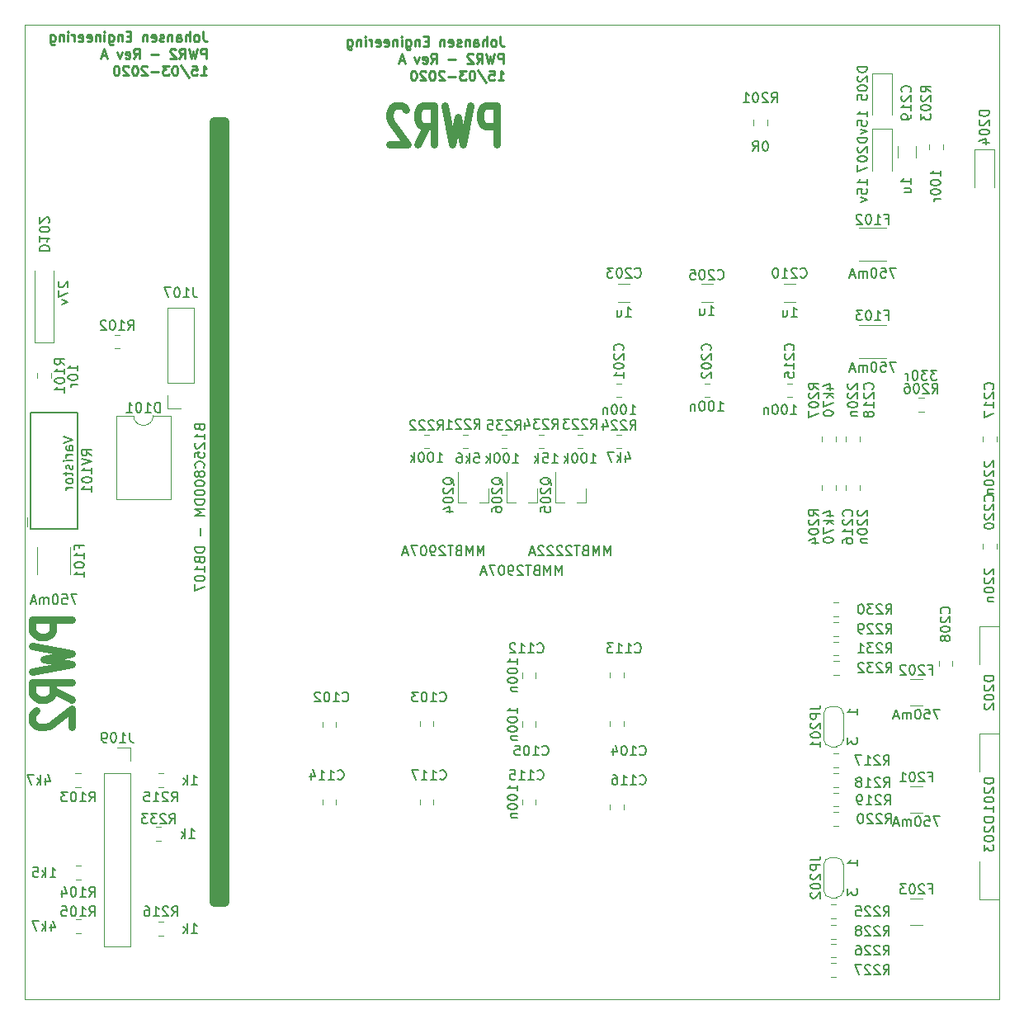
<source format=gbr>
%TF.GenerationSoftware,KiCad,Pcbnew,(5.1.5)-3*%
%TF.CreationDate,2020-03-17T21:32:34+01:00*%
%TF.ProjectId,KicadJE-EuroPowerSupply2-PCB,4b696361-644a-4452-9d45-75726f506f77,Rev A*%
%TF.SameCoordinates,Original*%
%TF.FileFunction,Legend,Bot*%
%TF.FilePolarity,Positive*%
%FSLAX46Y46*%
G04 Gerber Fmt 4.6, Leading zero omitted, Abs format (unit mm)*
G04 Created by KiCad (PCBNEW (5.1.5)-3) date 2020-03-17 21:32:34*
%MOMM*%
%LPD*%
G04 APERTURE LIST*
%ADD10C,0.750000*%
%ADD11C,0.250000*%
%ADD12C,0.120000*%
%ADD13C,1.000000*%
%ADD14C,0.050000*%
%ADD15C,0.150000*%
G04 APERTURE END LIST*
D10*
X98428571Y-62309523D02*
X98428571Y-58309523D01*
X97285714Y-58309523D01*
X97000000Y-58500000D01*
X96857142Y-58690476D01*
X96714285Y-59071428D01*
X96714285Y-59642857D01*
X96857142Y-60023809D01*
X97000000Y-60214285D01*
X97285714Y-60404761D01*
X98428571Y-60404761D01*
X95714285Y-58309523D02*
X95000000Y-62309523D01*
X94428571Y-59452380D01*
X93857142Y-62309523D01*
X93142857Y-58309523D01*
X90285714Y-62309523D02*
X91285714Y-60404761D01*
X92000000Y-62309523D02*
X92000000Y-58309523D01*
X90857142Y-58309523D01*
X90571428Y-58500000D01*
X90428571Y-58690476D01*
X90285714Y-59071428D01*
X90285714Y-59642857D01*
X90428571Y-60023809D01*
X90571428Y-60214285D01*
X90857142Y-60404761D01*
X92000000Y-60404761D01*
X89142857Y-58690476D02*
X89000000Y-58500000D01*
X88714285Y-58309523D01*
X88000000Y-58309523D01*
X87714285Y-58500000D01*
X87571428Y-58690476D01*
X87428571Y-59071428D01*
X87428571Y-59452380D01*
X87571428Y-60023809D01*
X89285714Y-62309523D01*
X87428571Y-62309523D01*
D11*
X98813690Y-51202380D02*
X98813690Y-51916666D01*
X98861309Y-52059523D01*
X98956547Y-52154761D01*
X99099404Y-52202380D01*
X99194642Y-52202380D01*
X98194642Y-52202380D02*
X98289880Y-52154761D01*
X98337500Y-52107142D01*
X98385119Y-52011904D01*
X98385119Y-51726190D01*
X98337500Y-51630952D01*
X98289880Y-51583333D01*
X98194642Y-51535714D01*
X98051785Y-51535714D01*
X97956547Y-51583333D01*
X97908928Y-51630952D01*
X97861309Y-51726190D01*
X97861309Y-52011904D01*
X97908928Y-52107142D01*
X97956547Y-52154761D01*
X98051785Y-52202380D01*
X98194642Y-52202380D01*
X97432738Y-52202380D02*
X97432738Y-51202380D01*
X97004166Y-52202380D02*
X97004166Y-51678571D01*
X97051785Y-51583333D01*
X97147023Y-51535714D01*
X97289880Y-51535714D01*
X97385119Y-51583333D01*
X97432738Y-51630952D01*
X96099404Y-52202380D02*
X96099404Y-51678571D01*
X96147023Y-51583333D01*
X96242261Y-51535714D01*
X96432738Y-51535714D01*
X96527976Y-51583333D01*
X96099404Y-52154761D02*
X96194642Y-52202380D01*
X96432738Y-52202380D01*
X96527976Y-52154761D01*
X96575595Y-52059523D01*
X96575595Y-51964285D01*
X96527976Y-51869047D01*
X96432738Y-51821428D01*
X96194642Y-51821428D01*
X96099404Y-51773809D01*
X95623214Y-51535714D02*
X95623214Y-52202380D01*
X95623214Y-51630952D02*
X95575595Y-51583333D01*
X95480357Y-51535714D01*
X95337500Y-51535714D01*
X95242261Y-51583333D01*
X95194642Y-51678571D01*
X95194642Y-52202380D01*
X94766071Y-52154761D02*
X94670833Y-52202380D01*
X94480357Y-52202380D01*
X94385119Y-52154761D01*
X94337500Y-52059523D01*
X94337500Y-52011904D01*
X94385119Y-51916666D01*
X94480357Y-51869047D01*
X94623214Y-51869047D01*
X94718452Y-51821428D01*
X94766071Y-51726190D01*
X94766071Y-51678571D01*
X94718452Y-51583333D01*
X94623214Y-51535714D01*
X94480357Y-51535714D01*
X94385119Y-51583333D01*
X93527976Y-52154761D02*
X93623214Y-52202380D01*
X93813690Y-52202380D01*
X93908928Y-52154761D01*
X93956547Y-52059523D01*
X93956547Y-51678571D01*
X93908928Y-51583333D01*
X93813690Y-51535714D01*
X93623214Y-51535714D01*
X93527976Y-51583333D01*
X93480357Y-51678571D01*
X93480357Y-51773809D01*
X93956547Y-51869047D01*
X93051785Y-51535714D02*
X93051785Y-52202380D01*
X93051785Y-51630952D02*
X93004166Y-51583333D01*
X92908928Y-51535714D01*
X92766071Y-51535714D01*
X92670833Y-51583333D01*
X92623214Y-51678571D01*
X92623214Y-52202380D01*
X91385119Y-51678571D02*
X91051785Y-51678571D01*
X90908928Y-52202380D02*
X91385119Y-52202380D01*
X91385119Y-51202380D01*
X90908928Y-51202380D01*
X90480357Y-51535714D02*
X90480357Y-52202380D01*
X90480357Y-51630952D02*
X90432738Y-51583333D01*
X90337500Y-51535714D01*
X90194642Y-51535714D01*
X90099404Y-51583333D01*
X90051785Y-51678571D01*
X90051785Y-52202380D01*
X89147023Y-51535714D02*
X89147023Y-52345238D01*
X89194642Y-52440476D01*
X89242261Y-52488095D01*
X89337500Y-52535714D01*
X89480357Y-52535714D01*
X89575595Y-52488095D01*
X89147023Y-52154761D02*
X89242261Y-52202380D01*
X89432738Y-52202380D01*
X89527976Y-52154761D01*
X89575595Y-52107142D01*
X89623214Y-52011904D01*
X89623214Y-51726190D01*
X89575595Y-51630952D01*
X89527976Y-51583333D01*
X89432738Y-51535714D01*
X89242261Y-51535714D01*
X89147023Y-51583333D01*
X88670833Y-52202380D02*
X88670833Y-51535714D01*
X88670833Y-51202380D02*
X88718452Y-51250000D01*
X88670833Y-51297619D01*
X88623214Y-51250000D01*
X88670833Y-51202380D01*
X88670833Y-51297619D01*
X88194642Y-51535714D02*
X88194642Y-52202380D01*
X88194642Y-51630952D02*
X88147023Y-51583333D01*
X88051785Y-51535714D01*
X87908928Y-51535714D01*
X87813690Y-51583333D01*
X87766071Y-51678571D01*
X87766071Y-52202380D01*
X86908928Y-52154761D02*
X87004166Y-52202380D01*
X87194642Y-52202380D01*
X87289880Y-52154761D01*
X87337500Y-52059523D01*
X87337500Y-51678571D01*
X87289880Y-51583333D01*
X87194642Y-51535714D01*
X87004166Y-51535714D01*
X86908928Y-51583333D01*
X86861309Y-51678571D01*
X86861309Y-51773809D01*
X87337500Y-51869047D01*
X86051785Y-52154761D02*
X86147023Y-52202380D01*
X86337500Y-52202380D01*
X86432738Y-52154761D01*
X86480357Y-52059523D01*
X86480357Y-51678571D01*
X86432738Y-51583333D01*
X86337500Y-51535714D01*
X86147023Y-51535714D01*
X86051785Y-51583333D01*
X86004166Y-51678571D01*
X86004166Y-51773809D01*
X86480357Y-51869047D01*
X85575595Y-52202380D02*
X85575595Y-51535714D01*
X85575595Y-51726190D02*
X85527976Y-51630952D01*
X85480357Y-51583333D01*
X85385119Y-51535714D01*
X85289880Y-51535714D01*
X84956547Y-52202380D02*
X84956547Y-51535714D01*
X84956547Y-51202380D02*
X85004166Y-51250000D01*
X84956547Y-51297619D01*
X84908928Y-51250000D01*
X84956547Y-51202380D01*
X84956547Y-51297619D01*
X84480357Y-51535714D02*
X84480357Y-52202380D01*
X84480357Y-51630952D02*
X84432738Y-51583333D01*
X84337500Y-51535714D01*
X84194642Y-51535714D01*
X84099404Y-51583333D01*
X84051785Y-51678571D01*
X84051785Y-52202380D01*
X83147023Y-51535714D02*
X83147023Y-52345238D01*
X83194642Y-52440476D01*
X83242261Y-52488095D01*
X83337500Y-52535714D01*
X83480357Y-52535714D01*
X83575595Y-52488095D01*
X83147023Y-52154761D02*
X83242261Y-52202380D01*
X83432738Y-52202380D01*
X83527976Y-52154761D01*
X83575595Y-52107142D01*
X83623214Y-52011904D01*
X83623214Y-51726190D01*
X83575595Y-51630952D01*
X83527976Y-51583333D01*
X83432738Y-51535714D01*
X83242261Y-51535714D01*
X83147023Y-51583333D01*
X99099404Y-53952380D02*
X99099404Y-52952380D01*
X98718452Y-52952380D01*
X98623214Y-53000000D01*
X98575595Y-53047619D01*
X98527976Y-53142857D01*
X98527976Y-53285714D01*
X98575595Y-53380952D01*
X98623214Y-53428571D01*
X98718452Y-53476190D01*
X99099404Y-53476190D01*
X98194642Y-52952380D02*
X97956547Y-53952380D01*
X97766071Y-53238095D01*
X97575595Y-53952380D01*
X97337500Y-52952380D01*
X96385119Y-53952380D02*
X96718452Y-53476190D01*
X96956547Y-53952380D02*
X96956547Y-52952380D01*
X96575595Y-52952380D01*
X96480357Y-53000000D01*
X96432738Y-53047619D01*
X96385119Y-53142857D01*
X96385119Y-53285714D01*
X96432738Y-53380952D01*
X96480357Y-53428571D01*
X96575595Y-53476190D01*
X96956547Y-53476190D01*
X96004166Y-53047619D02*
X95956547Y-53000000D01*
X95861309Y-52952380D01*
X95623214Y-52952380D01*
X95527976Y-53000000D01*
X95480357Y-53047619D01*
X95432738Y-53142857D01*
X95432738Y-53238095D01*
X95480357Y-53380952D01*
X96051785Y-53952380D01*
X95432738Y-53952380D01*
X94242261Y-53571428D02*
X93480357Y-53571428D01*
X91670833Y-53952380D02*
X92004166Y-53476190D01*
X92242261Y-53952380D02*
X92242261Y-52952380D01*
X91861309Y-52952380D01*
X91766071Y-53000000D01*
X91718452Y-53047619D01*
X91670833Y-53142857D01*
X91670833Y-53285714D01*
X91718452Y-53380952D01*
X91766071Y-53428571D01*
X91861309Y-53476190D01*
X92242261Y-53476190D01*
X90861309Y-53904761D02*
X90956547Y-53952380D01*
X91147023Y-53952380D01*
X91242261Y-53904761D01*
X91289880Y-53809523D01*
X91289880Y-53428571D01*
X91242261Y-53333333D01*
X91147023Y-53285714D01*
X90956547Y-53285714D01*
X90861309Y-53333333D01*
X90813690Y-53428571D01*
X90813690Y-53523809D01*
X91289880Y-53619047D01*
X90480357Y-53285714D02*
X90242261Y-53952380D01*
X90004166Y-53285714D01*
X88908928Y-53666666D02*
X88432738Y-53666666D01*
X89004166Y-53952380D02*
X88670833Y-52952380D01*
X88337500Y-53952380D01*
X98575595Y-55702380D02*
X99147023Y-55702380D01*
X98861309Y-55702380D02*
X98861309Y-54702380D01*
X98956547Y-54845238D01*
X99051785Y-54940476D01*
X99147023Y-54988095D01*
X97670833Y-54702380D02*
X98147023Y-54702380D01*
X98194642Y-55178571D01*
X98147023Y-55130952D01*
X98051785Y-55083333D01*
X97813690Y-55083333D01*
X97718452Y-55130952D01*
X97670833Y-55178571D01*
X97623214Y-55273809D01*
X97623214Y-55511904D01*
X97670833Y-55607142D01*
X97718452Y-55654761D01*
X97813690Y-55702380D01*
X98051785Y-55702380D01*
X98147023Y-55654761D01*
X98194642Y-55607142D01*
X96480357Y-54654761D02*
X97337500Y-55940476D01*
X95956547Y-54702380D02*
X95861309Y-54702380D01*
X95766071Y-54750000D01*
X95718452Y-54797619D01*
X95670833Y-54892857D01*
X95623214Y-55083333D01*
X95623214Y-55321428D01*
X95670833Y-55511904D01*
X95718452Y-55607142D01*
X95766071Y-55654761D01*
X95861309Y-55702380D01*
X95956547Y-55702380D01*
X96051785Y-55654761D01*
X96099404Y-55607142D01*
X96147023Y-55511904D01*
X96194642Y-55321428D01*
X96194642Y-55083333D01*
X96147023Y-54892857D01*
X96099404Y-54797619D01*
X96051785Y-54750000D01*
X95956547Y-54702380D01*
X95289880Y-54702380D02*
X94670833Y-54702380D01*
X95004166Y-55083333D01*
X94861309Y-55083333D01*
X94766071Y-55130952D01*
X94718452Y-55178571D01*
X94670833Y-55273809D01*
X94670833Y-55511904D01*
X94718452Y-55607142D01*
X94766071Y-55654761D01*
X94861309Y-55702380D01*
X95147023Y-55702380D01*
X95242261Y-55654761D01*
X95289880Y-55607142D01*
X94242261Y-55321428D02*
X93480357Y-55321428D01*
X93051785Y-54797619D02*
X93004166Y-54750000D01*
X92908928Y-54702380D01*
X92670833Y-54702380D01*
X92575595Y-54750000D01*
X92527976Y-54797619D01*
X92480357Y-54892857D01*
X92480357Y-54988095D01*
X92527976Y-55130952D01*
X93099404Y-55702380D01*
X92480357Y-55702380D01*
X91861309Y-54702380D02*
X91766071Y-54702380D01*
X91670833Y-54750000D01*
X91623214Y-54797619D01*
X91575595Y-54892857D01*
X91527976Y-55083333D01*
X91527976Y-55321428D01*
X91575595Y-55511904D01*
X91623214Y-55607142D01*
X91670833Y-55654761D01*
X91766071Y-55702380D01*
X91861309Y-55702380D01*
X91956547Y-55654761D01*
X92004166Y-55607142D01*
X92051785Y-55511904D01*
X92099404Y-55321428D01*
X92099404Y-55083333D01*
X92051785Y-54892857D01*
X92004166Y-54797619D01*
X91956547Y-54750000D01*
X91861309Y-54702380D01*
X91147023Y-54797619D02*
X91099404Y-54750000D01*
X91004166Y-54702380D01*
X90766071Y-54702380D01*
X90670833Y-54750000D01*
X90623214Y-54797619D01*
X90575595Y-54892857D01*
X90575595Y-54988095D01*
X90623214Y-55130952D01*
X91194642Y-55702380D01*
X90575595Y-55702380D01*
X89956547Y-54702380D02*
X89861309Y-54702380D01*
X89766071Y-54750000D01*
X89718452Y-54797619D01*
X89670833Y-54892857D01*
X89623214Y-55083333D01*
X89623214Y-55321428D01*
X89670833Y-55511904D01*
X89718452Y-55607142D01*
X89766071Y-55654761D01*
X89861309Y-55702380D01*
X89956547Y-55702380D01*
X90051785Y-55654761D01*
X90099404Y-55607142D01*
X90147023Y-55511904D01*
X90194642Y-55321428D01*
X90194642Y-55083333D01*
X90147023Y-54892857D01*
X90099404Y-54797619D01*
X90051785Y-54750000D01*
X89956547Y-54702380D01*
D10*
X54809523Y-111071428D02*
X50809523Y-111071428D01*
X50809523Y-112214285D01*
X51000000Y-112500000D01*
X51190476Y-112642857D01*
X51571428Y-112785714D01*
X52142857Y-112785714D01*
X52523809Y-112642857D01*
X52714285Y-112500000D01*
X52904761Y-112214285D01*
X52904761Y-111071428D01*
X50809523Y-113785714D02*
X54809523Y-114500000D01*
X51952380Y-115071428D01*
X54809523Y-115642857D01*
X50809523Y-116357142D01*
X54809523Y-119214285D02*
X52904761Y-118214285D01*
X54809523Y-117500000D02*
X50809523Y-117500000D01*
X50809523Y-118642857D01*
X51000000Y-118928571D01*
X51190476Y-119071428D01*
X51571428Y-119214285D01*
X52142857Y-119214285D01*
X52523809Y-119071428D01*
X52714285Y-118928571D01*
X52904761Y-118642857D01*
X52904761Y-117500000D01*
X51190476Y-120357142D02*
X51000000Y-120500000D01*
X50809523Y-120785714D01*
X50809523Y-121500000D01*
X51000000Y-121785714D01*
X51190476Y-121928571D01*
X51571428Y-122071428D01*
X51952380Y-122071428D01*
X52523809Y-121928571D01*
X54809523Y-120214285D01*
X54809523Y-122071428D01*
D12*
X50250000Y-100500000D02*
X50250000Y-101500000D01*
D11*
X68313690Y-50702380D02*
X68313690Y-51416666D01*
X68361309Y-51559523D01*
X68456547Y-51654761D01*
X68599404Y-51702380D01*
X68694642Y-51702380D01*
X67694642Y-51702380D02*
X67789880Y-51654761D01*
X67837500Y-51607142D01*
X67885119Y-51511904D01*
X67885119Y-51226190D01*
X67837500Y-51130952D01*
X67789880Y-51083333D01*
X67694642Y-51035714D01*
X67551785Y-51035714D01*
X67456547Y-51083333D01*
X67408928Y-51130952D01*
X67361309Y-51226190D01*
X67361309Y-51511904D01*
X67408928Y-51607142D01*
X67456547Y-51654761D01*
X67551785Y-51702380D01*
X67694642Y-51702380D01*
X66932738Y-51702380D02*
X66932738Y-50702380D01*
X66504166Y-51702380D02*
X66504166Y-51178571D01*
X66551785Y-51083333D01*
X66647023Y-51035714D01*
X66789880Y-51035714D01*
X66885119Y-51083333D01*
X66932738Y-51130952D01*
X65599404Y-51702380D02*
X65599404Y-51178571D01*
X65647023Y-51083333D01*
X65742261Y-51035714D01*
X65932738Y-51035714D01*
X66027976Y-51083333D01*
X65599404Y-51654761D02*
X65694642Y-51702380D01*
X65932738Y-51702380D01*
X66027976Y-51654761D01*
X66075595Y-51559523D01*
X66075595Y-51464285D01*
X66027976Y-51369047D01*
X65932738Y-51321428D01*
X65694642Y-51321428D01*
X65599404Y-51273809D01*
X65123214Y-51035714D02*
X65123214Y-51702380D01*
X65123214Y-51130952D02*
X65075595Y-51083333D01*
X64980357Y-51035714D01*
X64837500Y-51035714D01*
X64742261Y-51083333D01*
X64694642Y-51178571D01*
X64694642Y-51702380D01*
X64266071Y-51654761D02*
X64170833Y-51702380D01*
X63980357Y-51702380D01*
X63885119Y-51654761D01*
X63837500Y-51559523D01*
X63837500Y-51511904D01*
X63885119Y-51416666D01*
X63980357Y-51369047D01*
X64123214Y-51369047D01*
X64218452Y-51321428D01*
X64266071Y-51226190D01*
X64266071Y-51178571D01*
X64218452Y-51083333D01*
X64123214Y-51035714D01*
X63980357Y-51035714D01*
X63885119Y-51083333D01*
X63027976Y-51654761D02*
X63123214Y-51702380D01*
X63313690Y-51702380D01*
X63408928Y-51654761D01*
X63456547Y-51559523D01*
X63456547Y-51178571D01*
X63408928Y-51083333D01*
X63313690Y-51035714D01*
X63123214Y-51035714D01*
X63027976Y-51083333D01*
X62980357Y-51178571D01*
X62980357Y-51273809D01*
X63456547Y-51369047D01*
X62551785Y-51035714D02*
X62551785Y-51702380D01*
X62551785Y-51130952D02*
X62504166Y-51083333D01*
X62408928Y-51035714D01*
X62266071Y-51035714D01*
X62170833Y-51083333D01*
X62123214Y-51178571D01*
X62123214Y-51702380D01*
X60885119Y-51178571D02*
X60551785Y-51178571D01*
X60408928Y-51702380D02*
X60885119Y-51702380D01*
X60885119Y-50702380D01*
X60408928Y-50702380D01*
X59980357Y-51035714D02*
X59980357Y-51702380D01*
X59980357Y-51130952D02*
X59932738Y-51083333D01*
X59837500Y-51035714D01*
X59694642Y-51035714D01*
X59599404Y-51083333D01*
X59551785Y-51178571D01*
X59551785Y-51702380D01*
X58647023Y-51035714D02*
X58647023Y-51845238D01*
X58694642Y-51940476D01*
X58742261Y-51988095D01*
X58837500Y-52035714D01*
X58980357Y-52035714D01*
X59075595Y-51988095D01*
X58647023Y-51654761D02*
X58742261Y-51702380D01*
X58932738Y-51702380D01*
X59027976Y-51654761D01*
X59075595Y-51607142D01*
X59123214Y-51511904D01*
X59123214Y-51226190D01*
X59075595Y-51130952D01*
X59027976Y-51083333D01*
X58932738Y-51035714D01*
X58742261Y-51035714D01*
X58647023Y-51083333D01*
X58170833Y-51702380D02*
X58170833Y-51035714D01*
X58170833Y-50702380D02*
X58218452Y-50750000D01*
X58170833Y-50797619D01*
X58123214Y-50750000D01*
X58170833Y-50702380D01*
X58170833Y-50797619D01*
X57694642Y-51035714D02*
X57694642Y-51702380D01*
X57694642Y-51130952D02*
X57647023Y-51083333D01*
X57551785Y-51035714D01*
X57408928Y-51035714D01*
X57313690Y-51083333D01*
X57266071Y-51178571D01*
X57266071Y-51702380D01*
X56408928Y-51654761D02*
X56504166Y-51702380D01*
X56694642Y-51702380D01*
X56789880Y-51654761D01*
X56837500Y-51559523D01*
X56837500Y-51178571D01*
X56789880Y-51083333D01*
X56694642Y-51035714D01*
X56504166Y-51035714D01*
X56408928Y-51083333D01*
X56361309Y-51178571D01*
X56361309Y-51273809D01*
X56837500Y-51369047D01*
X55551785Y-51654761D02*
X55647023Y-51702380D01*
X55837500Y-51702380D01*
X55932738Y-51654761D01*
X55980357Y-51559523D01*
X55980357Y-51178571D01*
X55932738Y-51083333D01*
X55837500Y-51035714D01*
X55647023Y-51035714D01*
X55551785Y-51083333D01*
X55504166Y-51178571D01*
X55504166Y-51273809D01*
X55980357Y-51369047D01*
X55075595Y-51702380D02*
X55075595Y-51035714D01*
X55075595Y-51226190D02*
X55027976Y-51130952D01*
X54980357Y-51083333D01*
X54885119Y-51035714D01*
X54789880Y-51035714D01*
X54456547Y-51702380D02*
X54456547Y-51035714D01*
X54456547Y-50702380D02*
X54504166Y-50750000D01*
X54456547Y-50797619D01*
X54408928Y-50750000D01*
X54456547Y-50702380D01*
X54456547Y-50797619D01*
X53980357Y-51035714D02*
X53980357Y-51702380D01*
X53980357Y-51130952D02*
X53932738Y-51083333D01*
X53837500Y-51035714D01*
X53694642Y-51035714D01*
X53599404Y-51083333D01*
X53551785Y-51178571D01*
X53551785Y-51702380D01*
X52647023Y-51035714D02*
X52647023Y-51845238D01*
X52694642Y-51940476D01*
X52742261Y-51988095D01*
X52837500Y-52035714D01*
X52980357Y-52035714D01*
X53075595Y-51988095D01*
X52647023Y-51654761D02*
X52742261Y-51702380D01*
X52932738Y-51702380D01*
X53027976Y-51654761D01*
X53075595Y-51607142D01*
X53123214Y-51511904D01*
X53123214Y-51226190D01*
X53075595Y-51130952D01*
X53027976Y-51083333D01*
X52932738Y-51035714D01*
X52742261Y-51035714D01*
X52647023Y-51083333D01*
X68599404Y-53452380D02*
X68599404Y-52452380D01*
X68218452Y-52452380D01*
X68123214Y-52500000D01*
X68075595Y-52547619D01*
X68027976Y-52642857D01*
X68027976Y-52785714D01*
X68075595Y-52880952D01*
X68123214Y-52928571D01*
X68218452Y-52976190D01*
X68599404Y-52976190D01*
X67694642Y-52452380D02*
X67456547Y-53452380D01*
X67266071Y-52738095D01*
X67075595Y-53452380D01*
X66837500Y-52452380D01*
X65885119Y-53452380D02*
X66218452Y-52976190D01*
X66456547Y-53452380D02*
X66456547Y-52452380D01*
X66075595Y-52452380D01*
X65980357Y-52500000D01*
X65932738Y-52547619D01*
X65885119Y-52642857D01*
X65885119Y-52785714D01*
X65932738Y-52880952D01*
X65980357Y-52928571D01*
X66075595Y-52976190D01*
X66456547Y-52976190D01*
X65504166Y-52547619D02*
X65456547Y-52500000D01*
X65361309Y-52452380D01*
X65123214Y-52452380D01*
X65027976Y-52500000D01*
X64980357Y-52547619D01*
X64932738Y-52642857D01*
X64932738Y-52738095D01*
X64980357Y-52880952D01*
X65551785Y-53452380D01*
X64932738Y-53452380D01*
X63742261Y-53071428D02*
X62980357Y-53071428D01*
X61170833Y-53452380D02*
X61504166Y-52976190D01*
X61742261Y-53452380D02*
X61742261Y-52452380D01*
X61361309Y-52452380D01*
X61266071Y-52500000D01*
X61218452Y-52547619D01*
X61170833Y-52642857D01*
X61170833Y-52785714D01*
X61218452Y-52880952D01*
X61266071Y-52928571D01*
X61361309Y-52976190D01*
X61742261Y-52976190D01*
X60361309Y-53404761D02*
X60456547Y-53452380D01*
X60647023Y-53452380D01*
X60742261Y-53404761D01*
X60789880Y-53309523D01*
X60789880Y-52928571D01*
X60742261Y-52833333D01*
X60647023Y-52785714D01*
X60456547Y-52785714D01*
X60361309Y-52833333D01*
X60313690Y-52928571D01*
X60313690Y-53023809D01*
X60789880Y-53119047D01*
X59980357Y-52785714D02*
X59742261Y-53452380D01*
X59504166Y-52785714D01*
X58408928Y-53166666D02*
X57932738Y-53166666D01*
X58504166Y-53452380D02*
X58170833Y-52452380D01*
X57837500Y-53452380D01*
X68075595Y-55202380D02*
X68647023Y-55202380D01*
X68361309Y-55202380D02*
X68361309Y-54202380D01*
X68456547Y-54345238D01*
X68551785Y-54440476D01*
X68647023Y-54488095D01*
X67170833Y-54202380D02*
X67647023Y-54202380D01*
X67694642Y-54678571D01*
X67647023Y-54630952D01*
X67551785Y-54583333D01*
X67313690Y-54583333D01*
X67218452Y-54630952D01*
X67170833Y-54678571D01*
X67123214Y-54773809D01*
X67123214Y-55011904D01*
X67170833Y-55107142D01*
X67218452Y-55154761D01*
X67313690Y-55202380D01*
X67551785Y-55202380D01*
X67647023Y-55154761D01*
X67694642Y-55107142D01*
X65980357Y-54154761D02*
X66837500Y-55440476D01*
X65456547Y-54202380D02*
X65361309Y-54202380D01*
X65266071Y-54250000D01*
X65218452Y-54297619D01*
X65170833Y-54392857D01*
X65123214Y-54583333D01*
X65123214Y-54821428D01*
X65170833Y-55011904D01*
X65218452Y-55107142D01*
X65266071Y-55154761D01*
X65361309Y-55202380D01*
X65456547Y-55202380D01*
X65551785Y-55154761D01*
X65599404Y-55107142D01*
X65647023Y-55011904D01*
X65694642Y-54821428D01*
X65694642Y-54583333D01*
X65647023Y-54392857D01*
X65599404Y-54297619D01*
X65551785Y-54250000D01*
X65456547Y-54202380D01*
X64789880Y-54202380D02*
X64170833Y-54202380D01*
X64504166Y-54583333D01*
X64361309Y-54583333D01*
X64266071Y-54630952D01*
X64218452Y-54678571D01*
X64170833Y-54773809D01*
X64170833Y-55011904D01*
X64218452Y-55107142D01*
X64266071Y-55154761D01*
X64361309Y-55202380D01*
X64647023Y-55202380D01*
X64742261Y-55154761D01*
X64789880Y-55107142D01*
X63742261Y-54821428D02*
X62980357Y-54821428D01*
X62551785Y-54297619D02*
X62504166Y-54250000D01*
X62408928Y-54202380D01*
X62170833Y-54202380D01*
X62075595Y-54250000D01*
X62027976Y-54297619D01*
X61980357Y-54392857D01*
X61980357Y-54488095D01*
X62027976Y-54630952D01*
X62599404Y-55202380D01*
X61980357Y-55202380D01*
X61361309Y-54202380D02*
X61266071Y-54202380D01*
X61170833Y-54250000D01*
X61123214Y-54297619D01*
X61075595Y-54392857D01*
X61027976Y-54583333D01*
X61027976Y-54821428D01*
X61075595Y-55011904D01*
X61123214Y-55107142D01*
X61170833Y-55154761D01*
X61266071Y-55202380D01*
X61361309Y-55202380D01*
X61456547Y-55154761D01*
X61504166Y-55107142D01*
X61551785Y-55011904D01*
X61599404Y-54821428D01*
X61599404Y-54583333D01*
X61551785Y-54392857D01*
X61504166Y-54297619D01*
X61456547Y-54250000D01*
X61361309Y-54202380D01*
X60647023Y-54297619D02*
X60599404Y-54250000D01*
X60504166Y-54202380D01*
X60266071Y-54202380D01*
X60170833Y-54250000D01*
X60123214Y-54297619D01*
X60075595Y-54392857D01*
X60075595Y-54488095D01*
X60123214Y-54630952D01*
X60694642Y-55202380D01*
X60075595Y-55202380D01*
X59456547Y-54202380D02*
X59361309Y-54202380D01*
X59266071Y-54250000D01*
X59218452Y-54297619D01*
X59170833Y-54392857D01*
X59123214Y-54583333D01*
X59123214Y-54821428D01*
X59170833Y-55011904D01*
X59218452Y-55107142D01*
X59266071Y-55154761D01*
X59361309Y-55202380D01*
X59456547Y-55202380D01*
X59551785Y-55154761D01*
X59599404Y-55107142D01*
X59647023Y-55011904D01*
X59694642Y-54821428D01*
X59694642Y-54583333D01*
X59647023Y-54392857D01*
X59599404Y-54297619D01*
X59551785Y-54250000D01*
X59456547Y-54202380D01*
D13*
X69500000Y-60000000D02*
X70500000Y-60000000D01*
X69500000Y-140000000D02*
X70500000Y-140000000D01*
X70500000Y-60000000D02*
X70500000Y-140000000D01*
X69500000Y-60000000D02*
X69500000Y-140000000D01*
D14*
X50000000Y-150000000D02*
X50000000Y-50000000D01*
X150000000Y-150000000D02*
X50000000Y-150000000D01*
X150000000Y-50000000D02*
X150000000Y-150000000D01*
X50000000Y-50000000D02*
X150000000Y-50000000D01*
D12*
X80540000Y-122046251D02*
X80540000Y-121523747D01*
X81960000Y-122046251D02*
X81960000Y-121523747D01*
X90540000Y-121986252D02*
X90540000Y-121463748D01*
X91960000Y-121986252D02*
X91960000Y-121463748D01*
X111460000Y-121986252D02*
X111460000Y-121463748D01*
X110040000Y-121986252D02*
X110040000Y-121463748D01*
X101040000Y-122011252D02*
X101040000Y-121488748D01*
X102460000Y-122011252D02*
X102460000Y-121488748D01*
X102460000Y-117011252D02*
X102460000Y-116488748D01*
X101040000Y-117011252D02*
X101040000Y-116488748D01*
X110040000Y-116986252D02*
X110040000Y-116463748D01*
X111460000Y-116986252D02*
X111460000Y-116463748D01*
X81960000Y-129986252D02*
X81960000Y-129463748D01*
X80540000Y-129986252D02*
X80540000Y-129463748D01*
X102460000Y-129986252D02*
X102460000Y-129463748D01*
X101040000Y-129986252D02*
X101040000Y-129463748D01*
X111460000Y-130486252D02*
X111460000Y-129963748D01*
X110040000Y-130486252D02*
X110040000Y-129963748D01*
X91960000Y-129986252D02*
X91960000Y-129463748D01*
X90540000Y-129986252D02*
X90540000Y-129463748D01*
X110738748Y-86790000D02*
X111261252Y-86790000D01*
X110738748Y-88210000D02*
X111261252Y-88210000D01*
X120261252Y-86790000D02*
X119738748Y-86790000D01*
X120261252Y-88210000D02*
X119738748Y-88210000D01*
X110885436Y-76590000D02*
X112089564Y-76590000D01*
X110885436Y-78410000D02*
X112089564Y-78410000D01*
X120602064Y-76590000D02*
X119397936Y-76590000D01*
X120602064Y-78410000D02*
X119397936Y-78410000D01*
X143790000Y-115761252D02*
X143790000Y-115238748D01*
X145210000Y-115761252D02*
X145210000Y-115238748D01*
X127885436Y-78410000D02*
X129089564Y-78410000D01*
X127885436Y-76590000D02*
X129089564Y-76590000D01*
X128238748Y-86790000D02*
X128761252Y-86790000D01*
X128238748Y-88210000D02*
X128761252Y-88210000D01*
X134290000Y-97761252D02*
X134290000Y-97238748D01*
X135710000Y-97761252D02*
X135710000Y-97238748D01*
X148290000Y-92213748D02*
X148290000Y-92736252D01*
X149710000Y-92213748D02*
X149710000Y-92736252D01*
X135710000Y-92786252D02*
X135710000Y-92263748D01*
X134290000Y-92786252D02*
X134290000Y-92263748D01*
X141410000Y-62410436D02*
X141410000Y-63614564D01*
X139590000Y-62410436D02*
X139590000Y-63614564D01*
X148290000Y-103736252D02*
X148290000Y-103213748D01*
X149710000Y-103736252D02*
X149710000Y-103213748D01*
X59420000Y-90100000D02*
X61190000Y-90100000D01*
X59420000Y-98700000D02*
X59420000Y-90100000D01*
X64960000Y-98700000D02*
X59420000Y-98700000D01*
X64960000Y-90100000D02*
X64960000Y-98700000D01*
X63190000Y-90100000D02*
X64960000Y-90100000D01*
X61190000Y-90100000D02*
G75*
G03X63190000Y-90100000I1000000J0D01*
G01*
X53000000Y-75250000D02*
X53000000Y-82550000D01*
X53000000Y-82550000D02*
X51000000Y-82550000D01*
X51000000Y-82550000D02*
X51000000Y-75250000D01*
X148000000Y-122750000D02*
X150000000Y-122750000D01*
X150000000Y-122750000D02*
X150000000Y-126650000D01*
X148000000Y-122750000D02*
X148000000Y-126650000D01*
X148000000Y-111750000D02*
X150000000Y-111750000D01*
X150000000Y-111750000D02*
X150000000Y-115650000D01*
X148000000Y-111750000D02*
X148000000Y-115650000D01*
X150000000Y-139750000D02*
X150000000Y-135850000D01*
X148000000Y-139750000D02*
X148000000Y-135850000D01*
X150000000Y-139750000D02*
X148000000Y-139750000D01*
X147500000Y-62750000D02*
X147500000Y-66650000D01*
X149500000Y-62750000D02*
X149500000Y-66650000D01*
X147500000Y-62750000D02*
X149500000Y-62750000D01*
X137000000Y-59250000D02*
X137000000Y-54950000D01*
X137000000Y-54950000D02*
X139000000Y-54950000D01*
X139000000Y-54950000D02*
X139000000Y-59250000D01*
X139000000Y-60700000D02*
X139000000Y-65000000D01*
X137000000Y-60700000D02*
X139000000Y-60700000D01*
X137000000Y-65000000D02*
X137000000Y-60700000D01*
X54710000Y-106386252D02*
X54710000Y-103613748D01*
X51290000Y-106386252D02*
X51290000Y-103613748D01*
X135613748Y-70790000D02*
X138386252Y-70790000D01*
X135613748Y-74210000D02*
X138386252Y-74210000D01*
X138386252Y-80790000D02*
X135613748Y-80790000D01*
X138386252Y-84210000D02*
X135613748Y-84210000D01*
X142102064Y-130860000D02*
X140897936Y-130860000D01*
X142102064Y-128140000D02*
X140897936Y-128140000D01*
X142102064Y-117140000D02*
X140897936Y-117140000D01*
X142102064Y-119860000D02*
X140897936Y-119860000D01*
X142102064Y-139640000D02*
X140897936Y-139640000D01*
X142102064Y-142360000D02*
X140897936Y-142360000D01*
X52710000Y-86261252D02*
X52710000Y-85738748D01*
X51290000Y-86261252D02*
X51290000Y-85738748D01*
X59761252Y-81790000D02*
X59238748Y-81790000D01*
X59761252Y-83210000D02*
X59238748Y-83210000D01*
X55736252Y-126790000D02*
X55213748Y-126790000D01*
X55736252Y-128210000D02*
X55213748Y-128210000D01*
X55761252Y-137710000D02*
X55238748Y-137710000D01*
X55761252Y-136290000D02*
X55238748Y-136290000D01*
X55761252Y-141790000D02*
X55238748Y-141790000D01*
X55761252Y-143210000D02*
X55238748Y-143210000D01*
X126210000Y-59763748D02*
X126210000Y-60286252D01*
X124790000Y-59763748D02*
X124790000Y-60286252D01*
X142790000Y-62761252D02*
X142790000Y-62238748D01*
X144210000Y-62761252D02*
X144210000Y-62238748D01*
X133210000Y-97761252D02*
X133210000Y-97238748D01*
X131790000Y-97761252D02*
X131790000Y-97238748D01*
X142261252Y-89710000D02*
X141738748Y-89710000D01*
X142261252Y-88290000D02*
X141738748Y-88290000D01*
X131790000Y-92761252D02*
X131790000Y-92238748D01*
X133210000Y-92761252D02*
X133210000Y-92238748D01*
X63713748Y-128210000D02*
X64236252Y-128210000D01*
X63713748Y-126790000D02*
X64236252Y-126790000D01*
X63738748Y-143460000D02*
X64261252Y-143460000D01*
X63738748Y-142040000D02*
X64261252Y-142040000D01*
X132953749Y-124790000D02*
X133476253Y-124790000D01*
X132953749Y-126210000D02*
X133476253Y-126210000D01*
X132953749Y-126790000D02*
X133476253Y-126790000D01*
X132953749Y-128210000D02*
X133476253Y-128210000D01*
X132953749Y-130210000D02*
X133476253Y-130210000D01*
X132953749Y-128790000D02*
X133476253Y-128790000D01*
X132953749Y-132210000D02*
X133476253Y-132210000D01*
X132953749Y-130790000D02*
X133476253Y-130790000D01*
X94963748Y-92040000D02*
X95486252Y-92040000D01*
X94963748Y-93460000D02*
X95486252Y-93460000D01*
X91511252Y-92040000D02*
X90988748Y-92040000D01*
X91511252Y-93460000D02*
X90988748Y-93460000D01*
X106738748Y-92040000D02*
X107261252Y-92040000D01*
X106738748Y-93460000D02*
X107261252Y-93460000D01*
X111261252Y-93460000D02*
X110738748Y-93460000D01*
X111261252Y-92040000D02*
X110738748Y-92040000D01*
X132713748Y-141710000D02*
X133236252Y-141710000D01*
X132713748Y-140290000D02*
X133236252Y-140290000D01*
X132713748Y-145710000D02*
X133236252Y-145710000D01*
X132713748Y-144290000D02*
X133236252Y-144290000D01*
X132713748Y-146290000D02*
X133236252Y-146290000D01*
X132713748Y-147710000D02*
X133236252Y-147710000D01*
X132713748Y-142364999D02*
X133236252Y-142364999D01*
X132713748Y-143784999D02*
X133236252Y-143784999D01*
X132988748Y-111290000D02*
X133511252Y-111290000D01*
X132988748Y-112710000D02*
X133511252Y-112710000D01*
X132988748Y-110710000D02*
X133511252Y-110710000D01*
X132988748Y-109290000D02*
X133511252Y-109290000D01*
X132988748Y-114710000D02*
X133511252Y-114710000D01*
X132988748Y-113290000D02*
X133511252Y-113290000D01*
X133013748Y-115290000D02*
X133536252Y-115290000D01*
X133013748Y-116710000D02*
X133536252Y-116710000D01*
X63488748Y-133710000D02*
X64011252Y-133710000D01*
X63488748Y-132290000D02*
X64011252Y-132290000D01*
X102738748Y-93460000D02*
X103261252Y-93460000D01*
X102738748Y-92040000D02*
X103261252Y-92040000D01*
X99486252Y-93460000D02*
X98963748Y-93460000D01*
X99486252Y-92040000D02*
X98963748Y-92040000D01*
D15*
X55425000Y-89750000D02*
X55425000Y-101750000D01*
X50625000Y-89750000D02*
X50625000Y-101750000D01*
X50625000Y-101750000D02*
X55425000Y-101750000D01*
X50625000Y-89750000D02*
X55425000Y-89750000D01*
D12*
X133300000Y-119950000D02*
X132700000Y-119950000D01*
X134000000Y-123400000D02*
X134000000Y-120600000D01*
X132700000Y-124050000D02*
X133300000Y-124050000D01*
X132000000Y-120600000D02*
X132000000Y-123400000D01*
X132000000Y-123350000D02*
G75*
G03X132700000Y-124050000I700000J0D01*
G01*
X133300000Y-124050000D02*
G75*
G03X134000000Y-123350000I0J700000D01*
G01*
X134000000Y-120650000D02*
G75*
G03X133300000Y-119950000I-700000J0D01*
G01*
X132700000Y-119950000D02*
G75*
G03X132000000Y-120650000I0J-700000D01*
G01*
X132700000Y-135450000D02*
G75*
G03X132000000Y-136150000I0J-700000D01*
G01*
X134000000Y-136150000D02*
G75*
G03X133300000Y-135450000I-700000J0D01*
G01*
X133300000Y-139550000D02*
G75*
G03X134000000Y-138850000I0J700000D01*
G01*
X132000000Y-138850000D02*
G75*
G03X132700000Y-139550000I700000J0D01*
G01*
X132000000Y-136100000D02*
X132000000Y-138900000D01*
X132700000Y-139550000D02*
X133300000Y-139550000D01*
X134000000Y-138900000D02*
X134000000Y-136100000D01*
X133300000Y-135450000D02*
X132700000Y-135450000D01*
X97580000Y-99010000D02*
X97580000Y-97550000D01*
X94420000Y-99010000D02*
X94420000Y-95850000D01*
X94420000Y-99010000D02*
X95350000Y-99010000D01*
X97580000Y-99010000D02*
X96650000Y-99010000D01*
X107580000Y-99010000D02*
X106650000Y-99010000D01*
X104420000Y-99010000D02*
X105350000Y-99010000D01*
X104420000Y-99010000D02*
X104420000Y-95850000D01*
X107580000Y-99010000D02*
X107580000Y-97550000D01*
X102580000Y-99010000D02*
X101650000Y-99010000D01*
X99420000Y-99010000D02*
X100350000Y-99010000D01*
X99420000Y-99010000D02*
X99420000Y-95850000D01*
X102580000Y-99010000D02*
X102580000Y-97550000D01*
X64670000Y-89330000D02*
X66000000Y-89330000D01*
X64670000Y-88000000D02*
X64670000Y-89330000D01*
X64670000Y-86730000D02*
X67330000Y-86730000D01*
X67330000Y-86730000D02*
X67330000Y-79050000D01*
X64670000Y-86730000D02*
X64670000Y-79050000D01*
X64670000Y-79050000D02*
X67330000Y-79050000D01*
X60830000Y-144610000D02*
X58170000Y-144610000D01*
X60830000Y-126770000D02*
X60830000Y-144610000D01*
X58170000Y-126770000D02*
X58170000Y-144610000D01*
X60830000Y-126770000D02*
X58170000Y-126770000D01*
X60830000Y-125500000D02*
X60830000Y-124170000D01*
X60830000Y-124170000D02*
X59500000Y-124170000D01*
D15*
X82619047Y-119357142D02*
X82666666Y-119404761D01*
X82809523Y-119452380D01*
X82904761Y-119452380D01*
X83047619Y-119404761D01*
X83142857Y-119309523D01*
X83190476Y-119214285D01*
X83238095Y-119023809D01*
X83238095Y-118880952D01*
X83190476Y-118690476D01*
X83142857Y-118595238D01*
X83047619Y-118500000D01*
X82904761Y-118452380D01*
X82809523Y-118452380D01*
X82666666Y-118500000D01*
X82619047Y-118547619D01*
X81666666Y-119452380D02*
X82238095Y-119452380D01*
X81952380Y-119452380D02*
X81952380Y-118452380D01*
X82047619Y-118595238D01*
X82142857Y-118690476D01*
X82238095Y-118738095D01*
X81047619Y-118452380D02*
X80952380Y-118452380D01*
X80857142Y-118500000D01*
X80809523Y-118547619D01*
X80761904Y-118642857D01*
X80714285Y-118833333D01*
X80714285Y-119071428D01*
X80761904Y-119261904D01*
X80809523Y-119357142D01*
X80857142Y-119404761D01*
X80952380Y-119452380D01*
X81047619Y-119452380D01*
X81142857Y-119404761D01*
X81190476Y-119357142D01*
X81238095Y-119261904D01*
X81285714Y-119071428D01*
X81285714Y-118833333D01*
X81238095Y-118642857D01*
X81190476Y-118547619D01*
X81142857Y-118500000D01*
X81047619Y-118452380D01*
X80333333Y-118547619D02*
X80285714Y-118500000D01*
X80190476Y-118452380D01*
X79952380Y-118452380D01*
X79857142Y-118500000D01*
X79809523Y-118547619D01*
X79761904Y-118642857D01*
X79761904Y-118738095D01*
X79809523Y-118880952D01*
X80380952Y-119452380D01*
X79761904Y-119452380D01*
X92619047Y-119357142D02*
X92666666Y-119404761D01*
X92809523Y-119452380D01*
X92904761Y-119452380D01*
X93047619Y-119404761D01*
X93142857Y-119309523D01*
X93190476Y-119214285D01*
X93238095Y-119023809D01*
X93238095Y-118880952D01*
X93190476Y-118690476D01*
X93142857Y-118595238D01*
X93047619Y-118500000D01*
X92904761Y-118452380D01*
X92809523Y-118452380D01*
X92666666Y-118500000D01*
X92619047Y-118547619D01*
X91666666Y-119452380D02*
X92238095Y-119452380D01*
X91952380Y-119452380D02*
X91952380Y-118452380D01*
X92047619Y-118595238D01*
X92142857Y-118690476D01*
X92238095Y-118738095D01*
X91047619Y-118452380D02*
X90952380Y-118452380D01*
X90857142Y-118500000D01*
X90809523Y-118547619D01*
X90761904Y-118642857D01*
X90714285Y-118833333D01*
X90714285Y-119071428D01*
X90761904Y-119261904D01*
X90809523Y-119357142D01*
X90857142Y-119404761D01*
X90952380Y-119452380D01*
X91047619Y-119452380D01*
X91142857Y-119404761D01*
X91190476Y-119357142D01*
X91238095Y-119261904D01*
X91285714Y-119071428D01*
X91285714Y-118833333D01*
X91238095Y-118642857D01*
X91190476Y-118547619D01*
X91142857Y-118500000D01*
X91047619Y-118452380D01*
X90380952Y-118452380D02*
X89761904Y-118452380D01*
X90095238Y-118833333D01*
X89952380Y-118833333D01*
X89857142Y-118880952D01*
X89809523Y-118928571D01*
X89761904Y-119023809D01*
X89761904Y-119261904D01*
X89809523Y-119357142D01*
X89857142Y-119404761D01*
X89952380Y-119452380D01*
X90238095Y-119452380D01*
X90333333Y-119404761D01*
X90380952Y-119357142D01*
X113119047Y-124857142D02*
X113166666Y-124904761D01*
X113309523Y-124952380D01*
X113404761Y-124952380D01*
X113547619Y-124904761D01*
X113642857Y-124809523D01*
X113690476Y-124714285D01*
X113738095Y-124523809D01*
X113738095Y-124380952D01*
X113690476Y-124190476D01*
X113642857Y-124095238D01*
X113547619Y-124000000D01*
X113404761Y-123952380D01*
X113309523Y-123952380D01*
X113166666Y-124000000D01*
X113119047Y-124047619D01*
X112166666Y-124952380D02*
X112738095Y-124952380D01*
X112452380Y-124952380D02*
X112452380Y-123952380D01*
X112547619Y-124095238D01*
X112642857Y-124190476D01*
X112738095Y-124238095D01*
X111547619Y-123952380D02*
X111452380Y-123952380D01*
X111357142Y-124000000D01*
X111309523Y-124047619D01*
X111261904Y-124142857D01*
X111214285Y-124333333D01*
X111214285Y-124571428D01*
X111261904Y-124761904D01*
X111309523Y-124857142D01*
X111357142Y-124904761D01*
X111452380Y-124952380D01*
X111547619Y-124952380D01*
X111642857Y-124904761D01*
X111690476Y-124857142D01*
X111738095Y-124761904D01*
X111785714Y-124571428D01*
X111785714Y-124333333D01*
X111738095Y-124142857D01*
X111690476Y-124047619D01*
X111642857Y-124000000D01*
X111547619Y-123952380D01*
X110357142Y-124285714D02*
X110357142Y-124952380D01*
X110595238Y-123904761D02*
X110833333Y-124619047D01*
X110214285Y-124619047D01*
X103119047Y-124857142D02*
X103166666Y-124904761D01*
X103309523Y-124952380D01*
X103404761Y-124952380D01*
X103547619Y-124904761D01*
X103642857Y-124809523D01*
X103690476Y-124714285D01*
X103738095Y-124523809D01*
X103738095Y-124380952D01*
X103690476Y-124190476D01*
X103642857Y-124095238D01*
X103547619Y-124000000D01*
X103404761Y-123952380D01*
X103309523Y-123952380D01*
X103166666Y-124000000D01*
X103119047Y-124047619D01*
X102166666Y-124952380D02*
X102738095Y-124952380D01*
X102452380Y-124952380D02*
X102452380Y-123952380D01*
X102547619Y-124095238D01*
X102642857Y-124190476D01*
X102738095Y-124238095D01*
X101547619Y-123952380D02*
X101452380Y-123952380D01*
X101357142Y-124000000D01*
X101309523Y-124047619D01*
X101261904Y-124142857D01*
X101214285Y-124333333D01*
X101214285Y-124571428D01*
X101261904Y-124761904D01*
X101309523Y-124857142D01*
X101357142Y-124904761D01*
X101452380Y-124952380D01*
X101547619Y-124952380D01*
X101642857Y-124904761D01*
X101690476Y-124857142D01*
X101738095Y-124761904D01*
X101785714Y-124571428D01*
X101785714Y-124333333D01*
X101738095Y-124142857D01*
X101690476Y-124047619D01*
X101642857Y-124000000D01*
X101547619Y-123952380D01*
X100309523Y-123952380D02*
X100785714Y-123952380D01*
X100833333Y-124428571D01*
X100785714Y-124380952D01*
X100690476Y-124333333D01*
X100452380Y-124333333D01*
X100357142Y-124380952D01*
X100309523Y-124428571D01*
X100261904Y-124523809D01*
X100261904Y-124761904D01*
X100309523Y-124857142D01*
X100357142Y-124904761D01*
X100452380Y-124952380D01*
X100690476Y-124952380D01*
X100785714Y-124904761D01*
X100833333Y-124857142D01*
X100552380Y-120630952D02*
X100552380Y-120059523D01*
X100552380Y-120345238D02*
X99552380Y-120345238D01*
X99695238Y-120250000D01*
X99790476Y-120154761D01*
X99838095Y-120059523D01*
X99552380Y-121250000D02*
X99552380Y-121345238D01*
X99600000Y-121440476D01*
X99647619Y-121488095D01*
X99742857Y-121535714D01*
X99933333Y-121583333D01*
X100171428Y-121583333D01*
X100361904Y-121535714D01*
X100457142Y-121488095D01*
X100504761Y-121440476D01*
X100552380Y-121345238D01*
X100552380Y-121250000D01*
X100504761Y-121154761D01*
X100457142Y-121107142D01*
X100361904Y-121059523D01*
X100171428Y-121011904D01*
X99933333Y-121011904D01*
X99742857Y-121059523D01*
X99647619Y-121107142D01*
X99600000Y-121154761D01*
X99552380Y-121250000D01*
X99552380Y-122202380D02*
X99552380Y-122297619D01*
X99600000Y-122392857D01*
X99647619Y-122440476D01*
X99742857Y-122488095D01*
X99933333Y-122535714D01*
X100171428Y-122535714D01*
X100361904Y-122488095D01*
X100457142Y-122440476D01*
X100504761Y-122392857D01*
X100552380Y-122297619D01*
X100552380Y-122202380D01*
X100504761Y-122107142D01*
X100457142Y-122059523D01*
X100361904Y-122011904D01*
X100171428Y-121964285D01*
X99933333Y-121964285D01*
X99742857Y-122011904D01*
X99647619Y-122059523D01*
X99600000Y-122107142D01*
X99552380Y-122202380D01*
X99885714Y-122964285D02*
X100552380Y-122964285D01*
X99980952Y-122964285D02*
X99933333Y-123011904D01*
X99885714Y-123107142D01*
X99885714Y-123250000D01*
X99933333Y-123345238D01*
X100028571Y-123392857D01*
X100552380Y-123392857D01*
X102619047Y-114357142D02*
X102666666Y-114404761D01*
X102809523Y-114452380D01*
X102904761Y-114452380D01*
X103047619Y-114404761D01*
X103142857Y-114309523D01*
X103190476Y-114214285D01*
X103238095Y-114023809D01*
X103238095Y-113880952D01*
X103190476Y-113690476D01*
X103142857Y-113595238D01*
X103047619Y-113500000D01*
X102904761Y-113452380D01*
X102809523Y-113452380D01*
X102666666Y-113500000D01*
X102619047Y-113547619D01*
X101666666Y-114452380D02*
X102238095Y-114452380D01*
X101952380Y-114452380D02*
X101952380Y-113452380D01*
X102047619Y-113595238D01*
X102142857Y-113690476D01*
X102238095Y-113738095D01*
X100714285Y-114452380D02*
X101285714Y-114452380D01*
X101000000Y-114452380D02*
X101000000Y-113452380D01*
X101095238Y-113595238D01*
X101190476Y-113690476D01*
X101285714Y-113738095D01*
X100333333Y-113547619D02*
X100285714Y-113500000D01*
X100190476Y-113452380D01*
X99952380Y-113452380D01*
X99857142Y-113500000D01*
X99809523Y-113547619D01*
X99761904Y-113642857D01*
X99761904Y-113738095D01*
X99809523Y-113880952D01*
X100380952Y-114452380D01*
X99761904Y-114452380D01*
X100552380Y-115630952D02*
X100552380Y-115059523D01*
X100552380Y-115345238D02*
X99552380Y-115345238D01*
X99695238Y-115250000D01*
X99790476Y-115154761D01*
X99838095Y-115059523D01*
X99552380Y-116250000D02*
X99552380Y-116345238D01*
X99600000Y-116440476D01*
X99647619Y-116488095D01*
X99742857Y-116535714D01*
X99933333Y-116583333D01*
X100171428Y-116583333D01*
X100361904Y-116535714D01*
X100457142Y-116488095D01*
X100504761Y-116440476D01*
X100552380Y-116345238D01*
X100552380Y-116250000D01*
X100504761Y-116154761D01*
X100457142Y-116107142D01*
X100361904Y-116059523D01*
X100171428Y-116011904D01*
X99933333Y-116011904D01*
X99742857Y-116059523D01*
X99647619Y-116107142D01*
X99600000Y-116154761D01*
X99552380Y-116250000D01*
X99552380Y-117202380D02*
X99552380Y-117297619D01*
X99600000Y-117392857D01*
X99647619Y-117440476D01*
X99742857Y-117488095D01*
X99933333Y-117535714D01*
X100171428Y-117535714D01*
X100361904Y-117488095D01*
X100457142Y-117440476D01*
X100504761Y-117392857D01*
X100552380Y-117297619D01*
X100552380Y-117202380D01*
X100504761Y-117107142D01*
X100457142Y-117059523D01*
X100361904Y-117011904D01*
X100171428Y-116964285D01*
X99933333Y-116964285D01*
X99742857Y-117011904D01*
X99647619Y-117059523D01*
X99600000Y-117107142D01*
X99552380Y-117202380D01*
X99885714Y-117964285D02*
X100552380Y-117964285D01*
X99980952Y-117964285D02*
X99933333Y-118011904D01*
X99885714Y-118107142D01*
X99885714Y-118250000D01*
X99933333Y-118345238D01*
X100028571Y-118392857D01*
X100552380Y-118392857D01*
X112619047Y-114357142D02*
X112666666Y-114404761D01*
X112809523Y-114452380D01*
X112904761Y-114452380D01*
X113047619Y-114404761D01*
X113142857Y-114309523D01*
X113190476Y-114214285D01*
X113238095Y-114023809D01*
X113238095Y-113880952D01*
X113190476Y-113690476D01*
X113142857Y-113595238D01*
X113047619Y-113500000D01*
X112904761Y-113452380D01*
X112809523Y-113452380D01*
X112666666Y-113500000D01*
X112619047Y-113547619D01*
X111666666Y-114452380D02*
X112238095Y-114452380D01*
X111952380Y-114452380D02*
X111952380Y-113452380D01*
X112047619Y-113595238D01*
X112142857Y-113690476D01*
X112238095Y-113738095D01*
X110714285Y-114452380D02*
X111285714Y-114452380D01*
X111000000Y-114452380D02*
X111000000Y-113452380D01*
X111095238Y-113595238D01*
X111190476Y-113690476D01*
X111285714Y-113738095D01*
X110380952Y-113452380D02*
X109761904Y-113452380D01*
X110095238Y-113833333D01*
X109952380Y-113833333D01*
X109857142Y-113880952D01*
X109809523Y-113928571D01*
X109761904Y-114023809D01*
X109761904Y-114261904D01*
X109809523Y-114357142D01*
X109857142Y-114404761D01*
X109952380Y-114452380D01*
X110238095Y-114452380D01*
X110333333Y-114404761D01*
X110380952Y-114357142D01*
X82119047Y-127357142D02*
X82166666Y-127404761D01*
X82309523Y-127452380D01*
X82404761Y-127452380D01*
X82547619Y-127404761D01*
X82642857Y-127309523D01*
X82690476Y-127214285D01*
X82738095Y-127023809D01*
X82738095Y-126880952D01*
X82690476Y-126690476D01*
X82642857Y-126595238D01*
X82547619Y-126500000D01*
X82404761Y-126452380D01*
X82309523Y-126452380D01*
X82166666Y-126500000D01*
X82119047Y-126547619D01*
X81166666Y-127452380D02*
X81738095Y-127452380D01*
X81452380Y-127452380D02*
X81452380Y-126452380D01*
X81547619Y-126595238D01*
X81642857Y-126690476D01*
X81738095Y-126738095D01*
X80214285Y-127452380D02*
X80785714Y-127452380D01*
X80500000Y-127452380D02*
X80500000Y-126452380D01*
X80595238Y-126595238D01*
X80690476Y-126690476D01*
X80785714Y-126738095D01*
X79357142Y-126785714D02*
X79357142Y-127452380D01*
X79595238Y-126404761D02*
X79833333Y-127119047D01*
X79214285Y-127119047D01*
X102619047Y-127357142D02*
X102666666Y-127404761D01*
X102809523Y-127452380D01*
X102904761Y-127452380D01*
X103047619Y-127404761D01*
X103142857Y-127309523D01*
X103190476Y-127214285D01*
X103238095Y-127023809D01*
X103238095Y-126880952D01*
X103190476Y-126690476D01*
X103142857Y-126595238D01*
X103047619Y-126500000D01*
X102904761Y-126452380D01*
X102809523Y-126452380D01*
X102666666Y-126500000D01*
X102619047Y-126547619D01*
X101666666Y-127452380D02*
X102238095Y-127452380D01*
X101952380Y-127452380D02*
X101952380Y-126452380D01*
X102047619Y-126595238D01*
X102142857Y-126690476D01*
X102238095Y-126738095D01*
X100714285Y-127452380D02*
X101285714Y-127452380D01*
X101000000Y-127452380D02*
X101000000Y-126452380D01*
X101095238Y-126595238D01*
X101190476Y-126690476D01*
X101285714Y-126738095D01*
X99809523Y-126452380D02*
X100285714Y-126452380D01*
X100333333Y-126928571D01*
X100285714Y-126880952D01*
X100190476Y-126833333D01*
X99952380Y-126833333D01*
X99857142Y-126880952D01*
X99809523Y-126928571D01*
X99761904Y-127023809D01*
X99761904Y-127261904D01*
X99809523Y-127357142D01*
X99857142Y-127404761D01*
X99952380Y-127452380D01*
X100190476Y-127452380D01*
X100285714Y-127404761D01*
X100333333Y-127357142D01*
X100552380Y-128605952D02*
X100552380Y-128034523D01*
X100552380Y-128320238D02*
X99552380Y-128320238D01*
X99695238Y-128225000D01*
X99790476Y-128129761D01*
X99838095Y-128034523D01*
X99552380Y-129225000D02*
X99552380Y-129320238D01*
X99600000Y-129415476D01*
X99647619Y-129463095D01*
X99742857Y-129510714D01*
X99933333Y-129558333D01*
X100171428Y-129558333D01*
X100361904Y-129510714D01*
X100457142Y-129463095D01*
X100504761Y-129415476D01*
X100552380Y-129320238D01*
X100552380Y-129225000D01*
X100504761Y-129129761D01*
X100457142Y-129082142D01*
X100361904Y-129034523D01*
X100171428Y-128986904D01*
X99933333Y-128986904D01*
X99742857Y-129034523D01*
X99647619Y-129082142D01*
X99600000Y-129129761D01*
X99552380Y-129225000D01*
X99552380Y-130177380D02*
X99552380Y-130272619D01*
X99600000Y-130367857D01*
X99647619Y-130415476D01*
X99742857Y-130463095D01*
X99933333Y-130510714D01*
X100171428Y-130510714D01*
X100361904Y-130463095D01*
X100457142Y-130415476D01*
X100504761Y-130367857D01*
X100552380Y-130272619D01*
X100552380Y-130177380D01*
X100504761Y-130082142D01*
X100457142Y-130034523D01*
X100361904Y-129986904D01*
X100171428Y-129939285D01*
X99933333Y-129939285D01*
X99742857Y-129986904D01*
X99647619Y-130034523D01*
X99600000Y-130082142D01*
X99552380Y-130177380D01*
X99885714Y-130939285D02*
X100552380Y-130939285D01*
X99980952Y-130939285D02*
X99933333Y-130986904D01*
X99885714Y-131082142D01*
X99885714Y-131225000D01*
X99933333Y-131320238D01*
X100028571Y-131367857D01*
X100552380Y-131367857D01*
X113119047Y-127857142D02*
X113166666Y-127904761D01*
X113309523Y-127952380D01*
X113404761Y-127952380D01*
X113547619Y-127904761D01*
X113642857Y-127809523D01*
X113690476Y-127714285D01*
X113738095Y-127523809D01*
X113738095Y-127380952D01*
X113690476Y-127190476D01*
X113642857Y-127095238D01*
X113547619Y-127000000D01*
X113404761Y-126952380D01*
X113309523Y-126952380D01*
X113166666Y-127000000D01*
X113119047Y-127047619D01*
X112166666Y-127952380D02*
X112738095Y-127952380D01*
X112452380Y-127952380D02*
X112452380Y-126952380D01*
X112547619Y-127095238D01*
X112642857Y-127190476D01*
X112738095Y-127238095D01*
X111214285Y-127952380D02*
X111785714Y-127952380D01*
X111500000Y-127952380D02*
X111500000Y-126952380D01*
X111595238Y-127095238D01*
X111690476Y-127190476D01*
X111785714Y-127238095D01*
X110357142Y-126952380D02*
X110547619Y-126952380D01*
X110642857Y-127000000D01*
X110690476Y-127047619D01*
X110785714Y-127190476D01*
X110833333Y-127380952D01*
X110833333Y-127761904D01*
X110785714Y-127857142D01*
X110738095Y-127904761D01*
X110642857Y-127952380D01*
X110452380Y-127952380D01*
X110357142Y-127904761D01*
X110309523Y-127857142D01*
X110261904Y-127761904D01*
X110261904Y-127523809D01*
X110309523Y-127428571D01*
X110357142Y-127380952D01*
X110452380Y-127333333D01*
X110642857Y-127333333D01*
X110738095Y-127380952D01*
X110785714Y-127428571D01*
X110833333Y-127523809D01*
X92619047Y-127357142D02*
X92666666Y-127404761D01*
X92809523Y-127452380D01*
X92904761Y-127452380D01*
X93047619Y-127404761D01*
X93142857Y-127309523D01*
X93190476Y-127214285D01*
X93238095Y-127023809D01*
X93238095Y-126880952D01*
X93190476Y-126690476D01*
X93142857Y-126595238D01*
X93047619Y-126500000D01*
X92904761Y-126452380D01*
X92809523Y-126452380D01*
X92666666Y-126500000D01*
X92619047Y-126547619D01*
X91666666Y-127452380D02*
X92238095Y-127452380D01*
X91952380Y-127452380D02*
X91952380Y-126452380D01*
X92047619Y-126595238D01*
X92142857Y-126690476D01*
X92238095Y-126738095D01*
X90714285Y-127452380D02*
X91285714Y-127452380D01*
X91000000Y-127452380D02*
X91000000Y-126452380D01*
X91095238Y-126595238D01*
X91190476Y-126690476D01*
X91285714Y-126738095D01*
X90380952Y-126452380D02*
X89714285Y-126452380D01*
X90142857Y-127452380D01*
X111357142Y-83380952D02*
X111404761Y-83333333D01*
X111452380Y-83190476D01*
X111452380Y-83095238D01*
X111404761Y-82952380D01*
X111309523Y-82857142D01*
X111214285Y-82809523D01*
X111023809Y-82761904D01*
X110880952Y-82761904D01*
X110690476Y-82809523D01*
X110595238Y-82857142D01*
X110500000Y-82952380D01*
X110452380Y-83095238D01*
X110452380Y-83190476D01*
X110500000Y-83333333D01*
X110547619Y-83380952D01*
X110547619Y-83761904D02*
X110500000Y-83809523D01*
X110452380Y-83904761D01*
X110452380Y-84142857D01*
X110500000Y-84238095D01*
X110547619Y-84285714D01*
X110642857Y-84333333D01*
X110738095Y-84333333D01*
X110880952Y-84285714D01*
X111452380Y-83714285D01*
X111452380Y-84333333D01*
X110452380Y-84952380D02*
X110452380Y-85047619D01*
X110500000Y-85142857D01*
X110547619Y-85190476D01*
X110642857Y-85238095D01*
X110833333Y-85285714D01*
X111071428Y-85285714D01*
X111261904Y-85238095D01*
X111357142Y-85190476D01*
X111404761Y-85142857D01*
X111452380Y-85047619D01*
X111452380Y-84952380D01*
X111404761Y-84857142D01*
X111357142Y-84809523D01*
X111261904Y-84761904D01*
X111071428Y-84714285D01*
X110833333Y-84714285D01*
X110642857Y-84761904D01*
X110547619Y-84809523D01*
X110500000Y-84857142D01*
X110452380Y-84952380D01*
X111452380Y-86238095D02*
X111452380Y-85666666D01*
X111452380Y-85952380D02*
X110452380Y-85952380D01*
X110595238Y-85857142D01*
X110690476Y-85761904D01*
X110738095Y-85666666D01*
X112119047Y-89952380D02*
X112690476Y-89952380D01*
X112404761Y-89952380D02*
X112404761Y-88952380D01*
X112499999Y-89095238D01*
X112595238Y-89190476D01*
X112690476Y-89238095D01*
X111499999Y-88952380D02*
X111404761Y-88952380D01*
X111309523Y-89000000D01*
X111261904Y-89047619D01*
X111214285Y-89142857D01*
X111166666Y-89333333D01*
X111166666Y-89571428D01*
X111214285Y-89761904D01*
X111261904Y-89857142D01*
X111309523Y-89904761D01*
X111404761Y-89952380D01*
X111499999Y-89952380D01*
X111595238Y-89904761D01*
X111642857Y-89857142D01*
X111690476Y-89761904D01*
X111738095Y-89571428D01*
X111738095Y-89333333D01*
X111690476Y-89142857D01*
X111642857Y-89047619D01*
X111595238Y-89000000D01*
X111499999Y-88952380D01*
X110547619Y-88952380D02*
X110452380Y-88952380D01*
X110357142Y-89000000D01*
X110309523Y-89047619D01*
X110261904Y-89142857D01*
X110214285Y-89333333D01*
X110214285Y-89571428D01*
X110261904Y-89761904D01*
X110309523Y-89857142D01*
X110357142Y-89904761D01*
X110452380Y-89952380D01*
X110547619Y-89952380D01*
X110642857Y-89904761D01*
X110690476Y-89857142D01*
X110738095Y-89761904D01*
X110785714Y-89571428D01*
X110785714Y-89333333D01*
X110738095Y-89142857D01*
X110690476Y-89047619D01*
X110642857Y-89000000D01*
X110547619Y-88952380D01*
X109785714Y-89285714D02*
X109785714Y-89952380D01*
X109785714Y-89380952D02*
X109738095Y-89333333D01*
X109642857Y-89285714D01*
X109499999Y-89285714D01*
X109404761Y-89333333D01*
X109357142Y-89428571D01*
X109357142Y-89952380D01*
X120357142Y-83380952D02*
X120404761Y-83333333D01*
X120452380Y-83190476D01*
X120452380Y-83095238D01*
X120404761Y-82952380D01*
X120309523Y-82857142D01*
X120214285Y-82809523D01*
X120023809Y-82761904D01*
X119880952Y-82761904D01*
X119690476Y-82809523D01*
X119595238Y-82857142D01*
X119500000Y-82952380D01*
X119452380Y-83095238D01*
X119452380Y-83190476D01*
X119500000Y-83333333D01*
X119547619Y-83380952D01*
X119547619Y-83761904D02*
X119500000Y-83809523D01*
X119452380Y-83904761D01*
X119452380Y-84142857D01*
X119500000Y-84238095D01*
X119547619Y-84285714D01*
X119642857Y-84333333D01*
X119738095Y-84333333D01*
X119880952Y-84285714D01*
X120452380Y-83714285D01*
X120452380Y-84333333D01*
X119452380Y-84952380D02*
X119452380Y-85047619D01*
X119500000Y-85142857D01*
X119547619Y-85190476D01*
X119642857Y-85238095D01*
X119833333Y-85285714D01*
X120071428Y-85285714D01*
X120261904Y-85238095D01*
X120357142Y-85190476D01*
X120404761Y-85142857D01*
X120452380Y-85047619D01*
X120452380Y-84952380D01*
X120404761Y-84857142D01*
X120357142Y-84809523D01*
X120261904Y-84761904D01*
X120071428Y-84714285D01*
X119833333Y-84714285D01*
X119642857Y-84761904D01*
X119547619Y-84809523D01*
X119500000Y-84857142D01*
X119452380Y-84952380D01*
X119547619Y-85666666D02*
X119500000Y-85714285D01*
X119452380Y-85809523D01*
X119452380Y-86047619D01*
X119500000Y-86142857D01*
X119547619Y-86190476D01*
X119642857Y-86238095D01*
X119738095Y-86238095D01*
X119880952Y-86190476D01*
X120452380Y-85619047D01*
X120452380Y-86238095D01*
X121119047Y-89602380D02*
X121690476Y-89602380D01*
X121404761Y-89602380D02*
X121404761Y-88602380D01*
X121499999Y-88745238D01*
X121595238Y-88840476D01*
X121690476Y-88888095D01*
X120499999Y-88602380D02*
X120404761Y-88602380D01*
X120309523Y-88650000D01*
X120261904Y-88697619D01*
X120214285Y-88792857D01*
X120166666Y-88983333D01*
X120166666Y-89221428D01*
X120214285Y-89411904D01*
X120261904Y-89507142D01*
X120309523Y-89554761D01*
X120404761Y-89602380D01*
X120499999Y-89602380D01*
X120595238Y-89554761D01*
X120642857Y-89507142D01*
X120690476Y-89411904D01*
X120738095Y-89221428D01*
X120738095Y-88983333D01*
X120690476Y-88792857D01*
X120642857Y-88697619D01*
X120595238Y-88650000D01*
X120499999Y-88602380D01*
X119547619Y-88602380D02*
X119452380Y-88602380D01*
X119357142Y-88650000D01*
X119309523Y-88697619D01*
X119261904Y-88792857D01*
X119214285Y-88983333D01*
X119214285Y-89221428D01*
X119261904Y-89411904D01*
X119309523Y-89507142D01*
X119357142Y-89554761D01*
X119452380Y-89602380D01*
X119547619Y-89602380D01*
X119642857Y-89554761D01*
X119690476Y-89507142D01*
X119738095Y-89411904D01*
X119785714Y-89221428D01*
X119785714Y-88983333D01*
X119738095Y-88792857D01*
X119690476Y-88697619D01*
X119642857Y-88650000D01*
X119547619Y-88602380D01*
X118785714Y-88935714D02*
X118785714Y-89602380D01*
X118785714Y-89030952D02*
X118738095Y-88983333D01*
X118642857Y-88935714D01*
X118499999Y-88935714D01*
X118404761Y-88983333D01*
X118357142Y-89078571D01*
X118357142Y-89602380D01*
X112619047Y-75857142D02*
X112666666Y-75904761D01*
X112809523Y-75952380D01*
X112904761Y-75952380D01*
X113047619Y-75904761D01*
X113142857Y-75809523D01*
X113190476Y-75714285D01*
X113238095Y-75523809D01*
X113238095Y-75380952D01*
X113190476Y-75190476D01*
X113142857Y-75095238D01*
X113047619Y-75000000D01*
X112904761Y-74952380D01*
X112809523Y-74952380D01*
X112666666Y-75000000D01*
X112619047Y-75047619D01*
X112238095Y-75047619D02*
X112190476Y-75000000D01*
X112095238Y-74952380D01*
X111857142Y-74952380D01*
X111761904Y-75000000D01*
X111714285Y-75047619D01*
X111666666Y-75142857D01*
X111666666Y-75238095D01*
X111714285Y-75380952D01*
X112285714Y-75952380D01*
X111666666Y-75952380D01*
X111047619Y-74952380D02*
X110952380Y-74952380D01*
X110857142Y-75000000D01*
X110809523Y-75047619D01*
X110761904Y-75142857D01*
X110714285Y-75333333D01*
X110714285Y-75571428D01*
X110761904Y-75761904D01*
X110809523Y-75857142D01*
X110857142Y-75904761D01*
X110952380Y-75952380D01*
X111047619Y-75952380D01*
X111142857Y-75904761D01*
X111190476Y-75857142D01*
X111238095Y-75761904D01*
X111285714Y-75571428D01*
X111285714Y-75333333D01*
X111238095Y-75142857D01*
X111190476Y-75047619D01*
X111142857Y-75000000D01*
X111047619Y-74952380D01*
X110380952Y-74952380D02*
X109761904Y-74952380D01*
X110095238Y-75333333D01*
X109952380Y-75333333D01*
X109857142Y-75380952D01*
X109809523Y-75428571D01*
X109761904Y-75523809D01*
X109761904Y-75761904D01*
X109809523Y-75857142D01*
X109857142Y-75904761D01*
X109952380Y-75952380D01*
X110238095Y-75952380D01*
X110333333Y-75904761D01*
X110380952Y-75857142D01*
X111654166Y-79952380D02*
X112225595Y-79952380D01*
X111939880Y-79952380D02*
X111939880Y-78952380D01*
X112035119Y-79095238D01*
X112130357Y-79190476D01*
X112225595Y-79238095D01*
X110797023Y-79285714D02*
X110797023Y-79952380D01*
X111225595Y-79285714D02*
X111225595Y-79809523D01*
X111177976Y-79904761D01*
X111082738Y-79952380D01*
X110939880Y-79952380D01*
X110844642Y-79904761D01*
X110797023Y-79857142D01*
X121119047Y-76037142D02*
X121166666Y-76084761D01*
X121309523Y-76132380D01*
X121404761Y-76132380D01*
X121547619Y-76084761D01*
X121642857Y-75989523D01*
X121690476Y-75894285D01*
X121738095Y-75703809D01*
X121738095Y-75560952D01*
X121690476Y-75370476D01*
X121642857Y-75275238D01*
X121547619Y-75180000D01*
X121404761Y-75132380D01*
X121309523Y-75132380D01*
X121166666Y-75180000D01*
X121119047Y-75227619D01*
X120738095Y-75227619D02*
X120690476Y-75180000D01*
X120595238Y-75132380D01*
X120357142Y-75132380D01*
X120261904Y-75180000D01*
X120214285Y-75227619D01*
X120166666Y-75322857D01*
X120166666Y-75418095D01*
X120214285Y-75560952D01*
X120785714Y-76132380D01*
X120166666Y-76132380D01*
X119547619Y-75132380D02*
X119452380Y-75132380D01*
X119357142Y-75180000D01*
X119309523Y-75227619D01*
X119261904Y-75322857D01*
X119214285Y-75513333D01*
X119214285Y-75751428D01*
X119261904Y-75941904D01*
X119309523Y-76037142D01*
X119357142Y-76084761D01*
X119452380Y-76132380D01*
X119547619Y-76132380D01*
X119642857Y-76084761D01*
X119690476Y-76037142D01*
X119738095Y-75941904D01*
X119785714Y-75751428D01*
X119785714Y-75513333D01*
X119738095Y-75322857D01*
X119690476Y-75227619D01*
X119642857Y-75180000D01*
X119547619Y-75132380D01*
X118309523Y-75132380D02*
X118785714Y-75132380D01*
X118833333Y-75608571D01*
X118785714Y-75560952D01*
X118690476Y-75513333D01*
X118452380Y-75513333D01*
X118357142Y-75560952D01*
X118309523Y-75608571D01*
X118261904Y-75703809D01*
X118261904Y-75941904D01*
X118309523Y-76037142D01*
X118357142Y-76084761D01*
X118452380Y-76132380D01*
X118690476Y-76132380D01*
X118785714Y-76084761D01*
X118833333Y-76037142D01*
X120166666Y-79772380D02*
X120738095Y-79772380D01*
X120452380Y-79772380D02*
X120452380Y-78772380D01*
X120547619Y-78915238D01*
X120642857Y-79010476D01*
X120738095Y-79058095D01*
X119309523Y-79105714D02*
X119309523Y-79772380D01*
X119738095Y-79105714D02*
X119738095Y-79629523D01*
X119690476Y-79724761D01*
X119595238Y-79772380D01*
X119452380Y-79772380D01*
X119357142Y-79724761D01*
X119309523Y-79677142D01*
X144857142Y-110380952D02*
X144904761Y-110333333D01*
X144952380Y-110190476D01*
X144952380Y-110095238D01*
X144904761Y-109952380D01*
X144809523Y-109857142D01*
X144714285Y-109809523D01*
X144523809Y-109761904D01*
X144380952Y-109761904D01*
X144190476Y-109809523D01*
X144095238Y-109857142D01*
X144000000Y-109952380D01*
X143952380Y-110095238D01*
X143952380Y-110190476D01*
X144000000Y-110333333D01*
X144047619Y-110380952D01*
X144047619Y-110761904D02*
X144000000Y-110809523D01*
X143952380Y-110904761D01*
X143952380Y-111142857D01*
X144000000Y-111238095D01*
X144047619Y-111285714D01*
X144142857Y-111333333D01*
X144238095Y-111333333D01*
X144380952Y-111285714D01*
X144952380Y-110714285D01*
X144952380Y-111333333D01*
X143952380Y-111952380D02*
X143952380Y-112047619D01*
X144000000Y-112142857D01*
X144047619Y-112190476D01*
X144142857Y-112238095D01*
X144333333Y-112285714D01*
X144571428Y-112285714D01*
X144761904Y-112238095D01*
X144857142Y-112190476D01*
X144904761Y-112142857D01*
X144952380Y-112047619D01*
X144952380Y-111952380D01*
X144904761Y-111857142D01*
X144857142Y-111809523D01*
X144761904Y-111761904D01*
X144571428Y-111714285D01*
X144333333Y-111714285D01*
X144142857Y-111761904D01*
X144047619Y-111809523D01*
X144000000Y-111857142D01*
X143952380Y-111952380D01*
X144380952Y-112857142D02*
X144333333Y-112761904D01*
X144285714Y-112714285D01*
X144190476Y-112666666D01*
X144142857Y-112666666D01*
X144047619Y-112714285D01*
X144000000Y-112761904D01*
X143952380Y-112857142D01*
X143952380Y-113047619D01*
X144000000Y-113142857D01*
X144047619Y-113190476D01*
X144142857Y-113238095D01*
X144190476Y-113238095D01*
X144285714Y-113190476D01*
X144333333Y-113142857D01*
X144380952Y-113047619D01*
X144380952Y-112857142D01*
X144428571Y-112761904D01*
X144476190Y-112714285D01*
X144571428Y-112666666D01*
X144761904Y-112666666D01*
X144857142Y-112714285D01*
X144904761Y-112761904D01*
X144952380Y-112857142D01*
X144952380Y-113047619D01*
X144904761Y-113142857D01*
X144857142Y-113190476D01*
X144761904Y-113238095D01*
X144571428Y-113238095D01*
X144476190Y-113190476D01*
X144428571Y-113142857D01*
X144380952Y-113047619D01*
X129619047Y-75857142D02*
X129666666Y-75904761D01*
X129809523Y-75952380D01*
X129904761Y-75952380D01*
X130047619Y-75904761D01*
X130142857Y-75809523D01*
X130190476Y-75714285D01*
X130238095Y-75523809D01*
X130238095Y-75380952D01*
X130190476Y-75190476D01*
X130142857Y-75095238D01*
X130047619Y-75000000D01*
X129904761Y-74952380D01*
X129809523Y-74952380D01*
X129666666Y-75000000D01*
X129619047Y-75047619D01*
X129238095Y-75047619D02*
X129190476Y-75000000D01*
X129095238Y-74952380D01*
X128857142Y-74952380D01*
X128761904Y-75000000D01*
X128714285Y-75047619D01*
X128666666Y-75142857D01*
X128666666Y-75238095D01*
X128714285Y-75380952D01*
X129285714Y-75952380D01*
X128666666Y-75952380D01*
X127714285Y-75952380D02*
X128285714Y-75952380D01*
X128000000Y-75952380D02*
X128000000Y-74952380D01*
X128095238Y-75095238D01*
X128190476Y-75190476D01*
X128285714Y-75238095D01*
X127095238Y-74952380D02*
X127000000Y-74952380D01*
X126904761Y-75000000D01*
X126857142Y-75047619D01*
X126809523Y-75142857D01*
X126761904Y-75333333D01*
X126761904Y-75571428D01*
X126809523Y-75761904D01*
X126857142Y-75857142D01*
X126904761Y-75904761D01*
X127000000Y-75952380D01*
X127095238Y-75952380D01*
X127190476Y-75904761D01*
X127238095Y-75857142D01*
X127285714Y-75761904D01*
X127333333Y-75571428D01*
X127333333Y-75333333D01*
X127285714Y-75142857D01*
X127238095Y-75047619D01*
X127190476Y-75000000D01*
X127095238Y-74952380D01*
X128666666Y-79952380D02*
X129238095Y-79952380D01*
X128952380Y-79952380D02*
X128952380Y-78952380D01*
X129047619Y-79095238D01*
X129142857Y-79190476D01*
X129238095Y-79238095D01*
X127809523Y-79285714D02*
X127809523Y-79952380D01*
X128238095Y-79285714D02*
X128238095Y-79809523D01*
X128190476Y-79904761D01*
X128095238Y-79952380D01*
X127952380Y-79952380D01*
X127857142Y-79904761D01*
X127809523Y-79857142D01*
X128857142Y-83380952D02*
X128904761Y-83333333D01*
X128952380Y-83190476D01*
X128952380Y-83095238D01*
X128904761Y-82952380D01*
X128809523Y-82857142D01*
X128714285Y-82809523D01*
X128523809Y-82761904D01*
X128380952Y-82761904D01*
X128190476Y-82809523D01*
X128095238Y-82857142D01*
X128000000Y-82952380D01*
X127952380Y-83095238D01*
X127952380Y-83190476D01*
X128000000Y-83333333D01*
X128047619Y-83380952D01*
X128047619Y-83761904D02*
X128000000Y-83809523D01*
X127952380Y-83904761D01*
X127952380Y-84142857D01*
X128000000Y-84238095D01*
X128047619Y-84285714D01*
X128142857Y-84333333D01*
X128238095Y-84333333D01*
X128380952Y-84285714D01*
X128952380Y-83714285D01*
X128952380Y-84333333D01*
X128952380Y-85285714D02*
X128952380Y-84714285D01*
X128952380Y-85000000D02*
X127952380Y-85000000D01*
X128095238Y-84904761D01*
X128190476Y-84809523D01*
X128238095Y-84714285D01*
X127952380Y-86190476D02*
X127952380Y-85714285D01*
X128428571Y-85666666D01*
X128380952Y-85714285D01*
X128333333Y-85809523D01*
X128333333Y-86047619D01*
X128380952Y-86142857D01*
X128428571Y-86190476D01*
X128523809Y-86238095D01*
X128761904Y-86238095D01*
X128857142Y-86190476D01*
X128904761Y-86142857D01*
X128952380Y-86047619D01*
X128952380Y-85809523D01*
X128904761Y-85714285D01*
X128857142Y-85666666D01*
X128619047Y-89952380D02*
X129190476Y-89952380D01*
X128904761Y-89952380D02*
X128904761Y-88952380D01*
X128999999Y-89095238D01*
X129095238Y-89190476D01*
X129190476Y-89238095D01*
X127999999Y-88952380D02*
X127904761Y-88952380D01*
X127809523Y-89000000D01*
X127761904Y-89047619D01*
X127714285Y-89142857D01*
X127666666Y-89333333D01*
X127666666Y-89571428D01*
X127714285Y-89761904D01*
X127761904Y-89857142D01*
X127809523Y-89904761D01*
X127904761Y-89952380D01*
X127999999Y-89952380D01*
X128095238Y-89904761D01*
X128142857Y-89857142D01*
X128190476Y-89761904D01*
X128238095Y-89571428D01*
X128238095Y-89333333D01*
X128190476Y-89142857D01*
X128142857Y-89047619D01*
X128095238Y-89000000D01*
X127999999Y-88952380D01*
X127047619Y-88952380D02*
X126952380Y-88952380D01*
X126857142Y-89000000D01*
X126809523Y-89047619D01*
X126761904Y-89142857D01*
X126714285Y-89333333D01*
X126714285Y-89571428D01*
X126761904Y-89761904D01*
X126809523Y-89857142D01*
X126857142Y-89904761D01*
X126952380Y-89952380D01*
X127047619Y-89952380D01*
X127142857Y-89904761D01*
X127190476Y-89857142D01*
X127238095Y-89761904D01*
X127285714Y-89571428D01*
X127285714Y-89333333D01*
X127238095Y-89142857D01*
X127190476Y-89047619D01*
X127142857Y-89000000D01*
X127047619Y-88952380D01*
X126285714Y-89285714D02*
X126285714Y-89952380D01*
X126285714Y-89380952D02*
X126238095Y-89333333D01*
X126142857Y-89285714D01*
X125999999Y-89285714D01*
X125904761Y-89333333D01*
X125857142Y-89428571D01*
X125857142Y-89952380D01*
X134857142Y-100380952D02*
X134904761Y-100333333D01*
X134952380Y-100190476D01*
X134952380Y-100095238D01*
X134904761Y-99952380D01*
X134809523Y-99857142D01*
X134714285Y-99809523D01*
X134523809Y-99761904D01*
X134380952Y-99761904D01*
X134190476Y-99809523D01*
X134095238Y-99857142D01*
X134000000Y-99952380D01*
X133952380Y-100095238D01*
X133952380Y-100190476D01*
X134000000Y-100333333D01*
X134047619Y-100380952D01*
X134047619Y-100761904D02*
X134000000Y-100809523D01*
X133952380Y-100904761D01*
X133952380Y-101142857D01*
X134000000Y-101238095D01*
X134047619Y-101285714D01*
X134142857Y-101333333D01*
X134238095Y-101333333D01*
X134380952Y-101285714D01*
X134952380Y-100714285D01*
X134952380Y-101333333D01*
X134952380Y-102285714D02*
X134952380Y-101714285D01*
X134952380Y-102000000D02*
X133952380Y-102000000D01*
X134095238Y-101904761D01*
X134190476Y-101809523D01*
X134238095Y-101714285D01*
X133952380Y-103142857D02*
X133952380Y-102952380D01*
X134000000Y-102857142D01*
X134047619Y-102809523D01*
X134190476Y-102714285D01*
X134380952Y-102666666D01*
X134761904Y-102666666D01*
X134857142Y-102714285D01*
X134904761Y-102761904D01*
X134952380Y-102857142D01*
X134952380Y-103047619D01*
X134904761Y-103142857D01*
X134857142Y-103190476D01*
X134761904Y-103238095D01*
X134523809Y-103238095D01*
X134428571Y-103190476D01*
X134380952Y-103142857D01*
X134333333Y-103047619D01*
X134333333Y-102857142D01*
X134380952Y-102761904D01*
X134428571Y-102714285D01*
X134523809Y-102666666D01*
X135547619Y-99809523D02*
X135500000Y-99857142D01*
X135452380Y-99952380D01*
X135452380Y-100190476D01*
X135500000Y-100285714D01*
X135547619Y-100333333D01*
X135642857Y-100380952D01*
X135738095Y-100380952D01*
X135880952Y-100333333D01*
X136452380Y-99761904D01*
X136452380Y-100380952D01*
X135547619Y-100761904D02*
X135500000Y-100809523D01*
X135452380Y-100904761D01*
X135452380Y-101142857D01*
X135500000Y-101238095D01*
X135547619Y-101285714D01*
X135642857Y-101333333D01*
X135738095Y-101333333D01*
X135880952Y-101285714D01*
X136452380Y-100714285D01*
X136452380Y-101333333D01*
X135452380Y-101952380D02*
X135452380Y-102047619D01*
X135500000Y-102142857D01*
X135547619Y-102190476D01*
X135642857Y-102238095D01*
X135833333Y-102285714D01*
X136071428Y-102285714D01*
X136261904Y-102238095D01*
X136357142Y-102190476D01*
X136404761Y-102142857D01*
X136452380Y-102047619D01*
X136452380Y-101952380D01*
X136404761Y-101857142D01*
X136357142Y-101809523D01*
X136261904Y-101761904D01*
X136071428Y-101714285D01*
X135833333Y-101714285D01*
X135642857Y-101761904D01*
X135547619Y-101809523D01*
X135500000Y-101857142D01*
X135452380Y-101952380D01*
X135785714Y-102714285D02*
X136452380Y-102714285D01*
X135880952Y-102714285D02*
X135833333Y-102761904D01*
X135785714Y-102857142D01*
X135785714Y-103000000D01*
X135833333Y-103095238D01*
X135928571Y-103142857D01*
X136452380Y-103142857D01*
X149357142Y-87380952D02*
X149404761Y-87333333D01*
X149452380Y-87190476D01*
X149452380Y-87095238D01*
X149404761Y-86952380D01*
X149309523Y-86857142D01*
X149214285Y-86809523D01*
X149023809Y-86761904D01*
X148880952Y-86761904D01*
X148690476Y-86809523D01*
X148595238Y-86857142D01*
X148500000Y-86952380D01*
X148452380Y-87095238D01*
X148452380Y-87190476D01*
X148500000Y-87333333D01*
X148547619Y-87380952D01*
X148547619Y-87761904D02*
X148500000Y-87809523D01*
X148452380Y-87904761D01*
X148452380Y-88142857D01*
X148500000Y-88238095D01*
X148547619Y-88285714D01*
X148642857Y-88333333D01*
X148738095Y-88333333D01*
X148880952Y-88285714D01*
X149452380Y-87714285D01*
X149452380Y-88333333D01*
X149452380Y-89285714D02*
X149452380Y-88714285D01*
X149452380Y-89000000D02*
X148452380Y-89000000D01*
X148595238Y-88904761D01*
X148690476Y-88809523D01*
X148738095Y-88714285D01*
X148452380Y-89619047D02*
X148452380Y-90285714D01*
X149452380Y-89857142D01*
X148547619Y-94784523D02*
X148500000Y-94832142D01*
X148452380Y-94927380D01*
X148452380Y-95165476D01*
X148500000Y-95260714D01*
X148547619Y-95308333D01*
X148642857Y-95355952D01*
X148738095Y-95355952D01*
X148880952Y-95308333D01*
X149452380Y-94736904D01*
X149452380Y-95355952D01*
X148547619Y-95736904D02*
X148500000Y-95784523D01*
X148452380Y-95879761D01*
X148452380Y-96117857D01*
X148500000Y-96213095D01*
X148547619Y-96260714D01*
X148642857Y-96308333D01*
X148738095Y-96308333D01*
X148880952Y-96260714D01*
X149452380Y-95689285D01*
X149452380Y-96308333D01*
X148452380Y-96927380D02*
X148452380Y-97022619D01*
X148500000Y-97117857D01*
X148547619Y-97165476D01*
X148642857Y-97213095D01*
X148833333Y-97260714D01*
X149071428Y-97260714D01*
X149261904Y-97213095D01*
X149357142Y-97165476D01*
X149404761Y-97117857D01*
X149452380Y-97022619D01*
X149452380Y-96927380D01*
X149404761Y-96832142D01*
X149357142Y-96784523D01*
X149261904Y-96736904D01*
X149071428Y-96689285D01*
X148833333Y-96689285D01*
X148642857Y-96736904D01*
X148547619Y-96784523D01*
X148500000Y-96832142D01*
X148452380Y-96927380D01*
X148785714Y-97689285D02*
X149452380Y-97689285D01*
X148880952Y-97689285D02*
X148833333Y-97736904D01*
X148785714Y-97832142D01*
X148785714Y-97975000D01*
X148833333Y-98070238D01*
X148928571Y-98117857D01*
X149452380Y-98117857D01*
X137007142Y-87380952D02*
X137054761Y-87333333D01*
X137102380Y-87190476D01*
X137102380Y-87095238D01*
X137054761Y-86952380D01*
X136959523Y-86857142D01*
X136864285Y-86809523D01*
X136673809Y-86761904D01*
X136530952Y-86761904D01*
X136340476Y-86809523D01*
X136245238Y-86857142D01*
X136150000Y-86952380D01*
X136102380Y-87095238D01*
X136102380Y-87190476D01*
X136150000Y-87333333D01*
X136197619Y-87380952D01*
X136197619Y-87761904D02*
X136150000Y-87809523D01*
X136102380Y-87904761D01*
X136102380Y-88142857D01*
X136150000Y-88238095D01*
X136197619Y-88285714D01*
X136292857Y-88333333D01*
X136388095Y-88333333D01*
X136530952Y-88285714D01*
X137102380Y-87714285D01*
X137102380Y-88333333D01*
X137102380Y-89285714D02*
X137102380Y-88714285D01*
X137102380Y-89000000D02*
X136102380Y-89000000D01*
X136245238Y-88904761D01*
X136340476Y-88809523D01*
X136388095Y-88714285D01*
X136530952Y-89857142D02*
X136483333Y-89761904D01*
X136435714Y-89714285D01*
X136340476Y-89666666D01*
X136292857Y-89666666D01*
X136197619Y-89714285D01*
X136150000Y-89761904D01*
X136102380Y-89857142D01*
X136102380Y-90047619D01*
X136150000Y-90142857D01*
X136197619Y-90190476D01*
X136292857Y-90238095D01*
X136340476Y-90238095D01*
X136435714Y-90190476D01*
X136483333Y-90142857D01*
X136530952Y-90047619D01*
X136530952Y-89857142D01*
X136578571Y-89761904D01*
X136626190Y-89714285D01*
X136721428Y-89666666D01*
X136911904Y-89666666D01*
X137007142Y-89714285D01*
X137054761Y-89761904D01*
X137102380Y-89857142D01*
X137102380Y-90047619D01*
X137054761Y-90142857D01*
X137007142Y-90190476D01*
X136911904Y-90238095D01*
X136721428Y-90238095D01*
X136626190Y-90190476D01*
X136578571Y-90142857D01*
X136530952Y-90047619D01*
X134547619Y-86809523D02*
X134500000Y-86857142D01*
X134452380Y-86952380D01*
X134452380Y-87190476D01*
X134500000Y-87285714D01*
X134547619Y-87333333D01*
X134642857Y-87380952D01*
X134738095Y-87380952D01*
X134880952Y-87333333D01*
X135452380Y-86761904D01*
X135452380Y-87380952D01*
X134547619Y-87761904D02*
X134500000Y-87809523D01*
X134452380Y-87904761D01*
X134452380Y-88142857D01*
X134500000Y-88238095D01*
X134547619Y-88285714D01*
X134642857Y-88333333D01*
X134738095Y-88333333D01*
X134880952Y-88285714D01*
X135452380Y-87714285D01*
X135452380Y-88333333D01*
X134452380Y-88952380D02*
X134452380Y-89047619D01*
X134500000Y-89142857D01*
X134547619Y-89190476D01*
X134642857Y-89238095D01*
X134833333Y-89285714D01*
X135071428Y-89285714D01*
X135261904Y-89238095D01*
X135357142Y-89190476D01*
X135404761Y-89142857D01*
X135452380Y-89047619D01*
X135452380Y-88952380D01*
X135404761Y-88857142D01*
X135357142Y-88809523D01*
X135261904Y-88761904D01*
X135071428Y-88714285D01*
X134833333Y-88714285D01*
X134642857Y-88761904D01*
X134547619Y-88809523D01*
X134500000Y-88857142D01*
X134452380Y-88952380D01*
X134785714Y-89714285D02*
X135452380Y-89714285D01*
X134880952Y-89714285D02*
X134833333Y-89761904D01*
X134785714Y-89857142D01*
X134785714Y-90000000D01*
X134833333Y-90095238D01*
X134928571Y-90142857D01*
X135452380Y-90142857D01*
X140857142Y-56880952D02*
X140904761Y-56833333D01*
X140952380Y-56690476D01*
X140952380Y-56595238D01*
X140904761Y-56452380D01*
X140809523Y-56357142D01*
X140714285Y-56309523D01*
X140523809Y-56261904D01*
X140380952Y-56261904D01*
X140190476Y-56309523D01*
X140095238Y-56357142D01*
X140000000Y-56452380D01*
X139952380Y-56595238D01*
X139952380Y-56690476D01*
X140000000Y-56833333D01*
X140047619Y-56880952D01*
X140047619Y-57261904D02*
X140000000Y-57309523D01*
X139952380Y-57404761D01*
X139952380Y-57642857D01*
X140000000Y-57738095D01*
X140047619Y-57785714D01*
X140142857Y-57833333D01*
X140238095Y-57833333D01*
X140380952Y-57785714D01*
X140952380Y-57214285D01*
X140952380Y-57833333D01*
X140952380Y-58785714D02*
X140952380Y-58214285D01*
X140952380Y-58500000D02*
X139952380Y-58500000D01*
X140095238Y-58404761D01*
X140190476Y-58309523D01*
X140238095Y-58214285D01*
X140952380Y-59261904D02*
X140952380Y-59452380D01*
X140904761Y-59547619D01*
X140857142Y-59595238D01*
X140714285Y-59690476D01*
X140523809Y-59738095D01*
X140142857Y-59738095D01*
X140047619Y-59690476D01*
X140000000Y-59642857D01*
X139952380Y-59547619D01*
X139952380Y-59357142D01*
X140000000Y-59261904D01*
X140047619Y-59214285D01*
X140142857Y-59166666D01*
X140380952Y-59166666D01*
X140476190Y-59214285D01*
X140523809Y-59261904D01*
X140571428Y-59357142D01*
X140571428Y-59547619D01*
X140523809Y-59642857D01*
X140476190Y-59690476D01*
X140380952Y-59738095D01*
X140952380Y-66333333D02*
X140952380Y-65761904D01*
X140952380Y-66047619D02*
X139952380Y-66047619D01*
X140095238Y-65952380D01*
X140190476Y-65857142D01*
X140238095Y-65761904D01*
X140285714Y-67190476D02*
X140952380Y-67190476D01*
X140285714Y-66761904D02*
X140809523Y-66761904D01*
X140904761Y-66809523D01*
X140952380Y-66904761D01*
X140952380Y-67047619D01*
X140904761Y-67142857D01*
X140857142Y-67190476D01*
X149357142Y-98855952D02*
X149404761Y-98808333D01*
X149452380Y-98665476D01*
X149452380Y-98570238D01*
X149404761Y-98427380D01*
X149309523Y-98332142D01*
X149214285Y-98284523D01*
X149023809Y-98236904D01*
X148880952Y-98236904D01*
X148690476Y-98284523D01*
X148595238Y-98332142D01*
X148500000Y-98427380D01*
X148452380Y-98570238D01*
X148452380Y-98665476D01*
X148500000Y-98808333D01*
X148547619Y-98855952D01*
X148547619Y-99236904D02*
X148500000Y-99284523D01*
X148452380Y-99379761D01*
X148452380Y-99617857D01*
X148500000Y-99713095D01*
X148547619Y-99760714D01*
X148642857Y-99808333D01*
X148738095Y-99808333D01*
X148880952Y-99760714D01*
X149452380Y-99189285D01*
X149452380Y-99808333D01*
X148547619Y-100189285D02*
X148500000Y-100236904D01*
X148452380Y-100332142D01*
X148452380Y-100570238D01*
X148500000Y-100665476D01*
X148547619Y-100713095D01*
X148642857Y-100760714D01*
X148738095Y-100760714D01*
X148880952Y-100713095D01*
X149452380Y-100141666D01*
X149452380Y-100760714D01*
X148452380Y-101379761D02*
X148452380Y-101475000D01*
X148500000Y-101570238D01*
X148547619Y-101617857D01*
X148642857Y-101665476D01*
X148833333Y-101713095D01*
X149071428Y-101713095D01*
X149261904Y-101665476D01*
X149357142Y-101617857D01*
X149404761Y-101570238D01*
X149452380Y-101475000D01*
X149452380Y-101379761D01*
X149404761Y-101284523D01*
X149357142Y-101236904D01*
X149261904Y-101189285D01*
X149071428Y-101141666D01*
X148833333Y-101141666D01*
X148642857Y-101189285D01*
X148547619Y-101236904D01*
X148500000Y-101284523D01*
X148452380Y-101379761D01*
X148547619Y-105809523D02*
X148500000Y-105857142D01*
X148452380Y-105952380D01*
X148452380Y-106190476D01*
X148500000Y-106285714D01*
X148547619Y-106333333D01*
X148642857Y-106380952D01*
X148738095Y-106380952D01*
X148880952Y-106333333D01*
X149452380Y-105761904D01*
X149452380Y-106380952D01*
X148547619Y-106761904D02*
X148500000Y-106809523D01*
X148452380Y-106904761D01*
X148452380Y-107142857D01*
X148500000Y-107238095D01*
X148547619Y-107285714D01*
X148642857Y-107333333D01*
X148738095Y-107333333D01*
X148880952Y-107285714D01*
X149452380Y-106714285D01*
X149452380Y-107333333D01*
X148452380Y-107952380D02*
X148452380Y-108047619D01*
X148500000Y-108142857D01*
X148547619Y-108190476D01*
X148642857Y-108238095D01*
X148833333Y-108285714D01*
X149071428Y-108285714D01*
X149261904Y-108238095D01*
X149357142Y-108190476D01*
X149404761Y-108142857D01*
X149452380Y-108047619D01*
X149452380Y-107952380D01*
X149404761Y-107857142D01*
X149357142Y-107809523D01*
X149261904Y-107761904D01*
X149071428Y-107714285D01*
X148833333Y-107714285D01*
X148642857Y-107761904D01*
X148547619Y-107809523D01*
X148500000Y-107857142D01*
X148452380Y-107952380D01*
X148785714Y-108714285D02*
X149452380Y-108714285D01*
X148880952Y-108714285D02*
X148833333Y-108761904D01*
X148785714Y-108857142D01*
X148785714Y-109000000D01*
X148833333Y-109095238D01*
X148928571Y-109142857D01*
X149452380Y-109142857D01*
X63890476Y-89752380D02*
X63890476Y-88752380D01*
X63652380Y-88752380D01*
X63509523Y-88800000D01*
X63414285Y-88895238D01*
X63366666Y-88990476D01*
X63319047Y-89180952D01*
X63319047Y-89323809D01*
X63366666Y-89514285D01*
X63414285Y-89609523D01*
X63509523Y-89704761D01*
X63652380Y-89752380D01*
X63890476Y-89752380D01*
X62366666Y-89752380D02*
X62938095Y-89752380D01*
X62652380Y-89752380D02*
X62652380Y-88752380D01*
X62747619Y-88895238D01*
X62842857Y-88990476D01*
X62938095Y-89038095D01*
X61747619Y-88752380D02*
X61652380Y-88752380D01*
X61557142Y-88800000D01*
X61509523Y-88847619D01*
X61461904Y-88942857D01*
X61414285Y-89133333D01*
X61414285Y-89371428D01*
X61461904Y-89561904D01*
X61509523Y-89657142D01*
X61557142Y-89704761D01*
X61652380Y-89752380D01*
X61747619Y-89752380D01*
X61842857Y-89704761D01*
X61890476Y-89657142D01*
X61938095Y-89561904D01*
X61985714Y-89371428D01*
X61985714Y-89133333D01*
X61938095Y-88942857D01*
X61890476Y-88847619D01*
X61842857Y-88800000D01*
X61747619Y-88752380D01*
X60461904Y-89752380D02*
X61033333Y-89752380D01*
X60747619Y-89752380D02*
X60747619Y-88752380D01*
X60842857Y-88895238D01*
X60938095Y-88990476D01*
X61033333Y-89038095D01*
X67928571Y-91333333D02*
X67976190Y-91476190D01*
X68023809Y-91523809D01*
X68119047Y-91571428D01*
X68261904Y-91571428D01*
X68357142Y-91523809D01*
X68404761Y-91476190D01*
X68452380Y-91380952D01*
X68452380Y-91000000D01*
X67452380Y-91000000D01*
X67452380Y-91333333D01*
X67500000Y-91428571D01*
X67547619Y-91476190D01*
X67642857Y-91523809D01*
X67738095Y-91523809D01*
X67833333Y-91476190D01*
X67880952Y-91428571D01*
X67928571Y-91333333D01*
X67928571Y-91000000D01*
X68452380Y-92523809D02*
X68452380Y-91952380D01*
X68452380Y-92238095D02*
X67452380Y-92238095D01*
X67595238Y-92142857D01*
X67690476Y-92047619D01*
X67738095Y-91952380D01*
X67547619Y-92904761D02*
X67500000Y-92952380D01*
X67452380Y-93047619D01*
X67452380Y-93285714D01*
X67500000Y-93380952D01*
X67547619Y-93428571D01*
X67642857Y-93476190D01*
X67738095Y-93476190D01*
X67880952Y-93428571D01*
X68452380Y-92857142D01*
X68452380Y-93476190D01*
X67452380Y-94380952D02*
X67452380Y-93904761D01*
X67928571Y-93857142D01*
X67880952Y-93904761D01*
X67833333Y-94000000D01*
X67833333Y-94238095D01*
X67880952Y-94333333D01*
X67928571Y-94380952D01*
X68023809Y-94428571D01*
X68261904Y-94428571D01*
X68357142Y-94380952D01*
X68404761Y-94333333D01*
X68452380Y-94238095D01*
X68452380Y-94000000D01*
X68404761Y-93904761D01*
X68357142Y-93857142D01*
X68357142Y-95428571D02*
X68404761Y-95380952D01*
X68452380Y-95238095D01*
X68452380Y-95142857D01*
X68404761Y-95000000D01*
X68309523Y-94904761D01*
X68214285Y-94857142D01*
X68023809Y-94809523D01*
X67880952Y-94809523D01*
X67690476Y-94857142D01*
X67595238Y-94904761D01*
X67500000Y-95000000D01*
X67452380Y-95142857D01*
X67452380Y-95238095D01*
X67500000Y-95380952D01*
X67547619Y-95428571D01*
X67880952Y-96000000D02*
X67833333Y-95904761D01*
X67785714Y-95857142D01*
X67690476Y-95809523D01*
X67642857Y-95809523D01*
X67547619Y-95857142D01*
X67500000Y-95904761D01*
X67452380Y-96000000D01*
X67452380Y-96190476D01*
X67500000Y-96285714D01*
X67547619Y-96333333D01*
X67642857Y-96380952D01*
X67690476Y-96380952D01*
X67785714Y-96333333D01*
X67833333Y-96285714D01*
X67880952Y-96190476D01*
X67880952Y-96000000D01*
X67928571Y-95904761D01*
X67976190Y-95857142D01*
X68071428Y-95809523D01*
X68261904Y-95809523D01*
X68357142Y-95857142D01*
X68404761Y-95904761D01*
X68452380Y-96000000D01*
X68452380Y-96190476D01*
X68404761Y-96285714D01*
X68357142Y-96333333D01*
X68261904Y-96380952D01*
X68071428Y-96380952D01*
X67976190Y-96333333D01*
X67928571Y-96285714D01*
X67880952Y-96190476D01*
X67452380Y-97000000D02*
X67452380Y-97095238D01*
X67500000Y-97190476D01*
X67547619Y-97238095D01*
X67642857Y-97285714D01*
X67833333Y-97333333D01*
X68071428Y-97333333D01*
X68261904Y-97285714D01*
X68357142Y-97238095D01*
X68404761Y-97190476D01*
X68452380Y-97095238D01*
X68452380Y-97000000D01*
X68404761Y-96904761D01*
X68357142Y-96857142D01*
X68261904Y-96809523D01*
X68071428Y-96761904D01*
X67833333Y-96761904D01*
X67642857Y-96809523D01*
X67547619Y-96857142D01*
X67500000Y-96904761D01*
X67452380Y-97000000D01*
X67452380Y-97952380D02*
X67452380Y-98047619D01*
X67500000Y-98142857D01*
X67547619Y-98190476D01*
X67642857Y-98238095D01*
X67833333Y-98285714D01*
X68071428Y-98285714D01*
X68261904Y-98238095D01*
X68357142Y-98190476D01*
X68404761Y-98142857D01*
X68452380Y-98047619D01*
X68452380Y-97952380D01*
X68404761Y-97857142D01*
X68357142Y-97809523D01*
X68261904Y-97761904D01*
X68071428Y-97714285D01*
X67833333Y-97714285D01*
X67642857Y-97761904D01*
X67547619Y-97809523D01*
X67500000Y-97857142D01*
X67452380Y-97952380D01*
X68452380Y-98714285D02*
X67452380Y-98714285D01*
X67452380Y-98952380D01*
X67500000Y-99095238D01*
X67595238Y-99190476D01*
X67690476Y-99238095D01*
X67880952Y-99285714D01*
X68023809Y-99285714D01*
X68214285Y-99238095D01*
X68309523Y-99190476D01*
X68404761Y-99095238D01*
X68452380Y-98952380D01*
X68452380Y-98714285D01*
X68452380Y-99714285D02*
X67452380Y-99714285D01*
X68166666Y-100047619D01*
X67452380Y-100380952D01*
X68452380Y-100380952D01*
X68071428Y-101619047D02*
X68071428Y-102380952D01*
X68452380Y-103619047D02*
X67452380Y-103619047D01*
X67452380Y-103857142D01*
X67500000Y-104000000D01*
X67595238Y-104095238D01*
X67690476Y-104142857D01*
X67880952Y-104190476D01*
X68023809Y-104190476D01*
X68214285Y-104142857D01*
X68309523Y-104095238D01*
X68404761Y-104000000D01*
X68452380Y-103857142D01*
X68452380Y-103619047D01*
X67928571Y-104952380D02*
X67976190Y-105095238D01*
X68023809Y-105142857D01*
X68119047Y-105190476D01*
X68261904Y-105190476D01*
X68357142Y-105142857D01*
X68404761Y-105095238D01*
X68452380Y-105000000D01*
X68452380Y-104619047D01*
X67452380Y-104619047D01*
X67452380Y-104952380D01*
X67500000Y-105047619D01*
X67547619Y-105095238D01*
X67642857Y-105142857D01*
X67738095Y-105142857D01*
X67833333Y-105095238D01*
X67880952Y-105047619D01*
X67928571Y-104952380D01*
X67928571Y-104619047D01*
X68452380Y-106142857D02*
X68452380Y-105571428D01*
X68452380Y-105857142D02*
X67452380Y-105857142D01*
X67595238Y-105761904D01*
X67690476Y-105666666D01*
X67738095Y-105571428D01*
X67452380Y-106761904D02*
X67452380Y-106857142D01*
X67500000Y-106952380D01*
X67547619Y-107000000D01*
X67642857Y-107047619D01*
X67833333Y-107095238D01*
X68071428Y-107095238D01*
X68261904Y-107047619D01*
X68357142Y-107000000D01*
X68404761Y-106952380D01*
X68452380Y-106857142D01*
X68452380Y-106761904D01*
X68404761Y-106666666D01*
X68357142Y-106619047D01*
X68261904Y-106571428D01*
X68071428Y-106523809D01*
X67833333Y-106523809D01*
X67642857Y-106571428D01*
X67547619Y-106619047D01*
X67500000Y-106666666D01*
X67452380Y-106761904D01*
X67452380Y-107428571D02*
X67452380Y-108095238D01*
X68452380Y-107666666D01*
X51547619Y-73190476D02*
X52547619Y-73190476D01*
X52547619Y-72952380D01*
X52500000Y-72809523D01*
X52404761Y-72714285D01*
X52309523Y-72666666D01*
X52119047Y-72619047D01*
X51976190Y-72619047D01*
X51785714Y-72666666D01*
X51690476Y-72714285D01*
X51595238Y-72809523D01*
X51547619Y-72952380D01*
X51547619Y-73190476D01*
X51547619Y-71666666D02*
X51547619Y-72238095D01*
X51547619Y-71952380D02*
X52547619Y-71952380D01*
X52404761Y-72047619D01*
X52309523Y-72142857D01*
X52261904Y-72238095D01*
X52547619Y-71047619D02*
X52547619Y-70952380D01*
X52500000Y-70857142D01*
X52452380Y-70809523D01*
X52357142Y-70761904D01*
X52166666Y-70714285D01*
X51928571Y-70714285D01*
X51738095Y-70761904D01*
X51642857Y-70809523D01*
X51595238Y-70857142D01*
X51547619Y-70952380D01*
X51547619Y-71047619D01*
X51595238Y-71142857D01*
X51642857Y-71190476D01*
X51738095Y-71238095D01*
X51928571Y-71285714D01*
X52166666Y-71285714D01*
X52357142Y-71238095D01*
X52452380Y-71190476D01*
X52500000Y-71142857D01*
X52547619Y-71047619D01*
X52452380Y-70333333D02*
X52500000Y-70285714D01*
X52547619Y-70190476D01*
X52547619Y-69952380D01*
X52500000Y-69857142D01*
X52452380Y-69809523D01*
X52357142Y-69761904D01*
X52261904Y-69761904D01*
X52119047Y-69809523D01*
X51547619Y-70380952D01*
X51547619Y-69761904D01*
X53547619Y-76357142D02*
X53500000Y-76404761D01*
X53452380Y-76500000D01*
X53452380Y-76738095D01*
X53500000Y-76833333D01*
X53547619Y-76880952D01*
X53642857Y-76928571D01*
X53738095Y-76928571D01*
X53880952Y-76880952D01*
X54452380Y-76309523D01*
X54452380Y-76928571D01*
X53452380Y-77261904D02*
X53452380Y-77928571D01*
X54452380Y-77500000D01*
X53785714Y-78214285D02*
X54452380Y-78452380D01*
X53785714Y-78690476D01*
X149452380Y-127309523D02*
X148452380Y-127309523D01*
X148452380Y-127547619D01*
X148500000Y-127690476D01*
X148595238Y-127785714D01*
X148690476Y-127833333D01*
X148880952Y-127880952D01*
X149023809Y-127880952D01*
X149214285Y-127833333D01*
X149309523Y-127785714D01*
X149404761Y-127690476D01*
X149452380Y-127547619D01*
X149452380Y-127309523D01*
X148547619Y-128261904D02*
X148500000Y-128309523D01*
X148452380Y-128404761D01*
X148452380Y-128642857D01*
X148500000Y-128738095D01*
X148547619Y-128785714D01*
X148642857Y-128833333D01*
X148738095Y-128833333D01*
X148880952Y-128785714D01*
X149452380Y-128214285D01*
X149452380Y-128833333D01*
X148452380Y-129452380D02*
X148452380Y-129547619D01*
X148500000Y-129642857D01*
X148547619Y-129690476D01*
X148642857Y-129738095D01*
X148833333Y-129785714D01*
X149071428Y-129785714D01*
X149261904Y-129738095D01*
X149357142Y-129690476D01*
X149404761Y-129642857D01*
X149452380Y-129547619D01*
X149452380Y-129452380D01*
X149404761Y-129357142D01*
X149357142Y-129309523D01*
X149261904Y-129261904D01*
X149071428Y-129214285D01*
X148833333Y-129214285D01*
X148642857Y-129261904D01*
X148547619Y-129309523D01*
X148500000Y-129357142D01*
X148452380Y-129452380D01*
X149452380Y-130738095D02*
X149452380Y-130166666D01*
X149452380Y-130452380D02*
X148452380Y-130452380D01*
X148595238Y-130357142D01*
X148690476Y-130261904D01*
X148738095Y-130166666D01*
X149452380Y-116809523D02*
X148452380Y-116809523D01*
X148452380Y-117047619D01*
X148500000Y-117190476D01*
X148595238Y-117285714D01*
X148690476Y-117333333D01*
X148880952Y-117380952D01*
X149023809Y-117380952D01*
X149214285Y-117333333D01*
X149309523Y-117285714D01*
X149404761Y-117190476D01*
X149452380Y-117047619D01*
X149452380Y-116809523D01*
X148547619Y-117761904D02*
X148500000Y-117809523D01*
X148452380Y-117904761D01*
X148452380Y-118142857D01*
X148500000Y-118238095D01*
X148547619Y-118285714D01*
X148642857Y-118333333D01*
X148738095Y-118333333D01*
X148880952Y-118285714D01*
X149452380Y-117714285D01*
X149452380Y-118333333D01*
X148452380Y-118952380D02*
X148452380Y-119047619D01*
X148500000Y-119142857D01*
X148547619Y-119190476D01*
X148642857Y-119238095D01*
X148833333Y-119285714D01*
X149071428Y-119285714D01*
X149261904Y-119238095D01*
X149357142Y-119190476D01*
X149404761Y-119142857D01*
X149452380Y-119047619D01*
X149452380Y-118952380D01*
X149404761Y-118857142D01*
X149357142Y-118809523D01*
X149261904Y-118761904D01*
X149071428Y-118714285D01*
X148833333Y-118714285D01*
X148642857Y-118761904D01*
X148547619Y-118809523D01*
X148500000Y-118857142D01*
X148452380Y-118952380D01*
X148547619Y-119666666D02*
X148500000Y-119714285D01*
X148452380Y-119809523D01*
X148452380Y-120047619D01*
X148500000Y-120142857D01*
X148547619Y-120190476D01*
X148642857Y-120238095D01*
X148738095Y-120238095D01*
X148880952Y-120190476D01*
X149452380Y-119619047D01*
X149452380Y-120238095D01*
X149452380Y-131309523D02*
X148452380Y-131309523D01*
X148452380Y-131547619D01*
X148500000Y-131690476D01*
X148595238Y-131785714D01*
X148690476Y-131833333D01*
X148880952Y-131880952D01*
X149023809Y-131880952D01*
X149214285Y-131833333D01*
X149309523Y-131785714D01*
X149404761Y-131690476D01*
X149452380Y-131547619D01*
X149452380Y-131309523D01*
X148547619Y-132261904D02*
X148500000Y-132309523D01*
X148452380Y-132404761D01*
X148452380Y-132642857D01*
X148500000Y-132738095D01*
X148547619Y-132785714D01*
X148642857Y-132833333D01*
X148738095Y-132833333D01*
X148880952Y-132785714D01*
X149452380Y-132214285D01*
X149452380Y-132833333D01*
X148452380Y-133452380D02*
X148452380Y-133547619D01*
X148500000Y-133642857D01*
X148547619Y-133690476D01*
X148642857Y-133738095D01*
X148833333Y-133785714D01*
X149071428Y-133785714D01*
X149261904Y-133738095D01*
X149357142Y-133690476D01*
X149404761Y-133642857D01*
X149452380Y-133547619D01*
X149452380Y-133452380D01*
X149404761Y-133357142D01*
X149357142Y-133309523D01*
X149261904Y-133261904D01*
X149071428Y-133214285D01*
X148833333Y-133214285D01*
X148642857Y-133261904D01*
X148547619Y-133309523D01*
X148500000Y-133357142D01*
X148452380Y-133452380D01*
X148452380Y-134119047D02*
X148452380Y-134738095D01*
X148833333Y-134404761D01*
X148833333Y-134547619D01*
X148880952Y-134642857D01*
X148928571Y-134690476D01*
X149023809Y-134738095D01*
X149261904Y-134738095D01*
X149357142Y-134690476D01*
X149404761Y-134642857D01*
X149452380Y-134547619D01*
X149452380Y-134261904D01*
X149404761Y-134166666D01*
X149357142Y-134119047D01*
X148952380Y-58809523D02*
X147952380Y-58809523D01*
X147952380Y-59047619D01*
X148000000Y-59190476D01*
X148095238Y-59285714D01*
X148190476Y-59333333D01*
X148380952Y-59380952D01*
X148523809Y-59380952D01*
X148714285Y-59333333D01*
X148809523Y-59285714D01*
X148904761Y-59190476D01*
X148952380Y-59047619D01*
X148952380Y-58809523D01*
X148047619Y-59761904D02*
X148000000Y-59809523D01*
X147952380Y-59904761D01*
X147952380Y-60142857D01*
X148000000Y-60238095D01*
X148047619Y-60285714D01*
X148142857Y-60333333D01*
X148238095Y-60333333D01*
X148380952Y-60285714D01*
X148952380Y-59714285D01*
X148952380Y-60333333D01*
X147952380Y-60952380D02*
X147952380Y-61047619D01*
X148000000Y-61142857D01*
X148047619Y-61190476D01*
X148142857Y-61238095D01*
X148333333Y-61285714D01*
X148571428Y-61285714D01*
X148761904Y-61238095D01*
X148857142Y-61190476D01*
X148904761Y-61142857D01*
X148952380Y-61047619D01*
X148952380Y-60952380D01*
X148904761Y-60857142D01*
X148857142Y-60809523D01*
X148761904Y-60761904D01*
X148571428Y-60714285D01*
X148333333Y-60714285D01*
X148142857Y-60761904D01*
X148047619Y-60809523D01*
X148000000Y-60857142D01*
X147952380Y-60952380D01*
X148285714Y-62142857D02*
X148952380Y-62142857D01*
X147904761Y-61904761D02*
X148619047Y-61666666D01*
X148619047Y-62285714D01*
X136452380Y-54309523D02*
X135452380Y-54309523D01*
X135452380Y-54547619D01*
X135500000Y-54690476D01*
X135595238Y-54785714D01*
X135690476Y-54833333D01*
X135880952Y-54880952D01*
X136023809Y-54880952D01*
X136214285Y-54833333D01*
X136309523Y-54785714D01*
X136404761Y-54690476D01*
X136452380Y-54547619D01*
X136452380Y-54309523D01*
X135547619Y-55261904D02*
X135500000Y-55309523D01*
X135452380Y-55404761D01*
X135452380Y-55642857D01*
X135500000Y-55738095D01*
X135547619Y-55785714D01*
X135642857Y-55833333D01*
X135738095Y-55833333D01*
X135880952Y-55785714D01*
X136452380Y-55214285D01*
X136452380Y-55833333D01*
X135452380Y-56452380D02*
X135452380Y-56547619D01*
X135500000Y-56642857D01*
X135547619Y-56690476D01*
X135642857Y-56738095D01*
X135833333Y-56785714D01*
X136071428Y-56785714D01*
X136261904Y-56738095D01*
X136357142Y-56690476D01*
X136404761Y-56642857D01*
X136452380Y-56547619D01*
X136452380Y-56452380D01*
X136404761Y-56357142D01*
X136357142Y-56309523D01*
X136261904Y-56261904D01*
X136071428Y-56214285D01*
X135833333Y-56214285D01*
X135642857Y-56261904D01*
X135547619Y-56309523D01*
X135500000Y-56357142D01*
X135452380Y-56452380D01*
X135452380Y-57690476D02*
X135452380Y-57214285D01*
X135928571Y-57166666D01*
X135880952Y-57214285D01*
X135833333Y-57309523D01*
X135833333Y-57547619D01*
X135880952Y-57642857D01*
X135928571Y-57690476D01*
X136023809Y-57738095D01*
X136261904Y-57738095D01*
X136357142Y-57690476D01*
X136404761Y-57642857D01*
X136452380Y-57547619D01*
X136452380Y-57309523D01*
X136404761Y-57214285D01*
X136357142Y-57166666D01*
X136452380Y-59428571D02*
X136452380Y-58857142D01*
X136452380Y-59142857D02*
X135452380Y-59142857D01*
X135595238Y-59047619D01*
X135690476Y-58952380D01*
X135738095Y-58857142D01*
X135452380Y-60333333D02*
X135452380Y-59857142D01*
X135928571Y-59809523D01*
X135880952Y-59857142D01*
X135833333Y-59952380D01*
X135833333Y-60190476D01*
X135880952Y-60285714D01*
X135928571Y-60333333D01*
X136023809Y-60380952D01*
X136261904Y-60380952D01*
X136357142Y-60333333D01*
X136404761Y-60285714D01*
X136452380Y-60190476D01*
X136452380Y-59952380D01*
X136404761Y-59857142D01*
X136357142Y-59809523D01*
X135785714Y-60714285D02*
X136452380Y-60952380D01*
X135785714Y-61190476D01*
X136452380Y-61559523D02*
X135452380Y-61559523D01*
X135452380Y-61797619D01*
X135500000Y-61940476D01*
X135595238Y-62035714D01*
X135690476Y-62083333D01*
X135880952Y-62130952D01*
X136023809Y-62130952D01*
X136214285Y-62083333D01*
X136309523Y-62035714D01*
X136404761Y-61940476D01*
X136452380Y-61797619D01*
X136452380Y-61559523D01*
X135547619Y-62511904D02*
X135500000Y-62559523D01*
X135452380Y-62654761D01*
X135452380Y-62892857D01*
X135500000Y-62988095D01*
X135547619Y-63035714D01*
X135642857Y-63083333D01*
X135738095Y-63083333D01*
X135880952Y-63035714D01*
X136452380Y-62464285D01*
X136452380Y-63083333D01*
X135452380Y-63702380D02*
X135452380Y-63797619D01*
X135500000Y-63892857D01*
X135547619Y-63940476D01*
X135642857Y-63988095D01*
X135833333Y-64035714D01*
X136071428Y-64035714D01*
X136261904Y-63988095D01*
X136357142Y-63940476D01*
X136404761Y-63892857D01*
X136452380Y-63797619D01*
X136452380Y-63702380D01*
X136404761Y-63607142D01*
X136357142Y-63559523D01*
X136261904Y-63511904D01*
X136071428Y-63464285D01*
X135833333Y-63464285D01*
X135642857Y-63511904D01*
X135547619Y-63559523D01*
X135500000Y-63607142D01*
X135452380Y-63702380D01*
X135452380Y-64369047D02*
X135452380Y-65035714D01*
X136452380Y-64607142D01*
X136452380Y-66428571D02*
X136452380Y-65857142D01*
X136452380Y-66142857D02*
X135452380Y-66142857D01*
X135595238Y-66047619D01*
X135690476Y-65952380D01*
X135738095Y-65857142D01*
X135452380Y-67333333D02*
X135452380Y-66857142D01*
X135928571Y-66809523D01*
X135880952Y-66857142D01*
X135833333Y-66952380D01*
X135833333Y-67190476D01*
X135880952Y-67285714D01*
X135928571Y-67333333D01*
X136023809Y-67380952D01*
X136261904Y-67380952D01*
X136357142Y-67333333D01*
X136404761Y-67285714D01*
X136452380Y-67190476D01*
X136452380Y-66952380D01*
X136404761Y-66857142D01*
X136357142Y-66809523D01*
X135785714Y-67714285D02*
X136452380Y-67952380D01*
X135785714Y-68190476D01*
X55578571Y-103714285D02*
X55578571Y-103380952D01*
X56102380Y-103380952D02*
X55102380Y-103380952D01*
X55102380Y-103857142D01*
X56102380Y-104761904D02*
X56102380Y-104190476D01*
X56102380Y-104476190D02*
X55102380Y-104476190D01*
X55245238Y-104380952D01*
X55340476Y-104285714D01*
X55388095Y-104190476D01*
X55102380Y-105380952D02*
X55102380Y-105476190D01*
X55150000Y-105571428D01*
X55197619Y-105619047D01*
X55292857Y-105666666D01*
X55483333Y-105714285D01*
X55721428Y-105714285D01*
X55911904Y-105666666D01*
X56007142Y-105619047D01*
X56054761Y-105571428D01*
X56102380Y-105476190D01*
X56102380Y-105380952D01*
X56054761Y-105285714D01*
X56007142Y-105238095D01*
X55911904Y-105190476D01*
X55721428Y-105142857D01*
X55483333Y-105142857D01*
X55292857Y-105190476D01*
X55197619Y-105238095D01*
X55150000Y-105285714D01*
X55102380Y-105380952D01*
X56102380Y-106666666D02*
X56102380Y-106095238D01*
X56102380Y-106380952D02*
X55102380Y-106380952D01*
X55245238Y-106285714D01*
X55340476Y-106190476D01*
X55388095Y-106095238D01*
X55380952Y-108452380D02*
X54714285Y-108452380D01*
X55142857Y-109452380D01*
X53857142Y-108452380D02*
X54333333Y-108452380D01*
X54380952Y-108928571D01*
X54333333Y-108880952D01*
X54238095Y-108833333D01*
X54000000Y-108833333D01*
X53904761Y-108880952D01*
X53857142Y-108928571D01*
X53809523Y-109023809D01*
X53809523Y-109261904D01*
X53857142Y-109357142D01*
X53904761Y-109404761D01*
X54000000Y-109452380D01*
X54238095Y-109452380D01*
X54333333Y-109404761D01*
X54380952Y-109357142D01*
X53190476Y-108452380D02*
X53095238Y-108452380D01*
X53000000Y-108500000D01*
X52952380Y-108547619D01*
X52904761Y-108642857D01*
X52857142Y-108833333D01*
X52857142Y-109071428D01*
X52904761Y-109261904D01*
X52952380Y-109357142D01*
X53000000Y-109404761D01*
X53095238Y-109452380D01*
X53190476Y-109452380D01*
X53285714Y-109404761D01*
X53333333Y-109357142D01*
X53380952Y-109261904D01*
X53428571Y-109071428D01*
X53428571Y-108833333D01*
X53380952Y-108642857D01*
X53333333Y-108547619D01*
X53285714Y-108500000D01*
X53190476Y-108452380D01*
X52428571Y-109452380D02*
X52428571Y-108785714D01*
X52428571Y-108880952D02*
X52380952Y-108833333D01*
X52285714Y-108785714D01*
X52142857Y-108785714D01*
X52047619Y-108833333D01*
X52000000Y-108928571D01*
X52000000Y-109452380D01*
X52000000Y-108928571D02*
X51952380Y-108833333D01*
X51857142Y-108785714D01*
X51714285Y-108785714D01*
X51619047Y-108833333D01*
X51571428Y-108928571D01*
X51571428Y-109452380D01*
X51142857Y-109166666D02*
X50666666Y-109166666D01*
X51238095Y-109452380D02*
X50904761Y-108452380D01*
X50571428Y-109452380D01*
X138285714Y-69928571D02*
X138619047Y-69928571D01*
X138619047Y-70452380D02*
X138619047Y-69452380D01*
X138142857Y-69452380D01*
X137238095Y-70452380D02*
X137809523Y-70452380D01*
X137523809Y-70452380D02*
X137523809Y-69452380D01*
X137619047Y-69595238D01*
X137714285Y-69690476D01*
X137809523Y-69738095D01*
X136619047Y-69452380D02*
X136523809Y-69452380D01*
X136428571Y-69500000D01*
X136380952Y-69547619D01*
X136333333Y-69642857D01*
X136285714Y-69833333D01*
X136285714Y-70071428D01*
X136333333Y-70261904D01*
X136380952Y-70357142D01*
X136428571Y-70404761D01*
X136523809Y-70452380D01*
X136619047Y-70452380D01*
X136714285Y-70404761D01*
X136761904Y-70357142D01*
X136809523Y-70261904D01*
X136857142Y-70071428D01*
X136857142Y-69833333D01*
X136809523Y-69642857D01*
X136761904Y-69547619D01*
X136714285Y-69500000D01*
X136619047Y-69452380D01*
X135904761Y-69547619D02*
X135857142Y-69500000D01*
X135761904Y-69452380D01*
X135523809Y-69452380D01*
X135428571Y-69500000D01*
X135380952Y-69547619D01*
X135333333Y-69642857D01*
X135333333Y-69738095D01*
X135380952Y-69880952D01*
X135952380Y-70452380D01*
X135333333Y-70452380D01*
X139380952Y-74952380D02*
X138714285Y-74952380D01*
X139142857Y-75952380D01*
X137857142Y-74952380D02*
X138333333Y-74952380D01*
X138380952Y-75428571D01*
X138333333Y-75380952D01*
X138238095Y-75333333D01*
X138000000Y-75333333D01*
X137904761Y-75380952D01*
X137857142Y-75428571D01*
X137809523Y-75523809D01*
X137809523Y-75761904D01*
X137857142Y-75857142D01*
X137904761Y-75904761D01*
X138000000Y-75952380D01*
X138238095Y-75952380D01*
X138333333Y-75904761D01*
X138380952Y-75857142D01*
X137190476Y-74952380D02*
X137095238Y-74952380D01*
X137000000Y-75000000D01*
X136952380Y-75047619D01*
X136904761Y-75142857D01*
X136857142Y-75333333D01*
X136857142Y-75571428D01*
X136904761Y-75761904D01*
X136952380Y-75857142D01*
X137000000Y-75904761D01*
X137095238Y-75952380D01*
X137190476Y-75952380D01*
X137285714Y-75904761D01*
X137333333Y-75857142D01*
X137380952Y-75761904D01*
X137428571Y-75571428D01*
X137428571Y-75333333D01*
X137380952Y-75142857D01*
X137333333Y-75047619D01*
X137285714Y-75000000D01*
X137190476Y-74952380D01*
X136428571Y-75952380D02*
X136428571Y-75285714D01*
X136428571Y-75380952D02*
X136380952Y-75333333D01*
X136285714Y-75285714D01*
X136142857Y-75285714D01*
X136047619Y-75333333D01*
X136000000Y-75428571D01*
X136000000Y-75952380D01*
X136000000Y-75428571D02*
X135952380Y-75333333D01*
X135857142Y-75285714D01*
X135714285Y-75285714D01*
X135619047Y-75333333D01*
X135571428Y-75428571D01*
X135571428Y-75952380D01*
X135142857Y-75666666D02*
X134666666Y-75666666D01*
X135238095Y-75952380D02*
X134904761Y-74952380D01*
X134571428Y-75952380D01*
X138285714Y-79778571D02*
X138619047Y-79778571D01*
X138619047Y-80302380D02*
X138619047Y-79302380D01*
X138142857Y-79302380D01*
X137238095Y-80302380D02*
X137809523Y-80302380D01*
X137523809Y-80302380D02*
X137523809Y-79302380D01*
X137619047Y-79445238D01*
X137714285Y-79540476D01*
X137809523Y-79588095D01*
X136619047Y-79302380D02*
X136523809Y-79302380D01*
X136428571Y-79350000D01*
X136380952Y-79397619D01*
X136333333Y-79492857D01*
X136285714Y-79683333D01*
X136285714Y-79921428D01*
X136333333Y-80111904D01*
X136380952Y-80207142D01*
X136428571Y-80254761D01*
X136523809Y-80302380D01*
X136619047Y-80302380D01*
X136714285Y-80254761D01*
X136761904Y-80207142D01*
X136809523Y-80111904D01*
X136857142Y-79921428D01*
X136857142Y-79683333D01*
X136809523Y-79492857D01*
X136761904Y-79397619D01*
X136714285Y-79350000D01*
X136619047Y-79302380D01*
X135952380Y-79302380D02*
X135333333Y-79302380D01*
X135666666Y-79683333D01*
X135523809Y-79683333D01*
X135428571Y-79730952D01*
X135380952Y-79778571D01*
X135333333Y-79873809D01*
X135333333Y-80111904D01*
X135380952Y-80207142D01*
X135428571Y-80254761D01*
X135523809Y-80302380D01*
X135809523Y-80302380D01*
X135904761Y-80254761D01*
X135952380Y-80207142D01*
X139380952Y-84602380D02*
X138714285Y-84602380D01*
X139142857Y-85602380D01*
X137857142Y-84602380D02*
X138333333Y-84602380D01*
X138380952Y-85078571D01*
X138333333Y-85030952D01*
X138238095Y-84983333D01*
X138000000Y-84983333D01*
X137904761Y-85030952D01*
X137857142Y-85078571D01*
X137809523Y-85173809D01*
X137809523Y-85411904D01*
X137857142Y-85507142D01*
X137904761Y-85554761D01*
X138000000Y-85602380D01*
X138238095Y-85602380D01*
X138333333Y-85554761D01*
X138380952Y-85507142D01*
X137190476Y-84602380D02*
X137095238Y-84602380D01*
X137000000Y-84650000D01*
X136952380Y-84697619D01*
X136904761Y-84792857D01*
X136857142Y-84983333D01*
X136857142Y-85221428D01*
X136904761Y-85411904D01*
X136952380Y-85507142D01*
X137000000Y-85554761D01*
X137095238Y-85602380D01*
X137190476Y-85602380D01*
X137285714Y-85554761D01*
X137333333Y-85507142D01*
X137380952Y-85411904D01*
X137428571Y-85221428D01*
X137428571Y-84983333D01*
X137380952Y-84792857D01*
X137333333Y-84697619D01*
X137285714Y-84650000D01*
X137190476Y-84602380D01*
X136428571Y-85602380D02*
X136428571Y-84935714D01*
X136428571Y-85030952D02*
X136380952Y-84983333D01*
X136285714Y-84935714D01*
X136142857Y-84935714D01*
X136047619Y-84983333D01*
X136000000Y-85078571D01*
X136000000Y-85602380D01*
X136000000Y-85078571D02*
X135952380Y-84983333D01*
X135857142Y-84935714D01*
X135714285Y-84935714D01*
X135619047Y-84983333D01*
X135571428Y-85078571D01*
X135571428Y-85602380D01*
X135142857Y-85316666D02*
X134666666Y-85316666D01*
X135238095Y-85602380D02*
X134904761Y-84602380D01*
X134571428Y-85602380D01*
X142785714Y-127148571D02*
X143119047Y-127148571D01*
X143119047Y-127672380D02*
X143119047Y-126672380D01*
X142642857Y-126672380D01*
X142309523Y-126767619D02*
X142261904Y-126720000D01*
X142166666Y-126672380D01*
X141928571Y-126672380D01*
X141833333Y-126720000D01*
X141785714Y-126767619D01*
X141738095Y-126862857D01*
X141738095Y-126958095D01*
X141785714Y-127100952D01*
X142357142Y-127672380D01*
X141738095Y-127672380D01*
X141119047Y-126672380D02*
X141023809Y-126672380D01*
X140928571Y-126720000D01*
X140880952Y-126767619D01*
X140833333Y-126862857D01*
X140785714Y-127053333D01*
X140785714Y-127291428D01*
X140833333Y-127481904D01*
X140880952Y-127577142D01*
X140928571Y-127624761D01*
X141023809Y-127672380D01*
X141119047Y-127672380D01*
X141214285Y-127624761D01*
X141261904Y-127577142D01*
X141309523Y-127481904D01*
X141357142Y-127291428D01*
X141357142Y-127053333D01*
X141309523Y-126862857D01*
X141261904Y-126767619D01*
X141214285Y-126720000D01*
X141119047Y-126672380D01*
X139833333Y-127672380D02*
X140404761Y-127672380D01*
X140119047Y-127672380D02*
X140119047Y-126672380D01*
X140214285Y-126815238D01*
X140309523Y-126910476D01*
X140404761Y-126958095D01*
X143880952Y-131232380D02*
X143214285Y-131232380D01*
X143642857Y-132232380D01*
X142357142Y-131232380D02*
X142833333Y-131232380D01*
X142880952Y-131708571D01*
X142833333Y-131660952D01*
X142738095Y-131613333D01*
X142500000Y-131613333D01*
X142404761Y-131660952D01*
X142357142Y-131708571D01*
X142309523Y-131803809D01*
X142309523Y-132041904D01*
X142357142Y-132137142D01*
X142404761Y-132184761D01*
X142500000Y-132232380D01*
X142738095Y-132232380D01*
X142833333Y-132184761D01*
X142880952Y-132137142D01*
X141690476Y-131232380D02*
X141595238Y-131232380D01*
X141500000Y-131280000D01*
X141452380Y-131327619D01*
X141404761Y-131422857D01*
X141357142Y-131613333D01*
X141357142Y-131851428D01*
X141404761Y-132041904D01*
X141452380Y-132137142D01*
X141500000Y-132184761D01*
X141595238Y-132232380D01*
X141690476Y-132232380D01*
X141785714Y-132184761D01*
X141833333Y-132137142D01*
X141880952Y-132041904D01*
X141928571Y-131851428D01*
X141928571Y-131613333D01*
X141880952Y-131422857D01*
X141833333Y-131327619D01*
X141785714Y-131280000D01*
X141690476Y-131232380D01*
X140928571Y-132232380D02*
X140928571Y-131565714D01*
X140928571Y-131660952D02*
X140880952Y-131613333D01*
X140785714Y-131565714D01*
X140642857Y-131565714D01*
X140547619Y-131613333D01*
X140500000Y-131708571D01*
X140500000Y-132232380D01*
X140500000Y-131708571D02*
X140452380Y-131613333D01*
X140357142Y-131565714D01*
X140214285Y-131565714D01*
X140119047Y-131613333D01*
X140071428Y-131708571D01*
X140071428Y-132232380D01*
X139642857Y-131946666D02*
X139166666Y-131946666D01*
X139738095Y-132232380D02*
X139404761Y-131232380D01*
X139071428Y-132232380D01*
X142785714Y-116148571D02*
X143119047Y-116148571D01*
X143119047Y-116672380D02*
X143119047Y-115672380D01*
X142642857Y-115672380D01*
X142309523Y-115767619D02*
X142261904Y-115720000D01*
X142166666Y-115672380D01*
X141928571Y-115672380D01*
X141833333Y-115720000D01*
X141785714Y-115767619D01*
X141738095Y-115862857D01*
X141738095Y-115958095D01*
X141785714Y-116100952D01*
X142357142Y-116672380D01*
X141738095Y-116672380D01*
X141119047Y-115672380D02*
X141023809Y-115672380D01*
X140928571Y-115720000D01*
X140880952Y-115767619D01*
X140833333Y-115862857D01*
X140785714Y-116053333D01*
X140785714Y-116291428D01*
X140833333Y-116481904D01*
X140880952Y-116577142D01*
X140928571Y-116624761D01*
X141023809Y-116672380D01*
X141119047Y-116672380D01*
X141214285Y-116624761D01*
X141261904Y-116577142D01*
X141309523Y-116481904D01*
X141357142Y-116291428D01*
X141357142Y-116053333D01*
X141309523Y-115862857D01*
X141261904Y-115767619D01*
X141214285Y-115720000D01*
X141119047Y-115672380D01*
X140404761Y-115767619D02*
X140357142Y-115720000D01*
X140261904Y-115672380D01*
X140023809Y-115672380D01*
X139928571Y-115720000D01*
X139880952Y-115767619D01*
X139833333Y-115862857D01*
X139833333Y-115958095D01*
X139880952Y-116100952D01*
X140452380Y-116672380D01*
X139833333Y-116672380D01*
X143880952Y-120232380D02*
X143214285Y-120232380D01*
X143642857Y-121232380D01*
X142357142Y-120232380D02*
X142833333Y-120232380D01*
X142880952Y-120708571D01*
X142833333Y-120660952D01*
X142738095Y-120613333D01*
X142500000Y-120613333D01*
X142404761Y-120660952D01*
X142357142Y-120708571D01*
X142309523Y-120803809D01*
X142309523Y-121041904D01*
X142357142Y-121137142D01*
X142404761Y-121184761D01*
X142500000Y-121232380D01*
X142738095Y-121232380D01*
X142833333Y-121184761D01*
X142880952Y-121137142D01*
X141690476Y-120232380D02*
X141595238Y-120232380D01*
X141500000Y-120280000D01*
X141452380Y-120327619D01*
X141404761Y-120422857D01*
X141357142Y-120613333D01*
X141357142Y-120851428D01*
X141404761Y-121041904D01*
X141452380Y-121137142D01*
X141500000Y-121184761D01*
X141595238Y-121232380D01*
X141690476Y-121232380D01*
X141785714Y-121184761D01*
X141833333Y-121137142D01*
X141880952Y-121041904D01*
X141928571Y-120851428D01*
X141928571Y-120613333D01*
X141880952Y-120422857D01*
X141833333Y-120327619D01*
X141785714Y-120280000D01*
X141690476Y-120232380D01*
X140928571Y-121232380D02*
X140928571Y-120565714D01*
X140928571Y-120660952D02*
X140880952Y-120613333D01*
X140785714Y-120565714D01*
X140642857Y-120565714D01*
X140547619Y-120613333D01*
X140500000Y-120708571D01*
X140500000Y-121232380D01*
X140500000Y-120708571D02*
X140452380Y-120613333D01*
X140357142Y-120565714D01*
X140214285Y-120565714D01*
X140119047Y-120613333D01*
X140071428Y-120708571D01*
X140071428Y-121232380D01*
X139642857Y-120946666D02*
X139166666Y-120946666D01*
X139738095Y-121232380D02*
X139404761Y-120232380D01*
X139071428Y-121232380D01*
X142785714Y-138648571D02*
X143119047Y-138648571D01*
X143119047Y-139172380D02*
X143119047Y-138172380D01*
X142642857Y-138172380D01*
X142309523Y-138267619D02*
X142261904Y-138220000D01*
X142166666Y-138172380D01*
X141928571Y-138172380D01*
X141833333Y-138220000D01*
X141785714Y-138267619D01*
X141738095Y-138362857D01*
X141738095Y-138458095D01*
X141785714Y-138600952D01*
X142357142Y-139172380D01*
X141738095Y-139172380D01*
X141119047Y-138172380D02*
X141023809Y-138172380D01*
X140928571Y-138220000D01*
X140880952Y-138267619D01*
X140833333Y-138362857D01*
X140785714Y-138553333D01*
X140785714Y-138791428D01*
X140833333Y-138981904D01*
X140880952Y-139077142D01*
X140928571Y-139124761D01*
X141023809Y-139172380D01*
X141119047Y-139172380D01*
X141214285Y-139124761D01*
X141261904Y-139077142D01*
X141309523Y-138981904D01*
X141357142Y-138791428D01*
X141357142Y-138553333D01*
X141309523Y-138362857D01*
X141261904Y-138267619D01*
X141214285Y-138220000D01*
X141119047Y-138172380D01*
X140452380Y-138172380D02*
X139833333Y-138172380D01*
X140166666Y-138553333D01*
X140023809Y-138553333D01*
X139928571Y-138600952D01*
X139880952Y-138648571D01*
X139833333Y-138743809D01*
X139833333Y-138981904D01*
X139880952Y-139077142D01*
X139928571Y-139124761D01*
X140023809Y-139172380D01*
X140309523Y-139172380D01*
X140404761Y-139124761D01*
X140452380Y-139077142D01*
X54102380Y-84880952D02*
X53626190Y-84547619D01*
X54102380Y-84309523D02*
X53102380Y-84309523D01*
X53102380Y-84690476D01*
X53150000Y-84785714D01*
X53197619Y-84833333D01*
X53292857Y-84880952D01*
X53435714Y-84880952D01*
X53530952Y-84833333D01*
X53578571Y-84785714D01*
X53626190Y-84690476D01*
X53626190Y-84309523D01*
X54102380Y-85833333D02*
X54102380Y-85261904D01*
X54102380Y-85547619D02*
X53102380Y-85547619D01*
X53245238Y-85452380D01*
X53340476Y-85357142D01*
X53388095Y-85261904D01*
X53102380Y-86452380D02*
X53102380Y-86547619D01*
X53150000Y-86642857D01*
X53197619Y-86690476D01*
X53292857Y-86738095D01*
X53483333Y-86785714D01*
X53721428Y-86785714D01*
X53911904Y-86738095D01*
X54007142Y-86690476D01*
X54054761Y-86642857D01*
X54102380Y-86547619D01*
X54102380Y-86452380D01*
X54054761Y-86357142D01*
X54007142Y-86309523D01*
X53911904Y-86261904D01*
X53721428Y-86214285D01*
X53483333Y-86214285D01*
X53292857Y-86261904D01*
X53197619Y-86309523D01*
X53150000Y-86357142D01*
X53102380Y-86452380D01*
X54102380Y-87738095D02*
X54102380Y-87166666D01*
X54102380Y-87452380D02*
X53102380Y-87452380D01*
X53245238Y-87357142D01*
X53340476Y-87261904D01*
X53388095Y-87166666D01*
X55452380Y-85500000D02*
X55452380Y-84928571D01*
X55452380Y-85214285D02*
X54452380Y-85214285D01*
X54595238Y-85119047D01*
X54690476Y-85023809D01*
X54738095Y-84928571D01*
X54452380Y-86119047D02*
X54452380Y-86214285D01*
X54500000Y-86309523D01*
X54547619Y-86357142D01*
X54642857Y-86404761D01*
X54833333Y-86452380D01*
X55071428Y-86452380D01*
X55261904Y-86404761D01*
X55357142Y-86357142D01*
X55404761Y-86309523D01*
X55452380Y-86214285D01*
X55452380Y-86119047D01*
X55404761Y-86023809D01*
X55357142Y-85976190D01*
X55261904Y-85928571D01*
X55071428Y-85880952D01*
X54833333Y-85880952D01*
X54642857Y-85928571D01*
X54547619Y-85976190D01*
X54500000Y-86023809D01*
X54452380Y-86119047D01*
X55452380Y-86880952D02*
X54785714Y-86880952D01*
X54976190Y-86880952D02*
X54880952Y-86928571D01*
X54833333Y-86976190D01*
X54785714Y-87071428D01*
X54785714Y-87166666D01*
X60619047Y-81302380D02*
X60952380Y-80826190D01*
X61190476Y-81302380D02*
X61190476Y-80302380D01*
X60809523Y-80302380D01*
X60714285Y-80350000D01*
X60666666Y-80397619D01*
X60619047Y-80492857D01*
X60619047Y-80635714D01*
X60666666Y-80730952D01*
X60714285Y-80778571D01*
X60809523Y-80826190D01*
X61190476Y-80826190D01*
X59666666Y-81302380D02*
X60238095Y-81302380D01*
X59952380Y-81302380D02*
X59952380Y-80302380D01*
X60047619Y-80445238D01*
X60142857Y-80540476D01*
X60238095Y-80588095D01*
X59047619Y-80302380D02*
X58952380Y-80302380D01*
X58857142Y-80350000D01*
X58809523Y-80397619D01*
X58761904Y-80492857D01*
X58714285Y-80683333D01*
X58714285Y-80921428D01*
X58761904Y-81111904D01*
X58809523Y-81207142D01*
X58857142Y-81254761D01*
X58952380Y-81302380D01*
X59047619Y-81302380D01*
X59142857Y-81254761D01*
X59190476Y-81207142D01*
X59238095Y-81111904D01*
X59285714Y-80921428D01*
X59285714Y-80683333D01*
X59238095Y-80492857D01*
X59190476Y-80397619D01*
X59142857Y-80350000D01*
X59047619Y-80302380D01*
X58333333Y-80397619D02*
X58285714Y-80350000D01*
X58190476Y-80302380D01*
X57952380Y-80302380D01*
X57857142Y-80350000D01*
X57809523Y-80397619D01*
X57761904Y-80492857D01*
X57761904Y-80588095D01*
X57809523Y-80730952D01*
X58380952Y-81302380D01*
X57761904Y-81302380D01*
X56619047Y-129702380D02*
X56952380Y-129226190D01*
X57190476Y-129702380D02*
X57190476Y-128702380D01*
X56809523Y-128702380D01*
X56714285Y-128750000D01*
X56666666Y-128797619D01*
X56619047Y-128892857D01*
X56619047Y-129035714D01*
X56666666Y-129130952D01*
X56714285Y-129178571D01*
X56809523Y-129226190D01*
X57190476Y-129226190D01*
X55666666Y-129702380D02*
X56238095Y-129702380D01*
X55952380Y-129702380D02*
X55952380Y-128702380D01*
X56047619Y-128845238D01*
X56142857Y-128940476D01*
X56238095Y-128988095D01*
X55047619Y-128702380D02*
X54952380Y-128702380D01*
X54857142Y-128750000D01*
X54809523Y-128797619D01*
X54761904Y-128892857D01*
X54714285Y-129083333D01*
X54714285Y-129321428D01*
X54761904Y-129511904D01*
X54809523Y-129607142D01*
X54857142Y-129654761D01*
X54952380Y-129702380D01*
X55047619Y-129702380D01*
X55142857Y-129654761D01*
X55190476Y-129607142D01*
X55238095Y-129511904D01*
X55285714Y-129321428D01*
X55285714Y-129083333D01*
X55238095Y-128892857D01*
X55190476Y-128797619D01*
X55142857Y-128750000D01*
X55047619Y-128702380D01*
X54380952Y-128702380D02*
X53761904Y-128702380D01*
X54095238Y-129083333D01*
X53952380Y-129083333D01*
X53857142Y-129130952D01*
X53809523Y-129178571D01*
X53761904Y-129273809D01*
X53761904Y-129511904D01*
X53809523Y-129607142D01*
X53857142Y-129654761D01*
X53952380Y-129702380D01*
X54238095Y-129702380D01*
X54333333Y-129654761D01*
X54380952Y-129607142D01*
X52165476Y-127285714D02*
X52165476Y-127952380D01*
X52403571Y-126904761D02*
X52641666Y-127619047D01*
X52022619Y-127619047D01*
X51641666Y-127952380D02*
X51641666Y-126952380D01*
X51546428Y-127571428D02*
X51260714Y-127952380D01*
X51260714Y-127285714D02*
X51641666Y-127666666D01*
X50927380Y-126952380D02*
X50260714Y-126952380D01*
X50689285Y-127952380D01*
X56619047Y-139452380D02*
X56952380Y-138976190D01*
X57190476Y-139452380D02*
X57190476Y-138452380D01*
X56809523Y-138452380D01*
X56714285Y-138500000D01*
X56666666Y-138547619D01*
X56619047Y-138642857D01*
X56619047Y-138785714D01*
X56666666Y-138880952D01*
X56714285Y-138928571D01*
X56809523Y-138976190D01*
X57190476Y-138976190D01*
X55666666Y-139452380D02*
X56238095Y-139452380D01*
X55952380Y-139452380D02*
X55952380Y-138452380D01*
X56047619Y-138595238D01*
X56142857Y-138690476D01*
X56238095Y-138738095D01*
X55047619Y-138452380D02*
X54952380Y-138452380D01*
X54857142Y-138500000D01*
X54809523Y-138547619D01*
X54761904Y-138642857D01*
X54714285Y-138833333D01*
X54714285Y-139071428D01*
X54761904Y-139261904D01*
X54809523Y-139357142D01*
X54857142Y-139404761D01*
X54952380Y-139452380D01*
X55047619Y-139452380D01*
X55142857Y-139404761D01*
X55190476Y-139357142D01*
X55238095Y-139261904D01*
X55285714Y-139071428D01*
X55285714Y-138833333D01*
X55238095Y-138642857D01*
X55190476Y-138547619D01*
X55142857Y-138500000D01*
X55047619Y-138452380D01*
X53857142Y-138785714D02*
X53857142Y-139452380D01*
X54095238Y-138404761D02*
X54333333Y-139119047D01*
X53714285Y-139119047D01*
X52595238Y-137452380D02*
X53166666Y-137452380D01*
X52880952Y-137452380D02*
X52880952Y-136452380D01*
X52976190Y-136595238D01*
X53071428Y-136690476D01*
X53166666Y-136738095D01*
X52166666Y-137452380D02*
X52166666Y-136452380D01*
X52071428Y-137071428D02*
X51785714Y-137452380D01*
X51785714Y-136785714D02*
X52166666Y-137166666D01*
X50880952Y-136452380D02*
X51357142Y-136452380D01*
X51404761Y-136928571D01*
X51357142Y-136880952D01*
X51261904Y-136833333D01*
X51023809Y-136833333D01*
X50928571Y-136880952D01*
X50880952Y-136928571D01*
X50833333Y-137023809D01*
X50833333Y-137261904D01*
X50880952Y-137357142D01*
X50928571Y-137404761D01*
X51023809Y-137452380D01*
X51261904Y-137452380D01*
X51357142Y-137404761D01*
X51404761Y-137357142D01*
X56619047Y-141452380D02*
X56952380Y-140976190D01*
X57190476Y-141452380D02*
X57190476Y-140452380D01*
X56809523Y-140452380D01*
X56714285Y-140500000D01*
X56666666Y-140547619D01*
X56619047Y-140642857D01*
X56619047Y-140785714D01*
X56666666Y-140880952D01*
X56714285Y-140928571D01*
X56809523Y-140976190D01*
X57190476Y-140976190D01*
X55666666Y-141452380D02*
X56238095Y-141452380D01*
X55952380Y-141452380D02*
X55952380Y-140452380D01*
X56047619Y-140595238D01*
X56142857Y-140690476D01*
X56238095Y-140738095D01*
X55047619Y-140452380D02*
X54952380Y-140452380D01*
X54857142Y-140500000D01*
X54809523Y-140547619D01*
X54761904Y-140642857D01*
X54714285Y-140833333D01*
X54714285Y-141071428D01*
X54761904Y-141261904D01*
X54809523Y-141357142D01*
X54857142Y-141404761D01*
X54952380Y-141452380D01*
X55047619Y-141452380D01*
X55142857Y-141404761D01*
X55190476Y-141357142D01*
X55238095Y-141261904D01*
X55285714Y-141071428D01*
X55285714Y-140833333D01*
X55238095Y-140642857D01*
X55190476Y-140547619D01*
X55142857Y-140500000D01*
X55047619Y-140452380D01*
X53809523Y-140452380D02*
X54285714Y-140452380D01*
X54333333Y-140928571D01*
X54285714Y-140880952D01*
X54190476Y-140833333D01*
X53952380Y-140833333D01*
X53857142Y-140880952D01*
X53809523Y-140928571D01*
X53761904Y-141023809D01*
X53761904Y-141261904D01*
X53809523Y-141357142D01*
X53857142Y-141404761D01*
X53952380Y-141452380D01*
X54190476Y-141452380D01*
X54285714Y-141404761D01*
X54333333Y-141357142D01*
X52690476Y-142285714D02*
X52690476Y-142952380D01*
X52928571Y-141904761D02*
X53166666Y-142619047D01*
X52547619Y-142619047D01*
X52166666Y-142952380D02*
X52166666Y-141952380D01*
X52071428Y-142571428D02*
X51785714Y-142952380D01*
X51785714Y-142285714D02*
X52166666Y-142666666D01*
X51452380Y-141952380D02*
X50785714Y-141952380D01*
X51214285Y-142952380D01*
X126619047Y-57952380D02*
X126952380Y-57476190D01*
X127190476Y-57952380D02*
X127190476Y-56952380D01*
X126809523Y-56952380D01*
X126714285Y-57000000D01*
X126666666Y-57047619D01*
X126619047Y-57142857D01*
X126619047Y-57285714D01*
X126666666Y-57380952D01*
X126714285Y-57428571D01*
X126809523Y-57476190D01*
X127190476Y-57476190D01*
X126238095Y-57047619D02*
X126190476Y-57000000D01*
X126095238Y-56952380D01*
X125857142Y-56952380D01*
X125761904Y-57000000D01*
X125714285Y-57047619D01*
X125666666Y-57142857D01*
X125666666Y-57238095D01*
X125714285Y-57380952D01*
X126285714Y-57952380D01*
X125666666Y-57952380D01*
X125047619Y-56952380D02*
X124952380Y-56952380D01*
X124857142Y-57000000D01*
X124809523Y-57047619D01*
X124761904Y-57142857D01*
X124714285Y-57333333D01*
X124714285Y-57571428D01*
X124761904Y-57761904D01*
X124809523Y-57857142D01*
X124857142Y-57904761D01*
X124952380Y-57952380D01*
X125047619Y-57952380D01*
X125142857Y-57904761D01*
X125190476Y-57857142D01*
X125238095Y-57761904D01*
X125285714Y-57571428D01*
X125285714Y-57333333D01*
X125238095Y-57142857D01*
X125190476Y-57047619D01*
X125142857Y-57000000D01*
X125047619Y-56952380D01*
X123761904Y-57952380D02*
X124333333Y-57952380D01*
X124047619Y-57952380D02*
X124047619Y-56952380D01*
X124142857Y-57095238D01*
X124238095Y-57190476D01*
X124333333Y-57238095D01*
X126047619Y-61952380D02*
X125952380Y-61952380D01*
X125857142Y-62000000D01*
X125809523Y-62047619D01*
X125761904Y-62142857D01*
X125714285Y-62333333D01*
X125714285Y-62571428D01*
X125761904Y-62761904D01*
X125809523Y-62857142D01*
X125857142Y-62904761D01*
X125952380Y-62952380D01*
X126047619Y-62952380D01*
X126142857Y-62904761D01*
X126190476Y-62857142D01*
X126238095Y-62761904D01*
X126285714Y-62571428D01*
X126285714Y-62333333D01*
X126238095Y-62142857D01*
X126190476Y-62047619D01*
X126142857Y-62000000D01*
X126047619Y-61952380D01*
X124714285Y-62952380D02*
X125047619Y-62476190D01*
X125285714Y-62952380D02*
X125285714Y-61952380D01*
X124904761Y-61952380D01*
X124809523Y-62000000D01*
X124761904Y-62047619D01*
X124714285Y-62142857D01*
X124714285Y-62285714D01*
X124761904Y-62380952D01*
X124809523Y-62428571D01*
X124904761Y-62476190D01*
X125285714Y-62476190D01*
X142952380Y-56880952D02*
X142476190Y-56547619D01*
X142952380Y-56309523D02*
X141952380Y-56309523D01*
X141952380Y-56690476D01*
X142000000Y-56785714D01*
X142047619Y-56833333D01*
X142142857Y-56880952D01*
X142285714Y-56880952D01*
X142380952Y-56833333D01*
X142428571Y-56785714D01*
X142476190Y-56690476D01*
X142476190Y-56309523D01*
X142047619Y-57261904D02*
X142000000Y-57309523D01*
X141952380Y-57404761D01*
X141952380Y-57642857D01*
X142000000Y-57738095D01*
X142047619Y-57785714D01*
X142142857Y-57833333D01*
X142238095Y-57833333D01*
X142380952Y-57785714D01*
X142952380Y-57214285D01*
X142952380Y-57833333D01*
X141952380Y-58452380D02*
X141952380Y-58547619D01*
X142000000Y-58642857D01*
X142047619Y-58690476D01*
X142142857Y-58738095D01*
X142333333Y-58785714D01*
X142571428Y-58785714D01*
X142761904Y-58738095D01*
X142857142Y-58690476D01*
X142904761Y-58642857D01*
X142952380Y-58547619D01*
X142952380Y-58452380D01*
X142904761Y-58357142D01*
X142857142Y-58309523D01*
X142761904Y-58261904D01*
X142571428Y-58214285D01*
X142333333Y-58214285D01*
X142142857Y-58261904D01*
X142047619Y-58309523D01*
X142000000Y-58357142D01*
X141952380Y-58452380D01*
X141952380Y-59119047D02*
X141952380Y-59738095D01*
X142333333Y-59404761D01*
X142333333Y-59547619D01*
X142380952Y-59642857D01*
X142428571Y-59690476D01*
X142523809Y-59738095D01*
X142761904Y-59738095D01*
X142857142Y-59690476D01*
X142904761Y-59642857D01*
X142952380Y-59547619D01*
X142952380Y-59261904D01*
X142904761Y-59166666D01*
X142857142Y-59119047D01*
X143952380Y-65523809D02*
X143952380Y-64952380D01*
X143952380Y-65238095D02*
X142952380Y-65238095D01*
X143095238Y-65142857D01*
X143190476Y-65047619D01*
X143238095Y-64952380D01*
X142952380Y-66142857D02*
X142952380Y-66238095D01*
X143000000Y-66333333D01*
X143047619Y-66380952D01*
X143142857Y-66428571D01*
X143333333Y-66476190D01*
X143571428Y-66476190D01*
X143761904Y-66428571D01*
X143857142Y-66380952D01*
X143904761Y-66333333D01*
X143952380Y-66238095D01*
X143952380Y-66142857D01*
X143904761Y-66047619D01*
X143857142Y-66000000D01*
X143761904Y-65952380D01*
X143571428Y-65904761D01*
X143333333Y-65904761D01*
X143142857Y-65952380D01*
X143047619Y-66000000D01*
X143000000Y-66047619D01*
X142952380Y-66142857D01*
X142952380Y-67095238D02*
X142952380Y-67190476D01*
X143000000Y-67285714D01*
X143047619Y-67333333D01*
X143142857Y-67380952D01*
X143333333Y-67428571D01*
X143571428Y-67428571D01*
X143761904Y-67380952D01*
X143857142Y-67333333D01*
X143904761Y-67285714D01*
X143952380Y-67190476D01*
X143952380Y-67095238D01*
X143904761Y-67000000D01*
X143857142Y-66952380D01*
X143761904Y-66904761D01*
X143571428Y-66857142D01*
X143333333Y-66857142D01*
X143142857Y-66904761D01*
X143047619Y-66952380D01*
X143000000Y-67000000D01*
X142952380Y-67095238D01*
X143952380Y-67857142D02*
X143285714Y-67857142D01*
X143476190Y-67857142D02*
X143380952Y-67904761D01*
X143333333Y-67952380D01*
X143285714Y-68047619D01*
X143285714Y-68142857D01*
X131452380Y-100380952D02*
X130976190Y-100047619D01*
X131452380Y-99809523D02*
X130452380Y-99809523D01*
X130452380Y-100190476D01*
X130500000Y-100285714D01*
X130547619Y-100333333D01*
X130642857Y-100380952D01*
X130785714Y-100380952D01*
X130880952Y-100333333D01*
X130928571Y-100285714D01*
X130976190Y-100190476D01*
X130976190Y-99809523D01*
X130547619Y-100761904D02*
X130500000Y-100809523D01*
X130452380Y-100904761D01*
X130452380Y-101142857D01*
X130500000Y-101238095D01*
X130547619Y-101285714D01*
X130642857Y-101333333D01*
X130738095Y-101333333D01*
X130880952Y-101285714D01*
X131452380Y-100714285D01*
X131452380Y-101333333D01*
X130452380Y-101952380D02*
X130452380Y-102047619D01*
X130500000Y-102142857D01*
X130547619Y-102190476D01*
X130642857Y-102238095D01*
X130833333Y-102285714D01*
X131071428Y-102285714D01*
X131261904Y-102238095D01*
X131357142Y-102190476D01*
X131404761Y-102142857D01*
X131452380Y-102047619D01*
X131452380Y-101952380D01*
X131404761Y-101857142D01*
X131357142Y-101809523D01*
X131261904Y-101761904D01*
X131071428Y-101714285D01*
X130833333Y-101714285D01*
X130642857Y-101761904D01*
X130547619Y-101809523D01*
X130500000Y-101857142D01*
X130452380Y-101952380D01*
X130785714Y-103142857D02*
X131452380Y-103142857D01*
X130404761Y-102904761D02*
X131119047Y-102666666D01*
X131119047Y-103285714D01*
X132285714Y-100333333D02*
X132952380Y-100333333D01*
X131904761Y-100095238D02*
X132619047Y-99857142D01*
X132619047Y-100476190D01*
X132952380Y-100857142D02*
X131952380Y-100857142D01*
X132571428Y-100952380D02*
X132952380Y-101238095D01*
X132285714Y-101238095D02*
X132666666Y-100857142D01*
X131952380Y-101571428D02*
X131952380Y-102238095D01*
X132952380Y-101809523D01*
X131952380Y-102809523D02*
X131952380Y-102904761D01*
X132000000Y-103000000D01*
X132047619Y-103047619D01*
X132142857Y-103095238D01*
X132333333Y-103142857D01*
X132571428Y-103142857D01*
X132761904Y-103095238D01*
X132857142Y-103047619D01*
X132904761Y-103000000D01*
X132952380Y-102904761D01*
X132952380Y-102809523D01*
X132904761Y-102714285D01*
X132857142Y-102666666D01*
X132761904Y-102619047D01*
X132571428Y-102571428D01*
X132333333Y-102571428D01*
X132142857Y-102619047D01*
X132047619Y-102666666D01*
X132000000Y-102714285D01*
X131952380Y-102809523D01*
X143119047Y-87802380D02*
X143452380Y-87326190D01*
X143690476Y-87802380D02*
X143690476Y-86802380D01*
X143309523Y-86802380D01*
X143214285Y-86850000D01*
X143166666Y-86897619D01*
X143119047Y-86992857D01*
X143119047Y-87135714D01*
X143166666Y-87230952D01*
X143214285Y-87278571D01*
X143309523Y-87326190D01*
X143690476Y-87326190D01*
X142738095Y-86897619D02*
X142690476Y-86850000D01*
X142595238Y-86802380D01*
X142357142Y-86802380D01*
X142261904Y-86850000D01*
X142214285Y-86897619D01*
X142166666Y-86992857D01*
X142166666Y-87088095D01*
X142214285Y-87230952D01*
X142785714Y-87802380D01*
X142166666Y-87802380D01*
X141547619Y-86802380D02*
X141452380Y-86802380D01*
X141357142Y-86850000D01*
X141309523Y-86897619D01*
X141261904Y-86992857D01*
X141214285Y-87183333D01*
X141214285Y-87421428D01*
X141261904Y-87611904D01*
X141309523Y-87707142D01*
X141357142Y-87754761D01*
X141452380Y-87802380D01*
X141547619Y-87802380D01*
X141642857Y-87754761D01*
X141690476Y-87707142D01*
X141738095Y-87611904D01*
X141785714Y-87421428D01*
X141785714Y-87183333D01*
X141738095Y-86992857D01*
X141690476Y-86897619D01*
X141642857Y-86850000D01*
X141547619Y-86802380D01*
X140357142Y-86802380D02*
X140547619Y-86802380D01*
X140642857Y-86850000D01*
X140690476Y-86897619D01*
X140785714Y-87040476D01*
X140833333Y-87230952D01*
X140833333Y-87611904D01*
X140785714Y-87707142D01*
X140738095Y-87754761D01*
X140642857Y-87802380D01*
X140452380Y-87802380D01*
X140357142Y-87754761D01*
X140309523Y-87707142D01*
X140261904Y-87611904D01*
X140261904Y-87373809D01*
X140309523Y-87278571D01*
X140357142Y-87230952D01*
X140452380Y-87183333D01*
X140642857Y-87183333D01*
X140738095Y-87230952D01*
X140785714Y-87278571D01*
X140833333Y-87373809D01*
X143595238Y-85452380D02*
X142976190Y-85452380D01*
X143309523Y-85833333D01*
X143166666Y-85833333D01*
X143071428Y-85880952D01*
X143023809Y-85928571D01*
X142976190Y-86023809D01*
X142976190Y-86261904D01*
X143023809Y-86357142D01*
X143071428Y-86404761D01*
X143166666Y-86452380D01*
X143452380Y-86452380D01*
X143547619Y-86404761D01*
X143595238Y-86357142D01*
X142642857Y-85452380D02*
X142023809Y-85452380D01*
X142357142Y-85833333D01*
X142214285Y-85833333D01*
X142119047Y-85880952D01*
X142071428Y-85928571D01*
X142023809Y-86023809D01*
X142023809Y-86261904D01*
X142071428Y-86357142D01*
X142119047Y-86404761D01*
X142214285Y-86452380D01*
X142500000Y-86452380D01*
X142595238Y-86404761D01*
X142642857Y-86357142D01*
X141404761Y-85452380D02*
X141309523Y-85452380D01*
X141214285Y-85500000D01*
X141166666Y-85547619D01*
X141119047Y-85642857D01*
X141071428Y-85833333D01*
X141071428Y-86071428D01*
X141119047Y-86261904D01*
X141166666Y-86357142D01*
X141214285Y-86404761D01*
X141309523Y-86452380D01*
X141404761Y-86452380D01*
X141500000Y-86404761D01*
X141547619Y-86357142D01*
X141595238Y-86261904D01*
X141642857Y-86071428D01*
X141642857Y-85833333D01*
X141595238Y-85642857D01*
X141547619Y-85547619D01*
X141500000Y-85500000D01*
X141404761Y-85452380D01*
X140642857Y-86452380D02*
X140642857Y-85785714D01*
X140642857Y-85976190D02*
X140595238Y-85880952D01*
X140547619Y-85833333D01*
X140452380Y-85785714D01*
X140357142Y-85785714D01*
X131452380Y-87380952D02*
X130976190Y-87047619D01*
X131452380Y-86809523D02*
X130452380Y-86809523D01*
X130452380Y-87190476D01*
X130500000Y-87285714D01*
X130547619Y-87333333D01*
X130642857Y-87380952D01*
X130785714Y-87380952D01*
X130880952Y-87333333D01*
X130928571Y-87285714D01*
X130976190Y-87190476D01*
X130976190Y-86809523D01*
X130547619Y-87761904D02*
X130500000Y-87809523D01*
X130452380Y-87904761D01*
X130452380Y-88142857D01*
X130500000Y-88238095D01*
X130547619Y-88285714D01*
X130642857Y-88333333D01*
X130738095Y-88333333D01*
X130880952Y-88285714D01*
X131452380Y-87714285D01*
X131452380Y-88333333D01*
X130452380Y-88952380D02*
X130452380Y-89047619D01*
X130500000Y-89142857D01*
X130547619Y-89190476D01*
X130642857Y-89238095D01*
X130833333Y-89285714D01*
X131071428Y-89285714D01*
X131261904Y-89238095D01*
X131357142Y-89190476D01*
X131404761Y-89142857D01*
X131452380Y-89047619D01*
X131452380Y-88952380D01*
X131404761Y-88857142D01*
X131357142Y-88809523D01*
X131261904Y-88761904D01*
X131071428Y-88714285D01*
X130833333Y-88714285D01*
X130642857Y-88761904D01*
X130547619Y-88809523D01*
X130500000Y-88857142D01*
X130452380Y-88952380D01*
X130452380Y-89619047D02*
X130452380Y-90285714D01*
X131452380Y-89857142D01*
X132285714Y-87333333D02*
X132952380Y-87333333D01*
X131904761Y-87095238D02*
X132619047Y-86857142D01*
X132619047Y-87476190D01*
X132952380Y-87857142D02*
X131952380Y-87857142D01*
X132571428Y-87952380D02*
X132952380Y-88238095D01*
X132285714Y-88238095D02*
X132666666Y-87857142D01*
X131952380Y-88571428D02*
X131952380Y-89238095D01*
X132952380Y-88809523D01*
X131952380Y-89809523D02*
X131952380Y-89904761D01*
X132000000Y-90000000D01*
X132047619Y-90047619D01*
X132142857Y-90095238D01*
X132333333Y-90142857D01*
X132571428Y-90142857D01*
X132761904Y-90095238D01*
X132857142Y-90047619D01*
X132904761Y-90000000D01*
X132952380Y-89904761D01*
X132952380Y-89809523D01*
X132904761Y-89714285D01*
X132857142Y-89666666D01*
X132761904Y-89619047D01*
X132571428Y-89571428D01*
X132333333Y-89571428D01*
X132142857Y-89619047D01*
X132047619Y-89666666D01*
X132000000Y-89714285D01*
X131952380Y-89809523D01*
X65094047Y-129702380D02*
X65427380Y-129226190D01*
X65665476Y-129702380D02*
X65665476Y-128702380D01*
X65284523Y-128702380D01*
X65189285Y-128750000D01*
X65141666Y-128797619D01*
X65094047Y-128892857D01*
X65094047Y-129035714D01*
X65141666Y-129130952D01*
X65189285Y-129178571D01*
X65284523Y-129226190D01*
X65665476Y-129226190D01*
X64713095Y-128797619D02*
X64665476Y-128750000D01*
X64570238Y-128702380D01*
X64332142Y-128702380D01*
X64236904Y-128750000D01*
X64189285Y-128797619D01*
X64141666Y-128892857D01*
X64141666Y-128988095D01*
X64189285Y-129130952D01*
X64760714Y-129702380D01*
X64141666Y-129702380D01*
X63189285Y-129702380D02*
X63760714Y-129702380D01*
X63475000Y-129702380D02*
X63475000Y-128702380D01*
X63570238Y-128845238D01*
X63665476Y-128940476D01*
X63760714Y-128988095D01*
X62284523Y-128702380D02*
X62760714Y-128702380D01*
X62808333Y-129178571D01*
X62760714Y-129130952D01*
X62665476Y-129083333D01*
X62427380Y-129083333D01*
X62332142Y-129130952D01*
X62284523Y-129178571D01*
X62236904Y-129273809D01*
X62236904Y-129511904D01*
X62284523Y-129607142D01*
X62332142Y-129654761D01*
X62427380Y-129702380D01*
X62665476Y-129702380D01*
X62760714Y-129654761D01*
X62808333Y-129607142D01*
X67094047Y-127952380D02*
X67665476Y-127952380D01*
X67379761Y-127952380D02*
X67379761Y-126952380D01*
X67475000Y-127095238D01*
X67570238Y-127190476D01*
X67665476Y-127238095D01*
X66665476Y-127952380D02*
X66665476Y-126952380D01*
X66570238Y-127571428D02*
X66284523Y-127952380D01*
X66284523Y-127285714D02*
X66665476Y-127666666D01*
X65119047Y-141452380D02*
X65452380Y-140976190D01*
X65690476Y-141452380D02*
X65690476Y-140452380D01*
X65309523Y-140452380D01*
X65214285Y-140500000D01*
X65166666Y-140547619D01*
X65119047Y-140642857D01*
X65119047Y-140785714D01*
X65166666Y-140880952D01*
X65214285Y-140928571D01*
X65309523Y-140976190D01*
X65690476Y-140976190D01*
X64738095Y-140547619D02*
X64690476Y-140500000D01*
X64595238Y-140452380D01*
X64357142Y-140452380D01*
X64261904Y-140500000D01*
X64214285Y-140547619D01*
X64166666Y-140642857D01*
X64166666Y-140738095D01*
X64214285Y-140880952D01*
X64785714Y-141452380D01*
X64166666Y-141452380D01*
X63214285Y-141452380D02*
X63785714Y-141452380D01*
X63500000Y-141452380D02*
X63500000Y-140452380D01*
X63595238Y-140595238D01*
X63690476Y-140690476D01*
X63785714Y-140738095D01*
X62357142Y-140452380D02*
X62547619Y-140452380D01*
X62642857Y-140500000D01*
X62690476Y-140547619D01*
X62785714Y-140690476D01*
X62833333Y-140880952D01*
X62833333Y-141261904D01*
X62785714Y-141357142D01*
X62738095Y-141404761D01*
X62642857Y-141452380D01*
X62452380Y-141452380D01*
X62357142Y-141404761D01*
X62309523Y-141357142D01*
X62261904Y-141261904D01*
X62261904Y-141023809D01*
X62309523Y-140928571D01*
X62357142Y-140880952D01*
X62452380Y-140833333D01*
X62642857Y-140833333D01*
X62738095Y-140880952D01*
X62785714Y-140928571D01*
X62833333Y-141023809D01*
X67119047Y-143202380D02*
X67690476Y-143202380D01*
X67404761Y-143202380D02*
X67404761Y-142202380D01*
X67500000Y-142345238D01*
X67595238Y-142440476D01*
X67690476Y-142488095D01*
X66690476Y-143202380D02*
X66690476Y-142202380D01*
X66595238Y-142821428D02*
X66309523Y-143202380D01*
X66309523Y-142535714D02*
X66690476Y-142916666D01*
X138119047Y-125952380D02*
X138452380Y-125476190D01*
X138690476Y-125952380D02*
X138690476Y-124952380D01*
X138309523Y-124952380D01*
X138214285Y-125000000D01*
X138166666Y-125047619D01*
X138119047Y-125142857D01*
X138119047Y-125285714D01*
X138166666Y-125380952D01*
X138214285Y-125428571D01*
X138309523Y-125476190D01*
X138690476Y-125476190D01*
X137738095Y-125047619D02*
X137690476Y-125000000D01*
X137595238Y-124952380D01*
X137357142Y-124952380D01*
X137261904Y-125000000D01*
X137214285Y-125047619D01*
X137166666Y-125142857D01*
X137166666Y-125238095D01*
X137214285Y-125380952D01*
X137785714Y-125952380D01*
X137166666Y-125952380D01*
X136214285Y-125952380D02*
X136785714Y-125952380D01*
X136500000Y-125952380D02*
X136500000Y-124952380D01*
X136595238Y-125095238D01*
X136690476Y-125190476D01*
X136785714Y-125238095D01*
X135880952Y-124952380D02*
X135214285Y-124952380D01*
X135642857Y-125952380D01*
X138169047Y-128217381D02*
X138502380Y-127741191D01*
X138740476Y-128217381D02*
X138740476Y-127217381D01*
X138359523Y-127217381D01*
X138264285Y-127265001D01*
X138216666Y-127312620D01*
X138169047Y-127407858D01*
X138169047Y-127550715D01*
X138216666Y-127645953D01*
X138264285Y-127693572D01*
X138359523Y-127741191D01*
X138740476Y-127741191D01*
X137788095Y-127312620D02*
X137740476Y-127265001D01*
X137645238Y-127217381D01*
X137407142Y-127217381D01*
X137311904Y-127265001D01*
X137264285Y-127312620D01*
X137216666Y-127407858D01*
X137216666Y-127503096D01*
X137264285Y-127645953D01*
X137835714Y-128217381D01*
X137216666Y-128217381D01*
X136264285Y-128217381D02*
X136835714Y-128217381D01*
X136550000Y-128217381D02*
X136550000Y-127217381D01*
X136645238Y-127360239D01*
X136740476Y-127455477D01*
X136835714Y-127503096D01*
X135692857Y-127645953D02*
X135788095Y-127598334D01*
X135835714Y-127550715D01*
X135883333Y-127455477D01*
X135883333Y-127407858D01*
X135835714Y-127312620D01*
X135788095Y-127265001D01*
X135692857Y-127217381D01*
X135502380Y-127217381D01*
X135407142Y-127265001D01*
X135359523Y-127312620D01*
X135311904Y-127407858D01*
X135311904Y-127455477D01*
X135359523Y-127550715D01*
X135407142Y-127598334D01*
X135502380Y-127645953D01*
X135692857Y-127645953D01*
X135788095Y-127693572D01*
X135835714Y-127741191D01*
X135883333Y-127836429D01*
X135883333Y-128026905D01*
X135835714Y-128122143D01*
X135788095Y-128169762D01*
X135692857Y-128217381D01*
X135502380Y-128217381D01*
X135407142Y-128169762D01*
X135359523Y-128122143D01*
X135311904Y-128026905D01*
X135311904Y-127836429D01*
X135359523Y-127741191D01*
X135407142Y-127693572D01*
X135502380Y-127645953D01*
X138239047Y-130027381D02*
X138572380Y-129551191D01*
X138810476Y-130027381D02*
X138810476Y-129027381D01*
X138429523Y-129027381D01*
X138334285Y-129075001D01*
X138286666Y-129122620D01*
X138239047Y-129217858D01*
X138239047Y-129360715D01*
X138286666Y-129455953D01*
X138334285Y-129503572D01*
X138429523Y-129551191D01*
X138810476Y-129551191D01*
X137858095Y-129122620D02*
X137810476Y-129075001D01*
X137715238Y-129027381D01*
X137477142Y-129027381D01*
X137381904Y-129075001D01*
X137334285Y-129122620D01*
X137286666Y-129217858D01*
X137286666Y-129313096D01*
X137334285Y-129455953D01*
X137905714Y-130027381D01*
X137286666Y-130027381D01*
X136334285Y-130027381D02*
X136905714Y-130027381D01*
X136620000Y-130027381D02*
X136620000Y-129027381D01*
X136715238Y-129170239D01*
X136810476Y-129265477D01*
X136905714Y-129313096D01*
X135858095Y-130027381D02*
X135667619Y-130027381D01*
X135572380Y-129979762D01*
X135524761Y-129932143D01*
X135429523Y-129789286D01*
X135381904Y-129598810D01*
X135381904Y-129217858D01*
X135429523Y-129122620D01*
X135477142Y-129075001D01*
X135572380Y-129027381D01*
X135762857Y-129027381D01*
X135858095Y-129075001D01*
X135905714Y-129122620D01*
X135953333Y-129217858D01*
X135953333Y-129455953D01*
X135905714Y-129551191D01*
X135858095Y-129598810D01*
X135762857Y-129646429D01*
X135572380Y-129646429D01*
X135477142Y-129598810D01*
X135429523Y-129551191D01*
X135381904Y-129455953D01*
X138334048Y-131952380D02*
X138667381Y-131476190D01*
X138905477Y-131952380D02*
X138905477Y-130952380D01*
X138524524Y-130952380D01*
X138429286Y-131000000D01*
X138381667Y-131047619D01*
X138334048Y-131142857D01*
X138334048Y-131285714D01*
X138381667Y-131380952D01*
X138429286Y-131428571D01*
X138524524Y-131476190D01*
X138905477Y-131476190D01*
X137953096Y-131047619D02*
X137905477Y-131000000D01*
X137810239Y-130952380D01*
X137572143Y-130952380D01*
X137476905Y-131000000D01*
X137429286Y-131047619D01*
X137381667Y-131142857D01*
X137381667Y-131238095D01*
X137429286Y-131380952D01*
X138000715Y-131952380D01*
X137381667Y-131952380D01*
X137000715Y-131047619D02*
X136953096Y-131000000D01*
X136857858Y-130952380D01*
X136619762Y-130952380D01*
X136524524Y-131000000D01*
X136476905Y-131047619D01*
X136429286Y-131142857D01*
X136429286Y-131238095D01*
X136476905Y-131380952D01*
X137048334Y-131952380D01*
X136429286Y-131952380D01*
X135810239Y-130952380D02*
X135715001Y-130952380D01*
X135619762Y-131000000D01*
X135572143Y-131047619D01*
X135524524Y-131142857D01*
X135476905Y-131333333D01*
X135476905Y-131571428D01*
X135524524Y-131761904D01*
X135572143Y-131857142D01*
X135619762Y-131904761D01*
X135715001Y-131952380D01*
X135810239Y-131952380D01*
X135905477Y-131904761D01*
X135953096Y-131857142D01*
X136000715Y-131761904D01*
X136048334Y-131571428D01*
X136048334Y-131333333D01*
X136000715Y-131142857D01*
X135953096Y-131047619D01*
X135905477Y-131000000D01*
X135810239Y-130952380D01*
X96119047Y-91452380D02*
X96452380Y-90976190D01*
X96690476Y-91452380D02*
X96690476Y-90452380D01*
X96309523Y-90452380D01*
X96214285Y-90500000D01*
X96166666Y-90547619D01*
X96119047Y-90642857D01*
X96119047Y-90785714D01*
X96166666Y-90880952D01*
X96214285Y-90928571D01*
X96309523Y-90976190D01*
X96690476Y-90976190D01*
X95738095Y-90547619D02*
X95690476Y-90500000D01*
X95595238Y-90452380D01*
X95357142Y-90452380D01*
X95261904Y-90500000D01*
X95214285Y-90547619D01*
X95166666Y-90642857D01*
X95166666Y-90738095D01*
X95214285Y-90880952D01*
X95785714Y-91452380D01*
X95166666Y-91452380D01*
X94785714Y-90547619D02*
X94738095Y-90500000D01*
X94642857Y-90452380D01*
X94404761Y-90452380D01*
X94309523Y-90500000D01*
X94261904Y-90547619D01*
X94214285Y-90642857D01*
X94214285Y-90738095D01*
X94261904Y-90880952D01*
X94833333Y-91452380D01*
X94214285Y-91452380D01*
X93261904Y-91452380D02*
X93833333Y-91452380D01*
X93547619Y-91452380D02*
X93547619Y-90452380D01*
X93642857Y-90595238D01*
X93738095Y-90690476D01*
X93833333Y-90738095D01*
X96142857Y-93952380D02*
X96619047Y-93952380D01*
X96666666Y-94428571D01*
X96619047Y-94380952D01*
X96523809Y-94333333D01*
X96285714Y-94333333D01*
X96190476Y-94380952D01*
X96142857Y-94428571D01*
X96095238Y-94523809D01*
X96095238Y-94761904D01*
X96142857Y-94857142D01*
X96190476Y-94904761D01*
X96285714Y-94952380D01*
X96523809Y-94952380D01*
X96619047Y-94904761D01*
X96666666Y-94857142D01*
X95666666Y-94952380D02*
X95666666Y-93952380D01*
X95571428Y-94571428D02*
X95285714Y-94952380D01*
X95285714Y-94285714D02*
X95666666Y-94666666D01*
X94428571Y-93952380D02*
X94619047Y-93952380D01*
X94714285Y-94000000D01*
X94761904Y-94047619D01*
X94857142Y-94190476D01*
X94904761Y-94380952D01*
X94904761Y-94761904D01*
X94857142Y-94857142D01*
X94809523Y-94904761D01*
X94714285Y-94952380D01*
X94523809Y-94952380D01*
X94428571Y-94904761D01*
X94380952Y-94857142D01*
X94333333Y-94761904D01*
X94333333Y-94523809D01*
X94380952Y-94428571D01*
X94428571Y-94380952D01*
X94523809Y-94333333D01*
X94714285Y-94333333D01*
X94809523Y-94380952D01*
X94857142Y-94428571D01*
X94904761Y-94523809D01*
X92369047Y-91552380D02*
X92702380Y-91076190D01*
X92940476Y-91552380D02*
X92940476Y-90552380D01*
X92559523Y-90552380D01*
X92464285Y-90600000D01*
X92416666Y-90647619D01*
X92369047Y-90742857D01*
X92369047Y-90885714D01*
X92416666Y-90980952D01*
X92464285Y-91028571D01*
X92559523Y-91076190D01*
X92940476Y-91076190D01*
X91988095Y-90647619D02*
X91940476Y-90600000D01*
X91845238Y-90552380D01*
X91607142Y-90552380D01*
X91511904Y-90600000D01*
X91464285Y-90647619D01*
X91416666Y-90742857D01*
X91416666Y-90838095D01*
X91464285Y-90980952D01*
X92035714Y-91552380D01*
X91416666Y-91552380D01*
X91035714Y-90647619D02*
X90988095Y-90600000D01*
X90892857Y-90552380D01*
X90654761Y-90552380D01*
X90559523Y-90600000D01*
X90511904Y-90647619D01*
X90464285Y-90742857D01*
X90464285Y-90838095D01*
X90511904Y-90980952D01*
X91083333Y-91552380D01*
X90464285Y-91552380D01*
X90083333Y-90647619D02*
X90035714Y-90600000D01*
X89940476Y-90552380D01*
X89702380Y-90552380D01*
X89607142Y-90600000D01*
X89559523Y-90647619D01*
X89511904Y-90742857D01*
X89511904Y-90838095D01*
X89559523Y-90980952D01*
X90130952Y-91552380D01*
X89511904Y-91552380D01*
X92321428Y-94852380D02*
X92892857Y-94852380D01*
X92607142Y-94852380D02*
X92607142Y-93852380D01*
X92702380Y-93995238D01*
X92797619Y-94090476D01*
X92892857Y-94138095D01*
X91702380Y-93852380D02*
X91607142Y-93852380D01*
X91511904Y-93900000D01*
X91464285Y-93947619D01*
X91416666Y-94042857D01*
X91369047Y-94233333D01*
X91369047Y-94471428D01*
X91416666Y-94661904D01*
X91464285Y-94757142D01*
X91511904Y-94804761D01*
X91607142Y-94852380D01*
X91702380Y-94852380D01*
X91797619Y-94804761D01*
X91845238Y-94757142D01*
X91892857Y-94661904D01*
X91940476Y-94471428D01*
X91940476Y-94233333D01*
X91892857Y-94042857D01*
X91845238Y-93947619D01*
X91797619Y-93900000D01*
X91702380Y-93852380D01*
X90750000Y-93852380D02*
X90654761Y-93852380D01*
X90559523Y-93900000D01*
X90511904Y-93947619D01*
X90464285Y-94042857D01*
X90416666Y-94233333D01*
X90416666Y-94471428D01*
X90464285Y-94661904D01*
X90511904Y-94757142D01*
X90559523Y-94804761D01*
X90654761Y-94852380D01*
X90750000Y-94852380D01*
X90845238Y-94804761D01*
X90892857Y-94757142D01*
X90940476Y-94661904D01*
X90988095Y-94471428D01*
X90988095Y-94233333D01*
X90940476Y-94042857D01*
X90892857Y-93947619D01*
X90845238Y-93900000D01*
X90750000Y-93852380D01*
X89988095Y-94852380D02*
X89988095Y-93852380D01*
X89892857Y-94471428D02*
X89607142Y-94852380D01*
X89607142Y-94185714D02*
X89988095Y-94566666D01*
X108119047Y-91452380D02*
X108452380Y-90976190D01*
X108690476Y-91452380D02*
X108690476Y-90452380D01*
X108309523Y-90452380D01*
X108214285Y-90500000D01*
X108166666Y-90547619D01*
X108119047Y-90642857D01*
X108119047Y-90785714D01*
X108166666Y-90880952D01*
X108214285Y-90928571D01*
X108309523Y-90976190D01*
X108690476Y-90976190D01*
X107738095Y-90547619D02*
X107690476Y-90500000D01*
X107595238Y-90452380D01*
X107357142Y-90452380D01*
X107261904Y-90500000D01*
X107214285Y-90547619D01*
X107166666Y-90642857D01*
X107166666Y-90738095D01*
X107214285Y-90880952D01*
X107785714Y-91452380D01*
X107166666Y-91452380D01*
X106785714Y-90547619D02*
X106738095Y-90500000D01*
X106642857Y-90452380D01*
X106404761Y-90452380D01*
X106309523Y-90500000D01*
X106261904Y-90547619D01*
X106214285Y-90642857D01*
X106214285Y-90738095D01*
X106261904Y-90880952D01*
X106833333Y-91452380D01*
X106214285Y-91452380D01*
X105880952Y-90452380D02*
X105261904Y-90452380D01*
X105595238Y-90833333D01*
X105452380Y-90833333D01*
X105357142Y-90880952D01*
X105309523Y-90928571D01*
X105261904Y-91023809D01*
X105261904Y-91261904D01*
X105309523Y-91357142D01*
X105357142Y-91404761D01*
X105452380Y-91452380D01*
X105738095Y-91452380D01*
X105833333Y-91404761D01*
X105880952Y-91357142D01*
X108071428Y-94952380D02*
X108642857Y-94952380D01*
X108357142Y-94952380D02*
X108357142Y-93952380D01*
X108452380Y-94095238D01*
X108547619Y-94190476D01*
X108642857Y-94238095D01*
X107452380Y-93952380D02*
X107357142Y-93952380D01*
X107261904Y-94000000D01*
X107214285Y-94047619D01*
X107166666Y-94142857D01*
X107119047Y-94333333D01*
X107119047Y-94571428D01*
X107166666Y-94761904D01*
X107214285Y-94857142D01*
X107261904Y-94904761D01*
X107357142Y-94952380D01*
X107452380Y-94952380D01*
X107547619Y-94904761D01*
X107595238Y-94857142D01*
X107642857Y-94761904D01*
X107690476Y-94571428D01*
X107690476Y-94333333D01*
X107642857Y-94142857D01*
X107595238Y-94047619D01*
X107547619Y-94000000D01*
X107452380Y-93952380D01*
X106500000Y-93952380D02*
X106404761Y-93952380D01*
X106309523Y-94000000D01*
X106261904Y-94047619D01*
X106214285Y-94142857D01*
X106166666Y-94333333D01*
X106166666Y-94571428D01*
X106214285Y-94761904D01*
X106261904Y-94857142D01*
X106309523Y-94904761D01*
X106404761Y-94952380D01*
X106500000Y-94952380D01*
X106595238Y-94904761D01*
X106642857Y-94857142D01*
X106690476Y-94761904D01*
X106738095Y-94571428D01*
X106738095Y-94333333D01*
X106690476Y-94142857D01*
X106642857Y-94047619D01*
X106595238Y-94000000D01*
X106500000Y-93952380D01*
X105738095Y-94952380D02*
X105738095Y-93952380D01*
X105642857Y-94571428D02*
X105357142Y-94952380D01*
X105357142Y-94285714D02*
X105738095Y-94666666D01*
X112119047Y-91552380D02*
X112452380Y-91076190D01*
X112690476Y-91552380D02*
X112690476Y-90552380D01*
X112309523Y-90552380D01*
X112214285Y-90600000D01*
X112166666Y-90647619D01*
X112119047Y-90742857D01*
X112119047Y-90885714D01*
X112166666Y-90980952D01*
X112214285Y-91028571D01*
X112309523Y-91076190D01*
X112690476Y-91076190D01*
X111738095Y-90647619D02*
X111690476Y-90600000D01*
X111595238Y-90552380D01*
X111357142Y-90552380D01*
X111261904Y-90600000D01*
X111214285Y-90647619D01*
X111166666Y-90742857D01*
X111166666Y-90838095D01*
X111214285Y-90980952D01*
X111785714Y-91552380D01*
X111166666Y-91552380D01*
X110785714Y-90647619D02*
X110738095Y-90600000D01*
X110642857Y-90552380D01*
X110404761Y-90552380D01*
X110309523Y-90600000D01*
X110261904Y-90647619D01*
X110214285Y-90742857D01*
X110214285Y-90838095D01*
X110261904Y-90980952D01*
X110833333Y-91552380D01*
X110214285Y-91552380D01*
X109357142Y-90885714D02*
X109357142Y-91552380D01*
X109595238Y-90504761D02*
X109833333Y-91219047D01*
X109214285Y-91219047D01*
X111690476Y-94185714D02*
X111690476Y-94852380D01*
X111928571Y-93804761D02*
X112166666Y-94519047D01*
X111547619Y-94519047D01*
X111166666Y-94852380D02*
X111166666Y-93852380D01*
X111071428Y-94471428D02*
X110785714Y-94852380D01*
X110785714Y-94185714D02*
X111166666Y-94566666D01*
X110452380Y-93852380D02*
X109785714Y-93852380D01*
X110214285Y-94852380D01*
X138119047Y-141452380D02*
X138452380Y-140976190D01*
X138690476Y-141452380D02*
X138690476Y-140452380D01*
X138309523Y-140452380D01*
X138214285Y-140500000D01*
X138166666Y-140547619D01*
X138119047Y-140642857D01*
X138119047Y-140785714D01*
X138166666Y-140880952D01*
X138214285Y-140928571D01*
X138309523Y-140976190D01*
X138690476Y-140976190D01*
X137738095Y-140547619D02*
X137690476Y-140500000D01*
X137595238Y-140452380D01*
X137357142Y-140452380D01*
X137261904Y-140500000D01*
X137214285Y-140547619D01*
X137166666Y-140642857D01*
X137166666Y-140738095D01*
X137214285Y-140880952D01*
X137785714Y-141452380D01*
X137166666Y-141452380D01*
X136785714Y-140547619D02*
X136738095Y-140500000D01*
X136642857Y-140452380D01*
X136404761Y-140452380D01*
X136309523Y-140500000D01*
X136261904Y-140547619D01*
X136214285Y-140642857D01*
X136214285Y-140738095D01*
X136261904Y-140880952D01*
X136833333Y-141452380D01*
X136214285Y-141452380D01*
X135309523Y-140452380D02*
X135785714Y-140452380D01*
X135833333Y-140928571D01*
X135785714Y-140880952D01*
X135690476Y-140833333D01*
X135452380Y-140833333D01*
X135357142Y-140880952D01*
X135309523Y-140928571D01*
X135261904Y-141023809D01*
X135261904Y-141261904D01*
X135309523Y-141357142D01*
X135357142Y-141404761D01*
X135452380Y-141452380D01*
X135690476Y-141452380D01*
X135785714Y-141404761D01*
X135833333Y-141357142D01*
X138119047Y-145452380D02*
X138452380Y-144976190D01*
X138690476Y-145452380D02*
X138690476Y-144452380D01*
X138309523Y-144452380D01*
X138214285Y-144500000D01*
X138166666Y-144547619D01*
X138119047Y-144642857D01*
X138119047Y-144785714D01*
X138166666Y-144880952D01*
X138214285Y-144928571D01*
X138309523Y-144976190D01*
X138690476Y-144976190D01*
X137738095Y-144547619D02*
X137690476Y-144500000D01*
X137595238Y-144452380D01*
X137357142Y-144452380D01*
X137261904Y-144500000D01*
X137214285Y-144547619D01*
X137166666Y-144642857D01*
X137166666Y-144738095D01*
X137214285Y-144880952D01*
X137785714Y-145452380D01*
X137166666Y-145452380D01*
X136785714Y-144547619D02*
X136738095Y-144500000D01*
X136642857Y-144452380D01*
X136404761Y-144452380D01*
X136309523Y-144500000D01*
X136261904Y-144547619D01*
X136214285Y-144642857D01*
X136214285Y-144738095D01*
X136261904Y-144880952D01*
X136833333Y-145452380D01*
X136214285Y-145452380D01*
X135357142Y-144452380D02*
X135547619Y-144452380D01*
X135642857Y-144500000D01*
X135690476Y-144547619D01*
X135785714Y-144690476D01*
X135833333Y-144880952D01*
X135833333Y-145261904D01*
X135785714Y-145357142D01*
X135738095Y-145404761D01*
X135642857Y-145452380D01*
X135452380Y-145452380D01*
X135357142Y-145404761D01*
X135309523Y-145357142D01*
X135261904Y-145261904D01*
X135261904Y-145023809D01*
X135309523Y-144928571D01*
X135357142Y-144880952D01*
X135452380Y-144833333D01*
X135642857Y-144833333D01*
X135738095Y-144880952D01*
X135785714Y-144928571D01*
X135833333Y-145023809D01*
X138119047Y-147452380D02*
X138452380Y-146976190D01*
X138690476Y-147452380D02*
X138690476Y-146452380D01*
X138309523Y-146452380D01*
X138214285Y-146500000D01*
X138166666Y-146547619D01*
X138119047Y-146642857D01*
X138119047Y-146785714D01*
X138166666Y-146880952D01*
X138214285Y-146928571D01*
X138309523Y-146976190D01*
X138690476Y-146976190D01*
X137738095Y-146547619D02*
X137690476Y-146500000D01*
X137595238Y-146452380D01*
X137357142Y-146452380D01*
X137261904Y-146500000D01*
X137214285Y-146547619D01*
X137166666Y-146642857D01*
X137166666Y-146738095D01*
X137214285Y-146880952D01*
X137785714Y-147452380D01*
X137166666Y-147452380D01*
X136785714Y-146547619D02*
X136738095Y-146500000D01*
X136642857Y-146452380D01*
X136404761Y-146452380D01*
X136309523Y-146500000D01*
X136261904Y-146547619D01*
X136214285Y-146642857D01*
X136214285Y-146738095D01*
X136261904Y-146880952D01*
X136833333Y-147452380D01*
X136214285Y-147452380D01*
X135880952Y-146452380D02*
X135214285Y-146452380D01*
X135642857Y-147452380D01*
X138119047Y-143452380D02*
X138452380Y-142976190D01*
X138690476Y-143452380D02*
X138690476Y-142452380D01*
X138309523Y-142452380D01*
X138214285Y-142500000D01*
X138166666Y-142547619D01*
X138119047Y-142642857D01*
X138119047Y-142785714D01*
X138166666Y-142880952D01*
X138214285Y-142928571D01*
X138309523Y-142976190D01*
X138690476Y-142976190D01*
X137738095Y-142547619D02*
X137690476Y-142500000D01*
X137595238Y-142452380D01*
X137357142Y-142452380D01*
X137261904Y-142500000D01*
X137214285Y-142547619D01*
X137166666Y-142642857D01*
X137166666Y-142738095D01*
X137214285Y-142880952D01*
X137785714Y-143452380D01*
X137166666Y-143452380D01*
X136785714Y-142547619D02*
X136738095Y-142500000D01*
X136642857Y-142452380D01*
X136404761Y-142452380D01*
X136309523Y-142500000D01*
X136261904Y-142547619D01*
X136214285Y-142642857D01*
X136214285Y-142738095D01*
X136261904Y-142880952D01*
X136833333Y-143452380D01*
X136214285Y-143452380D01*
X135642857Y-142880952D02*
X135738095Y-142833333D01*
X135785714Y-142785714D01*
X135833333Y-142690476D01*
X135833333Y-142642857D01*
X135785714Y-142547619D01*
X135738095Y-142500000D01*
X135642857Y-142452380D01*
X135452380Y-142452380D01*
X135357142Y-142500000D01*
X135309523Y-142547619D01*
X135261904Y-142642857D01*
X135261904Y-142690476D01*
X135309523Y-142785714D01*
X135357142Y-142833333D01*
X135452380Y-142880952D01*
X135642857Y-142880952D01*
X135738095Y-142928571D01*
X135785714Y-142976190D01*
X135833333Y-143071428D01*
X135833333Y-143261904D01*
X135785714Y-143357142D01*
X135738095Y-143404761D01*
X135642857Y-143452380D01*
X135452380Y-143452380D01*
X135357142Y-143404761D01*
X135309523Y-143357142D01*
X135261904Y-143261904D01*
X135261904Y-143071428D01*
X135309523Y-142976190D01*
X135357142Y-142928571D01*
X135452380Y-142880952D01*
X138369047Y-112452380D02*
X138702380Y-111976190D01*
X138940476Y-112452380D02*
X138940476Y-111452380D01*
X138559523Y-111452380D01*
X138464285Y-111500000D01*
X138416666Y-111547619D01*
X138369047Y-111642857D01*
X138369047Y-111785714D01*
X138416666Y-111880952D01*
X138464285Y-111928571D01*
X138559523Y-111976190D01*
X138940476Y-111976190D01*
X137988095Y-111547619D02*
X137940476Y-111500000D01*
X137845238Y-111452380D01*
X137607142Y-111452380D01*
X137511904Y-111500000D01*
X137464285Y-111547619D01*
X137416666Y-111642857D01*
X137416666Y-111738095D01*
X137464285Y-111880952D01*
X138035714Y-112452380D01*
X137416666Y-112452380D01*
X137035714Y-111547619D02*
X136988095Y-111500000D01*
X136892857Y-111452380D01*
X136654761Y-111452380D01*
X136559523Y-111500000D01*
X136511904Y-111547619D01*
X136464285Y-111642857D01*
X136464285Y-111738095D01*
X136511904Y-111880952D01*
X137083333Y-112452380D01*
X136464285Y-112452380D01*
X135988095Y-112452380D02*
X135797619Y-112452380D01*
X135702380Y-112404761D01*
X135654761Y-112357142D01*
X135559523Y-112214285D01*
X135511904Y-112023809D01*
X135511904Y-111642857D01*
X135559523Y-111547619D01*
X135607142Y-111500000D01*
X135702380Y-111452380D01*
X135892857Y-111452380D01*
X135988095Y-111500000D01*
X136035714Y-111547619D01*
X136083333Y-111642857D01*
X136083333Y-111880952D01*
X136035714Y-111976190D01*
X135988095Y-112023809D01*
X135892857Y-112071428D01*
X135702380Y-112071428D01*
X135607142Y-112023809D01*
X135559523Y-111976190D01*
X135511904Y-111880952D01*
X138369047Y-110452380D02*
X138702380Y-109976190D01*
X138940476Y-110452380D02*
X138940476Y-109452380D01*
X138559523Y-109452380D01*
X138464285Y-109500000D01*
X138416666Y-109547619D01*
X138369047Y-109642857D01*
X138369047Y-109785714D01*
X138416666Y-109880952D01*
X138464285Y-109928571D01*
X138559523Y-109976190D01*
X138940476Y-109976190D01*
X137988095Y-109547619D02*
X137940476Y-109500000D01*
X137845238Y-109452380D01*
X137607142Y-109452380D01*
X137511904Y-109500000D01*
X137464285Y-109547619D01*
X137416666Y-109642857D01*
X137416666Y-109738095D01*
X137464285Y-109880952D01*
X138035714Y-110452380D01*
X137416666Y-110452380D01*
X137083333Y-109452380D02*
X136464285Y-109452380D01*
X136797619Y-109833333D01*
X136654761Y-109833333D01*
X136559523Y-109880952D01*
X136511904Y-109928571D01*
X136464285Y-110023809D01*
X136464285Y-110261904D01*
X136511904Y-110357142D01*
X136559523Y-110404761D01*
X136654761Y-110452380D01*
X136940476Y-110452380D01*
X137035714Y-110404761D01*
X137083333Y-110357142D01*
X135845238Y-109452380D02*
X135750000Y-109452380D01*
X135654761Y-109500000D01*
X135607142Y-109547619D01*
X135559523Y-109642857D01*
X135511904Y-109833333D01*
X135511904Y-110071428D01*
X135559523Y-110261904D01*
X135607142Y-110357142D01*
X135654761Y-110404761D01*
X135750000Y-110452380D01*
X135845238Y-110452380D01*
X135940476Y-110404761D01*
X135988095Y-110357142D01*
X136035714Y-110261904D01*
X136083333Y-110071428D01*
X136083333Y-109833333D01*
X136035714Y-109642857D01*
X135988095Y-109547619D01*
X135940476Y-109500000D01*
X135845238Y-109452380D01*
X138369047Y-114452380D02*
X138702380Y-113976190D01*
X138940476Y-114452380D02*
X138940476Y-113452380D01*
X138559523Y-113452380D01*
X138464285Y-113500000D01*
X138416666Y-113547619D01*
X138369047Y-113642857D01*
X138369047Y-113785714D01*
X138416666Y-113880952D01*
X138464285Y-113928571D01*
X138559523Y-113976190D01*
X138940476Y-113976190D01*
X137988095Y-113547619D02*
X137940476Y-113500000D01*
X137845238Y-113452380D01*
X137607142Y-113452380D01*
X137511904Y-113500000D01*
X137464285Y-113547619D01*
X137416666Y-113642857D01*
X137416666Y-113738095D01*
X137464285Y-113880952D01*
X138035714Y-114452380D01*
X137416666Y-114452380D01*
X137083333Y-113452380D02*
X136464285Y-113452380D01*
X136797619Y-113833333D01*
X136654761Y-113833333D01*
X136559523Y-113880952D01*
X136511904Y-113928571D01*
X136464285Y-114023809D01*
X136464285Y-114261904D01*
X136511904Y-114357142D01*
X136559523Y-114404761D01*
X136654761Y-114452380D01*
X136940476Y-114452380D01*
X137035714Y-114404761D01*
X137083333Y-114357142D01*
X135511904Y-114452380D02*
X136083333Y-114452380D01*
X135797619Y-114452380D02*
X135797619Y-113452380D01*
X135892857Y-113595238D01*
X135988095Y-113690476D01*
X136083333Y-113738095D01*
X138369047Y-116452380D02*
X138702380Y-115976190D01*
X138940476Y-116452380D02*
X138940476Y-115452380D01*
X138559523Y-115452380D01*
X138464285Y-115500000D01*
X138416666Y-115547619D01*
X138369047Y-115642857D01*
X138369047Y-115785714D01*
X138416666Y-115880952D01*
X138464285Y-115928571D01*
X138559523Y-115976190D01*
X138940476Y-115976190D01*
X137988095Y-115547619D02*
X137940476Y-115500000D01*
X137845238Y-115452380D01*
X137607142Y-115452380D01*
X137511904Y-115500000D01*
X137464285Y-115547619D01*
X137416666Y-115642857D01*
X137416666Y-115738095D01*
X137464285Y-115880952D01*
X138035714Y-116452380D01*
X137416666Y-116452380D01*
X137083333Y-115452380D02*
X136464285Y-115452380D01*
X136797619Y-115833333D01*
X136654761Y-115833333D01*
X136559523Y-115880952D01*
X136511904Y-115928571D01*
X136464285Y-116023809D01*
X136464285Y-116261904D01*
X136511904Y-116357142D01*
X136559523Y-116404761D01*
X136654761Y-116452380D01*
X136940476Y-116452380D01*
X137035714Y-116404761D01*
X137083333Y-116357142D01*
X136083333Y-115547619D02*
X136035714Y-115500000D01*
X135940476Y-115452380D01*
X135702380Y-115452380D01*
X135607142Y-115500000D01*
X135559523Y-115547619D01*
X135511904Y-115642857D01*
X135511904Y-115738095D01*
X135559523Y-115880952D01*
X136130952Y-116452380D01*
X135511904Y-116452380D01*
X64869047Y-131952380D02*
X65202380Y-131476190D01*
X65440476Y-131952380D02*
X65440476Y-130952380D01*
X65059523Y-130952380D01*
X64964285Y-131000000D01*
X64916666Y-131047619D01*
X64869047Y-131142857D01*
X64869047Y-131285714D01*
X64916666Y-131380952D01*
X64964285Y-131428571D01*
X65059523Y-131476190D01*
X65440476Y-131476190D01*
X64488095Y-131047619D02*
X64440476Y-131000000D01*
X64345238Y-130952380D01*
X64107142Y-130952380D01*
X64011904Y-131000000D01*
X63964285Y-131047619D01*
X63916666Y-131142857D01*
X63916666Y-131238095D01*
X63964285Y-131380952D01*
X64535714Y-131952380D01*
X63916666Y-131952380D01*
X63583333Y-130952380D02*
X62964285Y-130952380D01*
X63297619Y-131333333D01*
X63154761Y-131333333D01*
X63059523Y-131380952D01*
X63011904Y-131428571D01*
X62964285Y-131523809D01*
X62964285Y-131761904D01*
X63011904Y-131857142D01*
X63059523Y-131904761D01*
X63154761Y-131952380D01*
X63440476Y-131952380D01*
X63535714Y-131904761D01*
X63583333Y-131857142D01*
X62630952Y-130952380D02*
X62011904Y-130952380D01*
X62345238Y-131333333D01*
X62202380Y-131333333D01*
X62107142Y-131380952D01*
X62059523Y-131428571D01*
X62011904Y-131523809D01*
X62011904Y-131761904D01*
X62059523Y-131857142D01*
X62107142Y-131904761D01*
X62202380Y-131952380D01*
X62488095Y-131952380D01*
X62583333Y-131904761D01*
X62630952Y-131857142D01*
X66869047Y-133452380D02*
X67440476Y-133452380D01*
X67154761Y-133452380D02*
X67154761Y-132452380D01*
X67250000Y-132595238D01*
X67345238Y-132690476D01*
X67440476Y-132738095D01*
X66440476Y-133452380D02*
X66440476Y-132452380D01*
X66345238Y-133071428D02*
X66059523Y-133452380D01*
X66059523Y-132785714D02*
X66440476Y-133166666D01*
X104119047Y-91452380D02*
X104452380Y-90976190D01*
X104690476Y-91452380D02*
X104690476Y-90452380D01*
X104309523Y-90452380D01*
X104214285Y-90500000D01*
X104166666Y-90547619D01*
X104119047Y-90642857D01*
X104119047Y-90785714D01*
X104166666Y-90880952D01*
X104214285Y-90928571D01*
X104309523Y-90976190D01*
X104690476Y-90976190D01*
X103738095Y-90547619D02*
X103690476Y-90500000D01*
X103595238Y-90452380D01*
X103357142Y-90452380D01*
X103261904Y-90500000D01*
X103214285Y-90547619D01*
X103166666Y-90642857D01*
X103166666Y-90738095D01*
X103214285Y-90880952D01*
X103785714Y-91452380D01*
X103166666Y-91452380D01*
X102833333Y-90452380D02*
X102214285Y-90452380D01*
X102547619Y-90833333D01*
X102404761Y-90833333D01*
X102309523Y-90880952D01*
X102261904Y-90928571D01*
X102214285Y-91023809D01*
X102214285Y-91261904D01*
X102261904Y-91357142D01*
X102309523Y-91404761D01*
X102404761Y-91452380D01*
X102690476Y-91452380D01*
X102785714Y-91404761D01*
X102833333Y-91357142D01*
X101357142Y-90785714D02*
X101357142Y-91452380D01*
X101595238Y-90404761D02*
X101833333Y-91119047D01*
X101214285Y-91119047D01*
X104095238Y-94952380D02*
X104666666Y-94952380D01*
X104380952Y-94952380D02*
X104380952Y-93952380D01*
X104476190Y-94095238D01*
X104571428Y-94190476D01*
X104666666Y-94238095D01*
X103190476Y-93952380D02*
X103666666Y-93952380D01*
X103714285Y-94428571D01*
X103666666Y-94380952D01*
X103571428Y-94333333D01*
X103333333Y-94333333D01*
X103238095Y-94380952D01*
X103190476Y-94428571D01*
X103142857Y-94523809D01*
X103142857Y-94761904D01*
X103190476Y-94857142D01*
X103238095Y-94904761D01*
X103333333Y-94952380D01*
X103571428Y-94952380D01*
X103666666Y-94904761D01*
X103714285Y-94857142D01*
X102714285Y-94952380D02*
X102714285Y-93952380D01*
X102619047Y-94571428D02*
X102333333Y-94952380D01*
X102333333Y-94285714D02*
X102714285Y-94666666D01*
X100344047Y-91552380D02*
X100677380Y-91076190D01*
X100915476Y-91552380D02*
X100915476Y-90552380D01*
X100534523Y-90552380D01*
X100439285Y-90600000D01*
X100391666Y-90647619D01*
X100344047Y-90742857D01*
X100344047Y-90885714D01*
X100391666Y-90980952D01*
X100439285Y-91028571D01*
X100534523Y-91076190D01*
X100915476Y-91076190D01*
X99963095Y-90647619D02*
X99915476Y-90600000D01*
X99820238Y-90552380D01*
X99582142Y-90552380D01*
X99486904Y-90600000D01*
X99439285Y-90647619D01*
X99391666Y-90742857D01*
X99391666Y-90838095D01*
X99439285Y-90980952D01*
X100010714Y-91552380D01*
X99391666Y-91552380D01*
X99058333Y-90552380D02*
X98439285Y-90552380D01*
X98772619Y-90933333D01*
X98629761Y-90933333D01*
X98534523Y-90980952D01*
X98486904Y-91028571D01*
X98439285Y-91123809D01*
X98439285Y-91361904D01*
X98486904Y-91457142D01*
X98534523Y-91504761D01*
X98629761Y-91552380D01*
X98915476Y-91552380D01*
X99010714Y-91504761D01*
X99058333Y-91457142D01*
X97534523Y-90552380D02*
X98010714Y-90552380D01*
X98058333Y-91028571D01*
X98010714Y-90980952D01*
X97915476Y-90933333D01*
X97677380Y-90933333D01*
X97582142Y-90980952D01*
X97534523Y-91028571D01*
X97486904Y-91123809D01*
X97486904Y-91361904D01*
X97534523Y-91457142D01*
X97582142Y-91504761D01*
X97677380Y-91552380D01*
X97915476Y-91552380D01*
X98010714Y-91504761D01*
X98058333Y-91457142D01*
X100071428Y-94952380D02*
X100642857Y-94952380D01*
X100357142Y-94952380D02*
X100357142Y-93952380D01*
X100452380Y-94095238D01*
X100547619Y-94190476D01*
X100642857Y-94238095D01*
X99452380Y-93952380D02*
X99357142Y-93952380D01*
X99261904Y-94000000D01*
X99214285Y-94047619D01*
X99166666Y-94142857D01*
X99119047Y-94333333D01*
X99119047Y-94571428D01*
X99166666Y-94761904D01*
X99214285Y-94857142D01*
X99261904Y-94904761D01*
X99357142Y-94952380D01*
X99452380Y-94952380D01*
X99547619Y-94904761D01*
X99595238Y-94857142D01*
X99642857Y-94761904D01*
X99690476Y-94571428D01*
X99690476Y-94333333D01*
X99642857Y-94142857D01*
X99595238Y-94047619D01*
X99547619Y-94000000D01*
X99452380Y-93952380D01*
X98500000Y-93952380D02*
X98404761Y-93952380D01*
X98309523Y-94000000D01*
X98261904Y-94047619D01*
X98214285Y-94142857D01*
X98166666Y-94333333D01*
X98166666Y-94571428D01*
X98214285Y-94761904D01*
X98261904Y-94857142D01*
X98309523Y-94904761D01*
X98404761Y-94952380D01*
X98500000Y-94952380D01*
X98595238Y-94904761D01*
X98642857Y-94857142D01*
X98690476Y-94761904D01*
X98738095Y-94571428D01*
X98738095Y-94333333D01*
X98690476Y-94142857D01*
X98642857Y-94047619D01*
X98595238Y-94000000D01*
X98500000Y-93952380D01*
X97738095Y-94952380D02*
X97738095Y-93952380D01*
X97642857Y-94571428D02*
X97357142Y-94952380D01*
X97357142Y-94285714D02*
X97738095Y-94666666D01*
X56877380Y-94202380D02*
X56401190Y-93869047D01*
X56877380Y-93630952D02*
X55877380Y-93630952D01*
X55877380Y-94011904D01*
X55925000Y-94107142D01*
X55972619Y-94154761D01*
X56067857Y-94202380D01*
X56210714Y-94202380D01*
X56305952Y-94154761D01*
X56353571Y-94107142D01*
X56401190Y-94011904D01*
X56401190Y-93630952D01*
X55877380Y-94488095D02*
X56877380Y-94821428D01*
X55877380Y-95154761D01*
X56877380Y-96011904D02*
X56877380Y-95440476D01*
X56877380Y-95726190D02*
X55877380Y-95726190D01*
X56020238Y-95630952D01*
X56115476Y-95535714D01*
X56163095Y-95440476D01*
X55877380Y-96630952D02*
X55877380Y-96726190D01*
X55925000Y-96821428D01*
X55972619Y-96869047D01*
X56067857Y-96916666D01*
X56258333Y-96964285D01*
X56496428Y-96964285D01*
X56686904Y-96916666D01*
X56782142Y-96869047D01*
X56829761Y-96821428D01*
X56877380Y-96726190D01*
X56877380Y-96630952D01*
X56829761Y-96535714D01*
X56782142Y-96488095D01*
X56686904Y-96440476D01*
X56496428Y-96392857D01*
X56258333Y-96392857D01*
X56067857Y-96440476D01*
X55972619Y-96488095D01*
X55925000Y-96535714D01*
X55877380Y-96630952D01*
X56877380Y-97916666D02*
X56877380Y-97345238D01*
X56877380Y-97630952D02*
X55877380Y-97630952D01*
X56020238Y-97535714D01*
X56115476Y-97440476D01*
X56163095Y-97345238D01*
X53952380Y-92214285D02*
X54952380Y-92547619D01*
X53952380Y-92880952D01*
X54952380Y-93642857D02*
X54428571Y-93642857D01*
X54333333Y-93595238D01*
X54285714Y-93500000D01*
X54285714Y-93309523D01*
X54333333Y-93214285D01*
X54904761Y-93642857D02*
X54952380Y-93547619D01*
X54952380Y-93309523D01*
X54904761Y-93214285D01*
X54809523Y-93166666D01*
X54714285Y-93166666D01*
X54619047Y-93214285D01*
X54571428Y-93309523D01*
X54571428Y-93547619D01*
X54523809Y-93642857D01*
X54952380Y-94119047D02*
X54285714Y-94119047D01*
X54476190Y-94119047D02*
X54380952Y-94166666D01*
X54333333Y-94214285D01*
X54285714Y-94309523D01*
X54285714Y-94404761D01*
X54952380Y-94738095D02*
X54285714Y-94738095D01*
X53952380Y-94738095D02*
X54000000Y-94690476D01*
X54047619Y-94738095D01*
X54000000Y-94785714D01*
X53952380Y-94738095D01*
X54047619Y-94738095D01*
X54904761Y-95166666D02*
X54952380Y-95261904D01*
X54952380Y-95452380D01*
X54904761Y-95547619D01*
X54809523Y-95595238D01*
X54761904Y-95595238D01*
X54666666Y-95547619D01*
X54619047Y-95452380D01*
X54619047Y-95309523D01*
X54571428Y-95214285D01*
X54476190Y-95166666D01*
X54428571Y-95166666D01*
X54333333Y-95214285D01*
X54285714Y-95309523D01*
X54285714Y-95452380D01*
X54333333Y-95547619D01*
X54285714Y-95880952D02*
X54285714Y-96261904D01*
X53952380Y-96023809D02*
X54809523Y-96023809D01*
X54904761Y-96071428D01*
X54952380Y-96166666D01*
X54952380Y-96261904D01*
X54952380Y-96738095D02*
X54904761Y-96642857D01*
X54857142Y-96595238D01*
X54761904Y-96547619D01*
X54476190Y-96547619D01*
X54380952Y-96595238D01*
X54333333Y-96642857D01*
X54285714Y-96738095D01*
X54285714Y-96880952D01*
X54333333Y-96976190D01*
X54380952Y-97023809D01*
X54476190Y-97071428D01*
X54761904Y-97071428D01*
X54857142Y-97023809D01*
X54904761Y-96976190D01*
X54952380Y-96880952D01*
X54952380Y-96738095D01*
X54952380Y-97500000D02*
X54285714Y-97500000D01*
X54476190Y-97500000D02*
X54380952Y-97547619D01*
X54333333Y-97595238D01*
X54285714Y-97690476D01*
X54285714Y-97785714D01*
X130652380Y-120214285D02*
X131366666Y-120214285D01*
X131509523Y-120166666D01*
X131604761Y-120071428D01*
X131652380Y-119928571D01*
X131652380Y-119833333D01*
X131652380Y-120690476D02*
X130652380Y-120690476D01*
X130652380Y-121071428D01*
X130700000Y-121166666D01*
X130747619Y-121214285D01*
X130842857Y-121261904D01*
X130985714Y-121261904D01*
X131080952Y-121214285D01*
X131128571Y-121166666D01*
X131176190Y-121071428D01*
X131176190Y-120690476D01*
X130747619Y-121642857D02*
X130700000Y-121690476D01*
X130652380Y-121785714D01*
X130652380Y-122023809D01*
X130700000Y-122119047D01*
X130747619Y-122166666D01*
X130842857Y-122214285D01*
X130938095Y-122214285D01*
X131080952Y-122166666D01*
X131652380Y-121595238D01*
X131652380Y-122214285D01*
X130652380Y-122833333D02*
X130652380Y-122928571D01*
X130700000Y-123023809D01*
X130747619Y-123071428D01*
X130842857Y-123119047D01*
X131033333Y-123166666D01*
X131271428Y-123166666D01*
X131461904Y-123119047D01*
X131557142Y-123071428D01*
X131604761Y-123023809D01*
X131652380Y-122928571D01*
X131652380Y-122833333D01*
X131604761Y-122738095D01*
X131557142Y-122690476D01*
X131461904Y-122642857D01*
X131271428Y-122595238D01*
X131033333Y-122595238D01*
X130842857Y-122642857D01*
X130747619Y-122690476D01*
X130700000Y-122738095D01*
X130652380Y-122833333D01*
X131652380Y-124119047D02*
X131652380Y-123547619D01*
X131652380Y-123833333D02*
X130652380Y-123833333D01*
X130795238Y-123738095D01*
X130890476Y-123642857D01*
X130938095Y-123547619D01*
X134452380Y-123166666D02*
X134452380Y-123785714D01*
X134833333Y-123452380D01*
X134833333Y-123595238D01*
X134880952Y-123690476D01*
X134928571Y-123738095D01*
X135023809Y-123785714D01*
X135261904Y-123785714D01*
X135357142Y-123738095D01*
X135404761Y-123690476D01*
X135452380Y-123595238D01*
X135452380Y-123309523D01*
X135404761Y-123214285D01*
X135357142Y-123166666D01*
X135452380Y-120785714D02*
X135452380Y-120214285D01*
X135452380Y-120500000D02*
X134452380Y-120500000D01*
X134595238Y-120404761D01*
X134690476Y-120309523D01*
X134738095Y-120214285D01*
X130652380Y-135714285D02*
X131366666Y-135714285D01*
X131509523Y-135666666D01*
X131604761Y-135571428D01*
X131652380Y-135428571D01*
X131652380Y-135333333D01*
X131652380Y-136190476D02*
X130652380Y-136190476D01*
X130652380Y-136571428D01*
X130700000Y-136666666D01*
X130747619Y-136714285D01*
X130842857Y-136761904D01*
X130985714Y-136761904D01*
X131080952Y-136714285D01*
X131128571Y-136666666D01*
X131176190Y-136571428D01*
X131176190Y-136190476D01*
X130747619Y-137142857D02*
X130700000Y-137190476D01*
X130652380Y-137285714D01*
X130652380Y-137523809D01*
X130700000Y-137619047D01*
X130747619Y-137666666D01*
X130842857Y-137714285D01*
X130938095Y-137714285D01*
X131080952Y-137666666D01*
X131652380Y-137095238D01*
X131652380Y-137714285D01*
X130652380Y-138333333D02*
X130652380Y-138428571D01*
X130700000Y-138523809D01*
X130747619Y-138571428D01*
X130842857Y-138619047D01*
X131033333Y-138666666D01*
X131271428Y-138666666D01*
X131461904Y-138619047D01*
X131557142Y-138571428D01*
X131604761Y-138523809D01*
X131652380Y-138428571D01*
X131652380Y-138333333D01*
X131604761Y-138238095D01*
X131557142Y-138190476D01*
X131461904Y-138142857D01*
X131271428Y-138095238D01*
X131033333Y-138095238D01*
X130842857Y-138142857D01*
X130747619Y-138190476D01*
X130700000Y-138238095D01*
X130652380Y-138333333D01*
X130747619Y-139047619D02*
X130700000Y-139095238D01*
X130652380Y-139190476D01*
X130652380Y-139428571D01*
X130700000Y-139523809D01*
X130747619Y-139571428D01*
X130842857Y-139619047D01*
X130938095Y-139619047D01*
X131080952Y-139571428D01*
X131652380Y-139000000D01*
X131652380Y-139619047D01*
X135452380Y-136285714D02*
X135452380Y-135714285D01*
X135452380Y-136000000D02*
X134452380Y-136000000D01*
X134595238Y-135904761D01*
X134690476Y-135809523D01*
X134738095Y-135714285D01*
X134452380Y-138666666D02*
X134452380Y-139285714D01*
X134833333Y-138952380D01*
X134833333Y-139095238D01*
X134880952Y-139190476D01*
X134928571Y-139238095D01*
X135023809Y-139285714D01*
X135261904Y-139285714D01*
X135357142Y-139238095D01*
X135404761Y-139190476D01*
X135452380Y-139095238D01*
X135452380Y-138809523D01*
X135404761Y-138714285D01*
X135357142Y-138666666D01*
X94047619Y-97202380D02*
X94000000Y-97107142D01*
X93904761Y-97011904D01*
X93761904Y-96869047D01*
X93714285Y-96773809D01*
X93714285Y-96678571D01*
X93952380Y-96726190D02*
X93904761Y-96630952D01*
X93809523Y-96535714D01*
X93619047Y-96488095D01*
X93285714Y-96488095D01*
X93095238Y-96535714D01*
X93000000Y-96630952D01*
X92952380Y-96726190D01*
X92952380Y-96916666D01*
X93000000Y-97011904D01*
X93095238Y-97107142D01*
X93285714Y-97154761D01*
X93619047Y-97154761D01*
X93809523Y-97107142D01*
X93904761Y-97011904D01*
X93952380Y-96916666D01*
X93952380Y-96726190D01*
X93047619Y-97535714D02*
X93000000Y-97583333D01*
X92952380Y-97678571D01*
X92952380Y-97916666D01*
X93000000Y-98011904D01*
X93047619Y-98059523D01*
X93142857Y-98107142D01*
X93238095Y-98107142D01*
X93380952Y-98059523D01*
X93952380Y-97488095D01*
X93952380Y-98107142D01*
X92952380Y-98726190D02*
X92952380Y-98821428D01*
X93000000Y-98916666D01*
X93047619Y-98964285D01*
X93142857Y-99011904D01*
X93333333Y-99059523D01*
X93571428Y-99059523D01*
X93761904Y-99011904D01*
X93857142Y-98964285D01*
X93904761Y-98916666D01*
X93952380Y-98821428D01*
X93952380Y-98726190D01*
X93904761Y-98630952D01*
X93857142Y-98583333D01*
X93761904Y-98535714D01*
X93571428Y-98488095D01*
X93333333Y-98488095D01*
X93142857Y-98535714D01*
X93047619Y-98583333D01*
X93000000Y-98630952D01*
X92952380Y-98726190D01*
X93285714Y-99916666D02*
X93952380Y-99916666D01*
X92904761Y-99678571D02*
X93619047Y-99440476D01*
X93619047Y-100059523D01*
X97119047Y-104452380D02*
X97119047Y-103452380D01*
X96785714Y-104166666D01*
X96452380Y-103452380D01*
X96452380Y-104452380D01*
X95976190Y-104452380D02*
X95976190Y-103452380D01*
X95642857Y-104166666D01*
X95309523Y-103452380D01*
X95309523Y-104452380D01*
X94500000Y-103928571D02*
X94357142Y-103976190D01*
X94309523Y-104023809D01*
X94261904Y-104119047D01*
X94261904Y-104261904D01*
X94309523Y-104357142D01*
X94357142Y-104404761D01*
X94452380Y-104452380D01*
X94833333Y-104452380D01*
X94833333Y-103452380D01*
X94500000Y-103452380D01*
X94404761Y-103500000D01*
X94357142Y-103547619D01*
X94309523Y-103642857D01*
X94309523Y-103738095D01*
X94357142Y-103833333D01*
X94404761Y-103880952D01*
X94500000Y-103928571D01*
X94833333Y-103928571D01*
X93976190Y-103452380D02*
X93404761Y-103452380D01*
X93690476Y-104452380D02*
X93690476Y-103452380D01*
X93119047Y-103547619D02*
X93071428Y-103500000D01*
X92976190Y-103452380D01*
X92738095Y-103452380D01*
X92642857Y-103500000D01*
X92595238Y-103547619D01*
X92547619Y-103642857D01*
X92547619Y-103738095D01*
X92595238Y-103880952D01*
X93166666Y-104452380D01*
X92547619Y-104452380D01*
X92071428Y-104452380D02*
X91880952Y-104452380D01*
X91785714Y-104404761D01*
X91738095Y-104357142D01*
X91642857Y-104214285D01*
X91595238Y-104023809D01*
X91595238Y-103642857D01*
X91642857Y-103547619D01*
X91690476Y-103500000D01*
X91785714Y-103452380D01*
X91976190Y-103452380D01*
X92071428Y-103500000D01*
X92119047Y-103547619D01*
X92166666Y-103642857D01*
X92166666Y-103880952D01*
X92119047Y-103976190D01*
X92071428Y-104023809D01*
X91976190Y-104071428D01*
X91785714Y-104071428D01*
X91690476Y-104023809D01*
X91642857Y-103976190D01*
X91595238Y-103880952D01*
X90976190Y-103452380D02*
X90880952Y-103452380D01*
X90785714Y-103500000D01*
X90738095Y-103547619D01*
X90690476Y-103642857D01*
X90642857Y-103833333D01*
X90642857Y-104071428D01*
X90690476Y-104261904D01*
X90738095Y-104357142D01*
X90785714Y-104404761D01*
X90880952Y-104452380D01*
X90976190Y-104452380D01*
X91071428Y-104404761D01*
X91119047Y-104357142D01*
X91166666Y-104261904D01*
X91214285Y-104071428D01*
X91214285Y-103833333D01*
X91166666Y-103642857D01*
X91119047Y-103547619D01*
X91071428Y-103500000D01*
X90976190Y-103452380D01*
X90309523Y-103452380D02*
X89642857Y-103452380D01*
X90071428Y-104452380D01*
X89309523Y-104166666D02*
X88833333Y-104166666D01*
X89404761Y-104452380D02*
X89071428Y-103452380D01*
X88738095Y-104452380D01*
X104047619Y-97202380D02*
X104000000Y-97107142D01*
X103904761Y-97011904D01*
X103761904Y-96869047D01*
X103714285Y-96773809D01*
X103714285Y-96678571D01*
X103952380Y-96726190D02*
X103904761Y-96630952D01*
X103809523Y-96535714D01*
X103619047Y-96488095D01*
X103285714Y-96488095D01*
X103095238Y-96535714D01*
X103000000Y-96630952D01*
X102952380Y-96726190D01*
X102952380Y-96916666D01*
X103000000Y-97011904D01*
X103095238Y-97107142D01*
X103285714Y-97154761D01*
X103619047Y-97154761D01*
X103809523Y-97107142D01*
X103904761Y-97011904D01*
X103952380Y-96916666D01*
X103952380Y-96726190D01*
X103047619Y-97535714D02*
X103000000Y-97583333D01*
X102952380Y-97678571D01*
X102952380Y-97916666D01*
X103000000Y-98011904D01*
X103047619Y-98059523D01*
X103142857Y-98107142D01*
X103238095Y-98107142D01*
X103380952Y-98059523D01*
X103952380Y-97488095D01*
X103952380Y-98107142D01*
X102952380Y-98726190D02*
X102952380Y-98821428D01*
X103000000Y-98916666D01*
X103047619Y-98964285D01*
X103142857Y-99011904D01*
X103333333Y-99059523D01*
X103571428Y-99059523D01*
X103761904Y-99011904D01*
X103857142Y-98964285D01*
X103904761Y-98916666D01*
X103952380Y-98821428D01*
X103952380Y-98726190D01*
X103904761Y-98630952D01*
X103857142Y-98583333D01*
X103761904Y-98535714D01*
X103571428Y-98488095D01*
X103333333Y-98488095D01*
X103142857Y-98535714D01*
X103047619Y-98583333D01*
X103000000Y-98630952D01*
X102952380Y-98726190D01*
X102952380Y-99964285D02*
X102952380Y-99488095D01*
X103428571Y-99440476D01*
X103380952Y-99488095D01*
X103333333Y-99583333D01*
X103333333Y-99821428D01*
X103380952Y-99916666D01*
X103428571Y-99964285D01*
X103523809Y-100011904D01*
X103761904Y-100011904D01*
X103857142Y-99964285D01*
X103904761Y-99916666D01*
X103952380Y-99821428D01*
X103952380Y-99583333D01*
X103904761Y-99488095D01*
X103857142Y-99440476D01*
X110119047Y-104452380D02*
X110119047Y-103452380D01*
X109785714Y-104166666D01*
X109452380Y-103452380D01*
X109452380Y-104452380D01*
X108976190Y-104452380D02*
X108976190Y-103452380D01*
X108642857Y-104166666D01*
X108309523Y-103452380D01*
X108309523Y-104452380D01*
X107500000Y-103928571D02*
X107357142Y-103976190D01*
X107309523Y-104023809D01*
X107261904Y-104119047D01*
X107261904Y-104261904D01*
X107309523Y-104357142D01*
X107357142Y-104404761D01*
X107452380Y-104452380D01*
X107833333Y-104452380D01*
X107833333Y-103452380D01*
X107500000Y-103452380D01*
X107404761Y-103500000D01*
X107357142Y-103547619D01*
X107309523Y-103642857D01*
X107309523Y-103738095D01*
X107357142Y-103833333D01*
X107404761Y-103880952D01*
X107500000Y-103928571D01*
X107833333Y-103928571D01*
X106976190Y-103452380D02*
X106404761Y-103452380D01*
X106690476Y-104452380D02*
X106690476Y-103452380D01*
X106119047Y-103547619D02*
X106071428Y-103500000D01*
X105976190Y-103452380D01*
X105738095Y-103452380D01*
X105642857Y-103500000D01*
X105595238Y-103547619D01*
X105547619Y-103642857D01*
X105547619Y-103738095D01*
X105595238Y-103880952D01*
X106166666Y-104452380D01*
X105547619Y-104452380D01*
X105166666Y-103547619D02*
X105119047Y-103500000D01*
X105023809Y-103452380D01*
X104785714Y-103452380D01*
X104690476Y-103500000D01*
X104642857Y-103547619D01*
X104595238Y-103642857D01*
X104595238Y-103738095D01*
X104642857Y-103880952D01*
X105214285Y-104452380D01*
X104595238Y-104452380D01*
X104214285Y-103547619D02*
X104166666Y-103500000D01*
X104071428Y-103452380D01*
X103833333Y-103452380D01*
X103738095Y-103500000D01*
X103690476Y-103547619D01*
X103642857Y-103642857D01*
X103642857Y-103738095D01*
X103690476Y-103880952D01*
X104261904Y-104452380D01*
X103642857Y-104452380D01*
X103261904Y-103547619D02*
X103214285Y-103500000D01*
X103119047Y-103452380D01*
X102880952Y-103452380D01*
X102785714Y-103500000D01*
X102738095Y-103547619D01*
X102690476Y-103642857D01*
X102690476Y-103738095D01*
X102738095Y-103880952D01*
X103309523Y-104452380D01*
X102690476Y-104452380D01*
X102309523Y-104166666D02*
X101833333Y-104166666D01*
X102404761Y-104452380D02*
X102071428Y-103452380D01*
X101738095Y-104452380D01*
X99047619Y-97202380D02*
X99000000Y-97107142D01*
X98904761Y-97011904D01*
X98761904Y-96869047D01*
X98714285Y-96773809D01*
X98714285Y-96678571D01*
X98952380Y-96726190D02*
X98904761Y-96630952D01*
X98809523Y-96535714D01*
X98619047Y-96488095D01*
X98285714Y-96488095D01*
X98095238Y-96535714D01*
X98000000Y-96630952D01*
X97952380Y-96726190D01*
X97952380Y-96916666D01*
X98000000Y-97011904D01*
X98095238Y-97107142D01*
X98285714Y-97154761D01*
X98619047Y-97154761D01*
X98809523Y-97107142D01*
X98904761Y-97011904D01*
X98952380Y-96916666D01*
X98952380Y-96726190D01*
X98047619Y-97535714D02*
X98000000Y-97583333D01*
X97952380Y-97678571D01*
X97952380Y-97916666D01*
X98000000Y-98011904D01*
X98047619Y-98059523D01*
X98142857Y-98107142D01*
X98238095Y-98107142D01*
X98380952Y-98059523D01*
X98952380Y-97488095D01*
X98952380Y-98107142D01*
X97952380Y-98726190D02*
X97952380Y-98821428D01*
X98000000Y-98916666D01*
X98047619Y-98964285D01*
X98142857Y-99011904D01*
X98333333Y-99059523D01*
X98571428Y-99059523D01*
X98761904Y-99011904D01*
X98857142Y-98964285D01*
X98904761Y-98916666D01*
X98952380Y-98821428D01*
X98952380Y-98726190D01*
X98904761Y-98630952D01*
X98857142Y-98583333D01*
X98761904Y-98535714D01*
X98571428Y-98488095D01*
X98333333Y-98488095D01*
X98142857Y-98535714D01*
X98047619Y-98583333D01*
X98000000Y-98630952D01*
X97952380Y-98726190D01*
X97952380Y-99916666D02*
X97952380Y-99726190D01*
X98000000Y-99630952D01*
X98047619Y-99583333D01*
X98190476Y-99488095D01*
X98380952Y-99440476D01*
X98761904Y-99440476D01*
X98857142Y-99488095D01*
X98904761Y-99535714D01*
X98952380Y-99630952D01*
X98952380Y-99821428D01*
X98904761Y-99916666D01*
X98857142Y-99964285D01*
X98761904Y-100011904D01*
X98523809Y-100011904D01*
X98428571Y-99964285D01*
X98380952Y-99916666D01*
X98333333Y-99821428D01*
X98333333Y-99630952D01*
X98380952Y-99535714D01*
X98428571Y-99488095D01*
X98523809Y-99440476D01*
X105119047Y-106452380D02*
X105119047Y-105452380D01*
X104785714Y-106166666D01*
X104452380Y-105452380D01*
X104452380Y-106452380D01*
X103976190Y-106452380D02*
X103976190Y-105452380D01*
X103642857Y-106166666D01*
X103309523Y-105452380D01*
X103309523Y-106452380D01*
X102500000Y-105928571D02*
X102357142Y-105976190D01*
X102309523Y-106023809D01*
X102261904Y-106119047D01*
X102261904Y-106261904D01*
X102309523Y-106357142D01*
X102357142Y-106404761D01*
X102452380Y-106452380D01*
X102833333Y-106452380D01*
X102833333Y-105452380D01*
X102500000Y-105452380D01*
X102404761Y-105500000D01*
X102357142Y-105547619D01*
X102309523Y-105642857D01*
X102309523Y-105738095D01*
X102357142Y-105833333D01*
X102404761Y-105880952D01*
X102500000Y-105928571D01*
X102833333Y-105928571D01*
X101976190Y-105452380D02*
X101404761Y-105452380D01*
X101690476Y-106452380D02*
X101690476Y-105452380D01*
X101119047Y-105547619D02*
X101071428Y-105500000D01*
X100976190Y-105452380D01*
X100738095Y-105452380D01*
X100642857Y-105500000D01*
X100595238Y-105547619D01*
X100547619Y-105642857D01*
X100547619Y-105738095D01*
X100595238Y-105880952D01*
X101166666Y-106452380D01*
X100547619Y-106452380D01*
X100071428Y-106452380D02*
X99880952Y-106452380D01*
X99785714Y-106404761D01*
X99738095Y-106357142D01*
X99642857Y-106214285D01*
X99595238Y-106023809D01*
X99595238Y-105642857D01*
X99642857Y-105547619D01*
X99690476Y-105500000D01*
X99785714Y-105452380D01*
X99976190Y-105452380D01*
X100071428Y-105500000D01*
X100119047Y-105547619D01*
X100166666Y-105642857D01*
X100166666Y-105880952D01*
X100119047Y-105976190D01*
X100071428Y-106023809D01*
X99976190Y-106071428D01*
X99785714Y-106071428D01*
X99690476Y-106023809D01*
X99642857Y-105976190D01*
X99595238Y-105880952D01*
X98976190Y-105452380D02*
X98880952Y-105452380D01*
X98785714Y-105500000D01*
X98738095Y-105547619D01*
X98690476Y-105642857D01*
X98642857Y-105833333D01*
X98642857Y-106071428D01*
X98690476Y-106261904D01*
X98738095Y-106357142D01*
X98785714Y-106404761D01*
X98880952Y-106452380D01*
X98976190Y-106452380D01*
X99071428Y-106404761D01*
X99119047Y-106357142D01*
X99166666Y-106261904D01*
X99214285Y-106071428D01*
X99214285Y-105833333D01*
X99166666Y-105642857D01*
X99119047Y-105547619D01*
X99071428Y-105500000D01*
X98976190Y-105452380D01*
X98309523Y-105452380D02*
X97642857Y-105452380D01*
X98071428Y-106452380D01*
X97309523Y-106166666D02*
X96833333Y-106166666D01*
X97404761Y-106452380D02*
X97071428Y-105452380D01*
X96738095Y-106452380D01*
X67285714Y-76952380D02*
X67285714Y-77666666D01*
X67333333Y-77809523D01*
X67428571Y-77904761D01*
X67571428Y-77952380D01*
X67666666Y-77952380D01*
X66285714Y-77952380D02*
X66857142Y-77952380D01*
X66571428Y-77952380D02*
X66571428Y-76952380D01*
X66666666Y-77095238D01*
X66761904Y-77190476D01*
X66857142Y-77238095D01*
X65666666Y-76952380D02*
X65571428Y-76952380D01*
X65476190Y-77000000D01*
X65428571Y-77047619D01*
X65380952Y-77142857D01*
X65333333Y-77333333D01*
X65333333Y-77571428D01*
X65380952Y-77761904D01*
X65428571Y-77857142D01*
X65476190Y-77904761D01*
X65571428Y-77952380D01*
X65666666Y-77952380D01*
X65761904Y-77904761D01*
X65809523Y-77857142D01*
X65857142Y-77761904D01*
X65904761Y-77571428D01*
X65904761Y-77333333D01*
X65857142Y-77142857D01*
X65809523Y-77047619D01*
X65761904Y-77000000D01*
X65666666Y-76952380D01*
X65000000Y-76952380D02*
X64333333Y-76952380D01*
X64761904Y-77952380D01*
X60785714Y-122622380D02*
X60785714Y-123336666D01*
X60833333Y-123479523D01*
X60928571Y-123574761D01*
X61071428Y-123622380D01*
X61166666Y-123622380D01*
X59785714Y-123622380D02*
X60357142Y-123622380D01*
X60071428Y-123622380D02*
X60071428Y-122622380D01*
X60166666Y-122765238D01*
X60261904Y-122860476D01*
X60357142Y-122908095D01*
X59166666Y-122622380D02*
X59071428Y-122622380D01*
X58976190Y-122670000D01*
X58928571Y-122717619D01*
X58880952Y-122812857D01*
X58833333Y-123003333D01*
X58833333Y-123241428D01*
X58880952Y-123431904D01*
X58928571Y-123527142D01*
X58976190Y-123574761D01*
X59071428Y-123622380D01*
X59166666Y-123622380D01*
X59261904Y-123574761D01*
X59309523Y-123527142D01*
X59357142Y-123431904D01*
X59404761Y-123241428D01*
X59404761Y-123003333D01*
X59357142Y-122812857D01*
X59309523Y-122717619D01*
X59261904Y-122670000D01*
X59166666Y-122622380D01*
X58357142Y-123622380D02*
X58166666Y-123622380D01*
X58071428Y-123574761D01*
X58023809Y-123527142D01*
X57928571Y-123384285D01*
X57880952Y-123193809D01*
X57880952Y-122812857D01*
X57928571Y-122717619D01*
X57976190Y-122670000D01*
X58071428Y-122622380D01*
X58261904Y-122622380D01*
X58357142Y-122670000D01*
X58404761Y-122717619D01*
X58452380Y-122812857D01*
X58452380Y-123050952D01*
X58404761Y-123146190D01*
X58357142Y-123193809D01*
X58261904Y-123241428D01*
X58071428Y-123241428D01*
X57976190Y-123193809D01*
X57928571Y-123146190D01*
X57880952Y-123050952D01*
M02*

</source>
